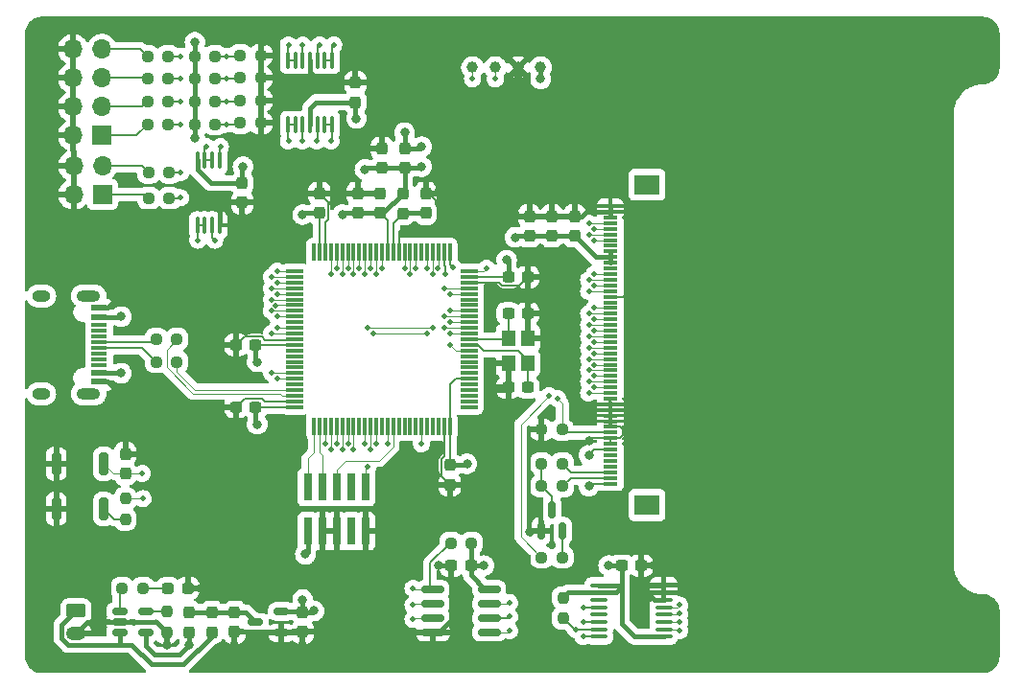
<source format=gbr>
%TF.GenerationSoftware,KiCad,Pcbnew,(6.0.10)*%
%TF.CreationDate,2023-05-27T23:42:58+02:00*%
%TF.ProjectId,black_scope,626c6163-6b5f-4736-936f-70652e6b6963,rev?*%
%TF.SameCoordinates,Original*%
%TF.FileFunction,Copper,L1,Top*%
%TF.FilePolarity,Positive*%
%FSLAX46Y46*%
G04 Gerber Fmt 4.6, Leading zero omitted, Abs format (unit mm)*
G04 Created by KiCad (PCBNEW (6.0.10)) date 2023-05-27 23:42:58*
%MOMM*%
%LPD*%
G01*
G04 APERTURE LIST*
G04 Aperture macros list*
%AMRoundRect*
0 Rectangle with rounded corners*
0 $1 Rounding radius*
0 $2 $3 $4 $5 $6 $7 $8 $9 X,Y pos of 4 corners*
0 Add a 4 corners polygon primitive as box body*
4,1,4,$2,$3,$4,$5,$6,$7,$8,$9,$2,$3,0*
0 Add four circle primitives for the rounded corners*
1,1,$1+$1,$2,$3*
1,1,$1+$1,$4,$5*
1,1,$1+$1,$6,$7*
1,1,$1+$1,$8,$9*
0 Add four rect primitives between the rounded corners*
20,1,$1+$1,$2,$3,$4,$5,0*
20,1,$1+$1,$4,$5,$6,$7,0*
20,1,$1+$1,$6,$7,$8,$9,0*
20,1,$1+$1,$8,$9,$2,$3,0*%
G04 Aperture macros list end*
%TA.AperFunction,SMDPad,CuDef*%
%ADD10C,1.000000*%
%TD*%
%TA.AperFunction,SMDPad,CuDef*%
%ADD11RoundRect,0.200000X-0.200000X-0.800000X0.200000X-0.800000X0.200000X0.800000X-0.200000X0.800000X0*%
%TD*%
%TA.AperFunction,SMDPad,CuDef*%
%ADD12RoundRect,0.237500X0.237500X-0.250000X0.237500X0.250000X-0.237500X0.250000X-0.237500X-0.250000X0*%
%TD*%
%TA.AperFunction,SMDPad,CuDef*%
%ADD13RoundRect,0.237500X0.250000X0.237500X-0.250000X0.237500X-0.250000X-0.237500X0.250000X-0.237500X0*%
%TD*%
%TA.AperFunction,SMDPad,CuDef*%
%ADD14RoundRect,0.150000X0.150000X-0.587500X0.150000X0.587500X-0.150000X0.587500X-0.150000X-0.587500X0*%
%TD*%
%TA.AperFunction,SMDPad,CuDef*%
%ADD15RoundRect,0.237500X0.237500X-0.300000X0.237500X0.300000X-0.237500X0.300000X-0.237500X-0.300000X0*%
%TD*%
%TA.AperFunction,SMDPad,CuDef*%
%ADD16RoundRect,0.237500X-0.300000X-0.237500X0.300000X-0.237500X0.300000X0.237500X-0.300000X0.237500X0*%
%TD*%
%TA.AperFunction,SMDPad,CuDef*%
%ADD17RoundRect,0.237500X-0.237500X0.287500X-0.237500X-0.287500X0.237500X-0.287500X0.237500X0.287500X0*%
%TD*%
%TA.AperFunction,ComponentPad*%
%ADD18RoundRect,0.250000X-0.625000X0.350000X-0.625000X-0.350000X0.625000X-0.350000X0.625000X0.350000X0*%
%TD*%
%TA.AperFunction,ComponentPad*%
%ADD19O,1.750000X1.200000*%
%TD*%
%TA.AperFunction,SMDPad,CuDef*%
%ADD20RoundRect,0.237500X0.300000X0.237500X-0.300000X0.237500X-0.300000X-0.237500X0.300000X-0.237500X0*%
%TD*%
%TA.AperFunction,SMDPad,CuDef*%
%ADD21R,1.300000X0.300000*%
%TD*%
%TA.AperFunction,SMDPad,CuDef*%
%ADD22R,2.200000X1.800000*%
%TD*%
%TA.AperFunction,SMDPad,CuDef*%
%ADD23RoundRect,0.150000X0.512500X0.150000X-0.512500X0.150000X-0.512500X-0.150000X0.512500X-0.150000X0*%
%TD*%
%TA.AperFunction,SMDPad,CuDef*%
%ADD24RoundRect,0.237500X0.287500X0.237500X-0.287500X0.237500X-0.287500X-0.237500X0.287500X-0.237500X0*%
%TD*%
%TA.AperFunction,SMDPad,CuDef*%
%ADD25RoundRect,0.237500X-0.250000X-0.237500X0.250000X-0.237500X0.250000X0.237500X-0.250000X0.237500X0*%
%TD*%
%TA.AperFunction,SMDPad,CuDef*%
%ADD26RoundRect,0.237500X-0.237500X0.300000X-0.237500X-0.300000X0.237500X-0.300000X0.237500X0.300000X0*%
%TD*%
%TA.AperFunction,SMDPad,CuDef*%
%ADD27RoundRect,0.237500X-0.237500X0.250000X-0.237500X-0.250000X0.237500X-0.250000X0.237500X0.250000X0*%
%TD*%
%TA.AperFunction,ComponentPad*%
%ADD28R,1.700000X1.700000*%
%TD*%
%TA.AperFunction,ComponentPad*%
%ADD29O,1.700000X1.700000*%
%TD*%
%TA.AperFunction,SMDPad,CuDef*%
%ADD30RoundRect,0.075000X0.725000X0.075000X-0.725000X0.075000X-0.725000X-0.075000X0.725000X-0.075000X0*%
%TD*%
%TA.AperFunction,SMDPad,CuDef*%
%ADD31RoundRect,0.075000X0.075000X0.725000X-0.075000X0.725000X-0.075000X-0.725000X0.075000X-0.725000X0*%
%TD*%
%TA.AperFunction,SMDPad,CuDef*%
%ADD32RoundRect,0.150000X-0.512500X-0.150000X0.512500X-0.150000X0.512500X0.150000X-0.512500X0.150000X0*%
%TD*%
%TA.AperFunction,SMDPad,CuDef*%
%ADD33R,1.450000X0.600000*%
%TD*%
%TA.AperFunction,SMDPad,CuDef*%
%ADD34R,1.450000X0.300000*%
%TD*%
%TA.AperFunction,ComponentPad*%
%ADD35O,2.100000X1.000000*%
%TD*%
%TA.AperFunction,ComponentPad*%
%ADD36O,1.600000X1.000000*%
%TD*%
%TA.AperFunction,SMDPad,CuDef*%
%ADD37RoundRect,0.100000X0.100000X-0.637500X0.100000X0.637500X-0.100000X0.637500X-0.100000X-0.637500X0*%
%TD*%
%TA.AperFunction,SMDPad,CuDef*%
%ADD38R,0.740000X2.400000*%
%TD*%
%TA.AperFunction,SMDPad,CuDef*%
%ADD39R,1.200000X1.400000*%
%TD*%
%TA.AperFunction,SMDPad,CuDef*%
%ADD40RoundRect,0.100000X0.637500X0.100000X-0.637500X0.100000X-0.637500X-0.100000X0.637500X-0.100000X0*%
%TD*%
%TA.AperFunction,SMDPad,CuDef*%
%ADD41RoundRect,0.150000X-0.825000X-0.150000X0.825000X-0.150000X0.825000X0.150000X-0.825000X0.150000X0*%
%TD*%
%TA.AperFunction,ViaPad*%
%ADD42C,0.800000*%
%TD*%
%TA.AperFunction,ViaPad*%
%ADD43C,0.500000*%
%TD*%
%TA.AperFunction,Conductor*%
%ADD44C,0.100000*%
%TD*%
%TA.AperFunction,Conductor*%
%ADD45C,0.400000*%
%TD*%
%TA.AperFunction,Conductor*%
%ADD46C,0.200000*%
%TD*%
G04 APERTURE END LIST*
D10*
%TO.P,TP4,1,1*%
%TO.N,+3.3V*%
X144000000Y-78000000D03*
%TD*%
D11*
%TO.P,SW2,1,1*%
%TO.N,GND*%
X101260000Y-117000000D03*
%TO.P,SW2,2,2*%
%TO.N,Net-(R2-Pad1)*%
X105460000Y-117000000D03*
%TD*%
D12*
%TO.P,R3,1*%
%TO.N,GND*%
X111000000Y-127912500D03*
%TO.P,R3,2*%
%TO.N,Net-(R3-Pad2)*%
X111000000Y-126087500D03*
%TD*%
D13*
%TO.P,R4,1*%
%TO.N,Net-(D2-Pad2)*%
X108912500Y-124000000D03*
%TO.P,R4,2*%
%TO.N,Net-(R4-Pad2)*%
X107087500Y-124000000D03*
%TD*%
D14*
%TO.P,Q1,1,E*%
%TO.N,GND*%
X144050000Y-118937500D03*
%TO.P,Q1,2,B*%
%TO.N,Net-(Q1-Pad2)*%
X145950000Y-118937500D03*
%TO.P,Q1,3,C*%
%TO.N,Net-(Q1-Pad3)*%
X145000000Y-117062500D03*
%TD*%
D15*
%TO.P,C7,1*%
%TO.N,+3.3VA*%
X130000000Y-86862500D03*
%TO.P,C7,2*%
%TO.N,GND*%
X130000000Y-85137500D03*
%TD*%
D16*
%TO.P,C9,1*%
%TO.N,+3.3V*%
X141137500Y-96510000D03*
%TO.P,C9,2*%
%TO.N,GND*%
X142862500Y-96510000D03*
%TD*%
D12*
%TO.P,R2,1*%
%TO.N,Net-(R2-Pad1)*%
X107360000Y-117912500D03*
%TO.P,R2,2*%
%TO.N,BOOT0*%
X107360000Y-116087500D03*
%TD*%
D13*
%TO.P,R17,1*%
%TO.N,Net-(R17-Pad1)*%
X115277776Y-77000000D03*
%TO.P,R17,2*%
%TO.N,+3.3VA*%
X113452776Y-77000000D03*
%TD*%
%TO.P,R12,1*%
%TO.N,GND*%
X119332500Y-82912500D03*
%TO.P,R12,2*%
%TO.N,Net-(R11-Pad1)*%
X117507500Y-82912500D03*
%TD*%
D17*
%TO.P,L1,1,1*%
%TO.N,+3.3V*%
X132000000Y-85125000D03*
%TO.P,L1,2,2*%
%TO.N,+3.3VA*%
X132000000Y-86875000D03*
%TD*%
%TO.P,D1,1,K*%
%TO.N,Net-(C4-Pad1)*%
X113000000Y-126125000D03*
%TO.P,D1,2,A*%
%TO.N,VBUS*%
X113000000Y-127875000D03*
%TD*%
D15*
%TO.P,C10,1*%
%TO.N,+3.3V*%
X124490000Y-90862500D03*
%TO.P,C10,2*%
%TO.N,GND*%
X124490000Y-89137500D03*
%TD*%
D18*
%TO.P,J3,1,Pin_1*%
%TO.N,+BATT*%
X103000000Y-126000000D03*
D19*
%TO.P,J3,2,Pin_2*%
%TO.N,GND*%
X103000000Y-128000000D03*
%TD*%
D20*
%TO.P,C12,1*%
%TO.N,+3.3V*%
X118862500Y-108000000D03*
%TO.P,C12,2*%
%TO.N,GND*%
X117137500Y-108000000D03*
%TD*%
D16*
%TO.P,C2,1*%
%TO.N,OSC_OUT*%
X141137500Y-99730000D03*
%TO.P,C2,2*%
%TO.N,GND*%
X142862500Y-99730000D03*
%TD*%
D21*
%TO.P,U6,1,LEDA*%
%TO.N,+3.3V*%
X150150000Y-114750000D03*
%TO.P,U6,2,LEDK*%
%TO.N,Net-(R20-Pad1)*%
X150150000Y-114250000D03*
%TO.P,U6,3,LEDK*%
%TO.N,Net-(R21-Pad1)*%
X150150000Y-113750000D03*
%TO.P,U6,4,NC*%
%TO.N,unconnected-(U6-Pad4)*%
X150150000Y-113250000D03*
%TO.P,U6,5,NC*%
%TO.N,unconnected-(U6-Pad5)*%
X150150000Y-112750000D03*
%TO.P,U6,6,NC*%
%TO.N,unconnected-(U6-Pad6)*%
X150150000Y-112250000D03*
%TO.P,U6,7,IM0*%
%TO.N,+3.3V*%
X150150000Y-111750000D03*
%TO.P,U6,8,IM1*%
%TO.N,GND*%
X150150000Y-111250000D03*
%TO.P,U6,9,IM2*%
X150150000Y-110750000D03*
%TO.P,U6,10,RESET*%
%TO.N,LCD_RST*%
X150150000Y-110250000D03*
%TO.P,U6,11,VSYNC*%
%TO.N,GND*%
X150150000Y-109750000D03*
%TO.P,U6,12,HSYNC*%
X150150000Y-109250000D03*
%TO.P,U6,13,DOTCLK*%
X150150000Y-108750000D03*
%TO.P,U6,14,DE*%
X150150000Y-108250000D03*
%TO.P,U6,15,DB17*%
X150150000Y-107750000D03*
%TO.P,U6,16,DB16*%
X150150000Y-107250000D03*
%TO.P,U6,17,DB15*%
%TO.N,FMC_D15*%
X150150000Y-106750000D03*
%TO.P,U6,18,DB14*%
%TO.N,FMC_D14*%
X150150000Y-106250000D03*
%TO.P,U6,19,DB13*%
%TO.N,FMC_D13*%
X150150000Y-105750000D03*
%TO.P,U6,20,DB12*%
%TO.N,FMC_D12*%
X150150000Y-105250000D03*
%TO.P,U6,21,DB11*%
%TO.N,FMC_D11*%
X150150000Y-104750000D03*
%TO.P,U6,22,DB10*%
%TO.N,FMC_D10*%
X150150000Y-104250000D03*
%TO.P,U6,23,DB9*%
%TO.N,FMC_D9*%
X150150000Y-103750000D03*
%TO.P,U6,24,DB8*%
%TO.N,FMC_D8*%
X150150000Y-103250000D03*
%TO.P,U6,25,DB7*%
%TO.N,FMC_D7*%
X150150000Y-102750000D03*
%TO.P,U6,26,DB6*%
%TO.N,FMC_D6*%
X150150000Y-102250000D03*
%TO.P,U6,27,DB5*%
%TO.N,FMC_D5*%
X150150000Y-101750000D03*
%TO.P,U6,28,DB4*%
%TO.N,FMC_D4*%
X150150000Y-101250000D03*
%TO.P,U6,29,DB3*%
%TO.N,FMC_D3*%
X150150000Y-100750000D03*
%TO.P,U6,30,DB2*%
%TO.N,FMC_D2*%
X150150000Y-100250000D03*
%TO.P,U6,31,DB1*%
%TO.N,FMC_D1*%
X150150000Y-99750000D03*
%TO.P,U6,32,DB0*%
%TO.N,FMC_D0*%
X150150000Y-99250000D03*
%TO.P,U6,33,SDO*%
%TO.N,unconnected-(U6-Pad33)*%
X150150000Y-98750000D03*
%TO.P,U6,34,SDA*%
%TO.N,GND*%
X150150000Y-98250000D03*
%TO.P,U6,35,RD*%
%TO.N,FMC_RD*%
X150150000Y-97750000D03*
%TO.P,U6,36,WR*%
%TO.N,FMC_WR*%
X150150000Y-97250000D03*
%TO.P,U6,37,DC*%
%TO.N,FMC_A0*%
X150150000Y-96750000D03*
%TO.P,U6,38,CS*%
%TO.N,FMC_CS*%
X150150000Y-96250000D03*
%TO.P,U6,39,TE*%
%TO.N,unconnected-(U6-Pad39)*%
X150150000Y-95750000D03*
%TO.P,U6,40,VDDI*%
%TO.N,+3.3V*%
X150150000Y-95250000D03*
%TO.P,U6,41,VDDI*%
X150150000Y-94750000D03*
%TO.P,U6,42,VCI*%
X150150000Y-94250000D03*
%TO.P,U6,43*%
%TO.N,N/C*%
X150150000Y-93750000D03*
%TO.P,U6,44,XR*%
%TO.N,XP*%
X150150000Y-93250000D03*
%TO.P,U6,45,YD*%
%TO.N,YN*%
X150150000Y-92750000D03*
%TO.P,U6,46,XL*%
%TO.N,XN*%
X150150000Y-92250000D03*
%TO.P,U6,47,YU*%
%TO.N,YP*%
X150150000Y-91750000D03*
%TO.P,U6,48,GND*%
%TO.N,GND*%
X150150000Y-91250000D03*
%TO.P,U6,49,GND*%
X150150000Y-90750000D03*
%TO.P,U6,50,GND*%
X150150000Y-90250000D03*
D22*
%TO.P,U6,MP*%
%TO.N,N/C*%
X153400000Y-88350000D03*
X153400000Y-116650000D03*
%TD*%
D13*
%TO.P,R18,1*%
%TO.N,GND*%
X119332500Y-76912500D03*
%TO.P,R18,2*%
%TO.N,Net-(R17-Pad1)*%
X117507500Y-76912500D03*
%TD*%
D17*
%TO.P,L2,1,1*%
%TO.N,+3.3VA*%
X131862500Y-89125000D03*
%TO.P,L2,2,2*%
%TO.N,VREF*%
X131862500Y-90875000D03*
%TD*%
D23*
%TO.P,U2,1,GND*%
%TO.N,GND*%
X121137500Y-127950000D03*
%TO.P,U2,2,VO*%
%TO.N,+3.3V*%
X121137500Y-126050000D03*
%TO.P,U2,3,VI*%
%TO.N,Net-(C4-Pad1)*%
X118862500Y-127000000D03*
%TD*%
D15*
%TO.P,C1,1*%
%TO.N,nRESET*%
X107360000Y-113862500D03*
%TO.P,C1,2*%
%TO.N,GND*%
X107360000Y-112137500D03*
%TD*%
D24*
%TO.P,D2,1,K*%
%TO.N,GND*%
X112875000Y-124000000D03*
%TO.P,D2,2,A*%
%TO.N,Net-(D2-Pad2)*%
X111125000Y-124000000D03*
%TD*%
D15*
%TO.P,C18,1*%
%TO.N,+3.3VA*%
X127660000Y-81062500D03*
%TO.P,C18,2*%
%TO.N,GND*%
X127660000Y-79337500D03*
%TD*%
D25*
%TO.P,R6,1*%
%TO.N,Net-(J4-Pad3)*%
X109310000Y-81000000D03*
%TO.P,R6,2*%
%TO.N,Net-(R13-Pad1)*%
X111135000Y-81000000D03*
%TD*%
D26*
%TO.P,C16,1*%
%TO.N,+3.3VA*%
X117682500Y-88212500D03*
%TO.P,C16,2*%
%TO.N,GND*%
X117682500Y-89937500D03*
%TD*%
D13*
%TO.P,R20,1*%
%TO.N,Net-(R20-Pad1)*%
X145912500Y-115000000D03*
%TO.P,R20,2*%
%TO.N,Net-(Q1-Pad3)*%
X144087500Y-115000000D03*
%TD*%
D15*
%TO.P,C20,1*%
%TO.N,+3.3V*%
X147000000Y-92862500D03*
%TO.P,C20,2*%
%TO.N,GND*%
X147000000Y-91137500D03*
%TD*%
D13*
%TO.P,R23,1*%
%TO.N,+3.3V*%
X137912500Y-120000000D03*
%TO.P,R23,2*%
%TO.N,QSPI_NSS*%
X136087500Y-120000000D03*
%TD*%
D27*
%TO.P,R26,1*%
%TO.N,+3.3V*%
X146000000Y-124832776D03*
%TO.P,R26,2*%
%TO.N,SPI3_NSS*%
X146000000Y-126657776D03*
%TD*%
D25*
%TO.P,R8,1*%
%TO.N,Net-(J4-Pad7)*%
X109310000Y-77000000D03*
%TO.P,R8,2*%
%TO.N,Net-(R17-Pad1)*%
X111135000Y-77000000D03*
%TD*%
D15*
%TO.P,C19,1*%
%TO.N,+3.3V*%
X143000000Y-92862500D03*
%TO.P,C19,2*%
%TO.N,GND*%
X143000000Y-91137500D03*
%TD*%
D28*
%TO.P,J5,1,Pin_1*%
%TO.N,Net-(J5-Pad1)*%
X105332500Y-89200000D03*
D29*
%TO.P,J5,2,Pin_2*%
%TO.N,GND*%
X102792500Y-89200000D03*
%TO.P,J5,3,Pin_3*%
%TO.N,Net-(J5-Pad3)*%
X105332500Y-86660000D03*
%TO.P,J5,4,Pin_4*%
%TO.N,GND*%
X102792500Y-86660000D03*
%TD*%
D30*
%TO.P,U3,1,PE2*%
%TO.N,unconnected-(U3-Pad1)*%
X137675000Y-108000000D03*
%TO.P,U3,2,PE3*%
%TO.N,unconnected-(U3-Pad2)*%
X137675000Y-107500000D03*
%TO.P,U3,3,PE4*%
%TO.N,unconnected-(U3-Pad3)*%
X137675000Y-107000000D03*
%TO.P,U3,4,PE5*%
%TO.N,unconnected-(U3-Pad4)*%
X137675000Y-106500000D03*
%TO.P,U3,5,PE6*%
%TO.N,unconnected-(U3-Pad5)*%
X137675000Y-106000000D03*
%TO.P,U3,6,VBAT*%
%TO.N,+3.3V*%
X137675000Y-105500000D03*
%TO.P,U3,7,PC13*%
%TO.N,unconnected-(U3-Pad7)*%
X137675000Y-105000000D03*
%TO.P,U3,8,OSC32_IN*%
%TO.N,unconnected-(U3-Pad8)*%
X137675000Y-104500000D03*
%TO.P,U3,9,OSC32_OUT*%
%TO.N,unconnected-(U3-Pad9)*%
X137675000Y-104000000D03*
%TO.P,U3,10,PF9*%
%TO.N,unconnected-(U3-Pad10)*%
X137675000Y-103500000D03*
%TO.P,U3,11,PF10*%
%TO.N,FMC_A0*%
X137675000Y-103000000D03*
%TO.P,U3,12,OSC_IN*%
%TO.N,OSC_IN*%
X137675000Y-102500000D03*
%TO.P,U3,13,OSC_OUT*%
%TO.N,OSC_OUT*%
X137675000Y-102000000D03*
%TO.P,U3,14,NRST*%
%TO.N,nRESET*%
X137675000Y-101500000D03*
%TO.P,U3,15,PC0*%
%TO.N,UART1_RX*%
X137675000Y-101000000D03*
%TO.P,U3,16,PC1*%
%TO.N,QSPI_IO0*%
X137675000Y-100500000D03*
%TO.P,U3,17,PC2*%
%TO.N,QSPI_IO1*%
X137675000Y-100000000D03*
%TO.P,U3,18,PC3*%
%TO.N,QSPI_IO2*%
X137675000Y-99500000D03*
%TO.P,U3,19,PF2*%
%TO.N,unconnected-(U3-Pad19)*%
X137675000Y-99000000D03*
%TO.P,U3,20,PA0*%
%TO.N,unconnected-(U3-Pad20)*%
X137675000Y-98500000D03*
%TO.P,U3,21,PA1*%
%TO.N,DAC2_OUT1*%
X137675000Y-98000000D03*
%TO.P,U3,22,PA2*%
%TO.N,UART1_TX*%
X137675000Y-97500000D03*
%TO.P,U3,23,VSS*%
%TO.N,GND*%
X137675000Y-97000000D03*
%TO.P,U3,24,VDD*%
%TO.N,+3.3V*%
X137675000Y-96500000D03*
%TO.P,U3,25,PA3*%
%TO.N,DAC2_OUT1*%
X137675000Y-96000000D03*
D31*
%TO.P,U3,26,PA4*%
%TO.N,DAC1_OUT1*%
X136000000Y-94325000D03*
%TO.P,U3,27,PA5*%
%TO.N,DAC1_OUT2*%
X135500000Y-94325000D03*
%TO.P,U3,28,PA6*%
%TO.N,DAC2_OUT1*%
X135000000Y-94325000D03*
%TO.P,U3,29,PA7*%
%TO.N,ADC1_IN11*%
X134500000Y-94325000D03*
%TO.P,U3,30,PC4*%
%TO.N,QSPI_IO3*%
X134000000Y-94325000D03*
%TO.P,U3,31,PC5*%
%TO.N,unconnected-(U3-Pad31)*%
X133500000Y-94325000D03*
%TO.P,U3,32,PB0*%
%TO.N,ADC1_IN12*%
X133000000Y-94325000D03*
%TO.P,U3,33,PB1*%
X132500000Y-94325000D03*
%TO.P,U3,34,PB2*%
%TO.N,DAC2_OUT1*%
X132000000Y-94325000D03*
%TO.P,U3,35,VSSA*%
%TO.N,GND*%
X131500000Y-94325000D03*
%TO.P,U3,36,VREF+*%
%TO.N,VREF*%
X131000000Y-94325000D03*
%TO.P,U3,37,VDDA*%
%TO.N,+3.3VA*%
X130500000Y-94325000D03*
%TO.P,U3,38,PE7*%
%TO.N,FMC_D4*%
X130000000Y-94325000D03*
%TO.P,U3,39,PE8*%
%TO.N,FMC_D5*%
X129500000Y-94325000D03*
%TO.P,U3,40,PE9*%
%TO.N,FMC_D6*%
X129000000Y-94325000D03*
%TO.P,U3,41,PE10*%
%TO.N,FMC_D7*%
X128500000Y-94325000D03*
%TO.P,U3,42,PE11*%
%TO.N,FMC_D8*%
X128000000Y-94325000D03*
%TO.P,U3,43,PE12*%
%TO.N,FMC_D9*%
X127500000Y-94325000D03*
%TO.P,U3,44,PE13*%
%TO.N,FMC_D10*%
X127000000Y-94325000D03*
%TO.P,U3,45,PE14*%
%TO.N,FMC_D11*%
X126500000Y-94325000D03*
%TO.P,U3,46,PE15*%
%TO.N,FMC_D12*%
X126000000Y-94325000D03*
%TO.P,U3,47,PB10*%
%TO.N,QSPI_SCLK*%
X125500000Y-94325000D03*
%TO.P,U3,48,VSS*%
%TO.N,GND*%
X125000000Y-94325000D03*
%TO.P,U3,49,VDD*%
%TO.N,+3.3V*%
X124500000Y-94325000D03*
%TO.P,U3,50,PB11*%
%TO.N,unconnected-(U3-Pad50)*%
X124000000Y-94325000D03*
D30*
%TO.P,U3,51,PB12*%
%TO.N,ADC1_IN11*%
X122325000Y-96000000D03*
%TO.P,U3,52,PB13*%
%TO.N,ADC3_IN9*%
X122325000Y-96500000D03*
%TO.P,U3,53,PB14*%
%TO.N,ADC3_IN8*%
X122325000Y-97000000D03*
%TO.P,U3,54,PB15*%
%TO.N,DAC2_OUT1*%
X122325000Y-97500000D03*
%TO.P,U3,55,PD8*%
%TO.N,FMC_D13*%
X122325000Y-98000000D03*
%TO.P,U3,56,PD9*%
%TO.N,FMC_D14*%
X122325000Y-98500000D03*
%TO.P,U3,57,PD10*%
%TO.N,FMC_D15*%
X122325000Y-99000000D03*
%TO.P,U3,58,PD11*%
%TO.N,ADC3_IN8*%
X122325000Y-99500000D03*
%TO.P,U3,59,PD12*%
%TO.N,ADC3_IN9*%
X122325000Y-100000000D03*
%TO.P,U3,60,PD13*%
%TO.N,unconnected-(U3-Pad60)*%
X122325000Y-100500000D03*
%TO.P,U3,61,PD14*%
%TO.N,FMC_D0*%
X122325000Y-101000000D03*
%TO.P,U3,62,PD15*%
%TO.N,FMC_D1*%
X122325000Y-101500000D03*
%TO.P,U3,63,VSS*%
%TO.N,GND*%
X122325000Y-102000000D03*
%TO.P,U3,64,VDD*%
%TO.N,+3.3V*%
X122325000Y-102500000D03*
%TO.P,U3,65,PC6*%
%TO.N,unconnected-(U3-Pad65)*%
X122325000Y-103000000D03*
%TO.P,U3,66,PC7*%
%TO.N,unconnected-(U3-Pad66)*%
X122325000Y-103500000D03*
%TO.P,U3,67,PC8*%
%TO.N,unconnected-(U3-Pad67)*%
X122325000Y-104000000D03*
%TO.P,U3,68,PC9*%
%TO.N,unconnected-(U3-Pad68)*%
X122325000Y-104500000D03*
%TO.P,U3,69,PA8*%
%TO.N,LCD_BL*%
X122325000Y-105000000D03*
%TO.P,U3,70,PA9*%
%TO.N,LCD_RST*%
X122325000Y-105500000D03*
%TO.P,U3,71,PA10*%
%TO.N,unconnected-(U3-Pad71)*%
X122325000Y-106000000D03*
%TO.P,U3,72,PA11*%
%TO.N,USB_DM*%
X122325000Y-106500000D03*
%TO.P,U3,73,PA12*%
%TO.N,USB_DP*%
X122325000Y-107000000D03*
%TO.P,U3,74,VSS*%
%TO.N,GND*%
X122325000Y-107500000D03*
%TO.P,U3,75,VDD*%
%TO.N,+3.3V*%
X122325000Y-108000000D03*
D31*
%TO.P,U3,76,PA13*%
%TO.N,SWDIO*%
X124000000Y-109675000D03*
%TO.P,U3,77,PA14*%
%TO.N,SWCLK*%
X124500000Y-109675000D03*
%TO.P,U3,78,PA15*%
%TO.N,SPI3_NSS*%
X125000000Y-109675000D03*
%TO.P,U3,79,PC10*%
%TO.N,SPI3_SCLK*%
X125500000Y-109675000D03*
%TO.P,U3,80,PC11*%
%TO.N,SPI3_MISO*%
X126000000Y-109675000D03*
%TO.P,U3,81,PC12*%
%TO.N,SPI3_MOSI*%
X126500000Y-109675000D03*
%TO.P,U3,82,PD0*%
%TO.N,FMC_D2*%
X127000000Y-109675000D03*
%TO.P,U3,83,PD1*%
%TO.N,FMC_D3*%
X127500000Y-109675000D03*
%TO.P,U3,84,PD2*%
%TO.N,unconnected-(U3-Pad84)*%
X128000000Y-109675000D03*
%TO.P,U3,85,PD3*%
%TO.N,QSPI_NSS*%
X128500000Y-109675000D03*
%TO.P,U3,86,PD4*%
%TO.N,FMC_RD*%
X129000000Y-109675000D03*
%TO.P,U3,87,PD5*%
%TO.N,FMC_WR*%
X129500000Y-109675000D03*
%TO.P,U3,88,PD6*%
%TO.N,unconnected-(U3-Pad88)*%
X130000000Y-109675000D03*
%TO.P,U3,89,PD7*%
%TO.N,FMC_CS*%
X130500000Y-109675000D03*
%TO.P,U3,90,PB3*%
%TO.N,SWO*%
X131000000Y-109675000D03*
%TO.P,U3,91,PB4*%
%TO.N,unconnected-(U3-Pad91)*%
X131500000Y-109675000D03*
%TO.P,U3,92,PB5*%
%TO.N,unconnected-(U3-Pad92)*%
X132000000Y-109675000D03*
%TO.P,U3,93,PB6*%
%TO.N,unconnected-(U3-Pad93)*%
X132500000Y-109675000D03*
%TO.P,U3,94,PB7*%
%TO.N,unconnected-(U3-Pad94)*%
X133000000Y-109675000D03*
%TO.P,U3,95,BOOT0*%
%TO.N,BOOT0*%
X133500000Y-109675000D03*
%TO.P,U3,96,PB9*%
%TO.N,unconnected-(U3-Pad96)*%
X134000000Y-109675000D03*
%TO.P,U3,97,PE0*%
%TO.N,unconnected-(U3-Pad97)*%
X134500000Y-109675000D03*
%TO.P,U3,98,PE1*%
%TO.N,unconnected-(U3-Pad98)*%
X135000000Y-109675000D03*
%TO.P,U3,99,VSS*%
%TO.N,GND*%
X135500000Y-109675000D03*
%TO.P,U3,100,VDD*%
%TO.N,+3.3V*%
X136000000Y-109675000D03*
%TD*%
D32*
%TO.P,U1,1,STAT*%
%TO.N,Net-(R4-Pad2)*%
X106862500Y-126050000D03*
%TO.P,U1,2,VSS*%
%TO.N,GND*%
X106862500Y-127000000D03*
%TO.P,U1,3,VBAT*%
%TO.N,+BATT*%
X106862500Y-127950000D03*
%TO.P,U1,4,VDD*%
%TO.N,VBUS*%
X109137500Y-127950000D03*
%TO.P,U1,5,PROG*%
%TO.N,Net-(R3-Pad2)*%
X109137500Y-126050000D03*
%TD*%
D15*
%TO.P,C13,1*%
%TO.N,+3.3VA*%
X127862500Y-90862500D03*
%TO.P,C13,2*%
%TO.N,GND*%
X127862500Y-89137500D03*
%TD*%
D16*
%TO.P,C15,1*%
%TO.N,+3.3V*%
X151137500Y-122000000D03*
%TO.P,C15,2*%
%TO.N,GND*%
X152862500Y-122000000D03*
%TD*%
D20*
%TO.P,C3,1*%
%TO.N,OSC_IN*%
X142862500Y-106270000D03*
%TO.P,C3,2*%
%TO.N,GND*%
X141137500Y-106270000D03*
%TD*%
D26*
%TO.P,C5,1*%
%TO.N,+3.3V*%
X136000000Y-113137500D03*
%TO.P,C5,2*%
%TO.N,GND*%
X136000000Y-114862500D03*
%TD*%
D25*
%TO.P,R1,1*%
%TO.N,Net-(P1-PadA7)*%
X110087500Y-104000000D03*
%TO.P,R1,2*%
%TO.N,USB_DM*%
X111912500Y-104000000D03*
%TD*%
D13*
%TO.P,R22,1*%
%TO.N,Net-(Q1-Pad2)*%
X145912500Y-121270000D03*
%TO.P,R22,2*%
%TO.N,LCD_BL*%
X144087500Y-121270000D03*
%TD*%
D25*
%TO.P,R5,1*%
%TO.N,Net-(J4-Pad1)*%
X109310000Y-83000000D03*
%TO.P,R5,2*%
%TO.N,Net-(R11-Pad1)*%
X111135000Y-83000000D03*
%TD*%
D10*
%TO.P,TP3,1,1*%
%TO.N,GND*%
X142000000Y-78000000D03*
%TD*%
D11*
%TO.P,SW1,1,1*%
%TO.N,GND*%
X101260000Y-113000000D03*
%TO.P,SW1,2,2*%
%TO.N,nRESET*%
X105460000Y-113000000D03*
%TD*%
D10*
%TO.P,TP2,1,1*%
%TO.N,UART1_RX*%
X140000000Y-78000000D03*
%TD*%
D15*
%TO.P,C21,1*%
%TO.N,+3.3V*%
X145000000Y-92862500D03*
%TO.P,C21,2*%
%TO.N,GND*%
X145000000Y-91137500D03*
%TD*%
%TO.P,C14,1*%
%TO.N,+3.3VA*%
X129862500Y-90862500D03*
%TO.P,C14,2*%
%TO.N,GND*%
X129862500Y-89137500D03*
%TD*%
D13*
%TO.P,R13,1*%
%TO.N,Net-(R13-Pad1)*%
X115277776Y-81000000D03*
%TO.P,R13,2*%
%TO.N,+3.3VA*%
X113452776Y-81000000D03*
%TD*%
D25*
%TO.P,R10,1*%
%TO.N,Net-(J5-Pad3)*%
X109420000Y-87270000D03*
%TO.P,R10,2*%
%TO.N,Net-(R10-Pad2)*%
X111245000Y-87270000D03*
%TD*%
D33*
%TO.P,P1,A1,GND*%
%TO.N,GND*%
X105045000Y-99250000D03*
%TO.P,P1,A4,VBUS*%
%TO.N,VBUS*%
X105045000Y-100050000D03*
D34*
%TO.P,P1,A5,CC*%
%TO.N,unconnected-(P1-PadA5)*%
X105045000Y-101250000D03*
%TO.P,P1,A6,D+*%
%TO.N,Net-(P1-PadA6)*%
X105045000Y-102250000D03*
%TO.P,P1,A7,D-*%
%TO.N,Net-(P1-PadA7)*%
X105045000Y-102750000D03*
%TO.P,P1,A8*%
%TO.N,N/C*%
X105045000Y-103750000D03*
D33*
%TO.P,P1,A9,VBUS*%
%TO.N,VBUS*%
X105045000Y-104950000D03*
%TO.P,P1,A12,GND*%
%TO.N,GND*%
X105045000Y-105750000D03*
%TO.P,P1,B1,GND*%
X105045000Y-105750000D03*
%TO.P,P1,B4,VBUS*%
%TO.N,VBUS*%
X105045000Y-104950000D03*
D34*
%TO.P,P1,B5,VCONN*%
%TO.N,unconnected-(P1-PadB5)*%
X105045000Y-104250000D03*
%TO.P,P1,B6*%
%TO.N,N/C*%
X105045000Y-103250000D03*
%TO.P,P1,B7*%
X105045000Y-101750000D03*
%TO.P,P1,B8*%
X105045000Y-100750000D03*
D33*
%TO.P,P1,B9,VBUS*%
%TO.N,VBUS*%
X105045000Y-100050000D03*
%TO.P,P1,B12,GND*%
%TO.N,GND*%
X105045000Y-99250000D03*
D35*
%TO.P,P1,S1,SHIELD*%
%TO.N,unconnected-(P1-PadS1)*%
X104130000Y-98180000D03*
D36*
X99950000Y-98180000D03*
D35*
X104130000Y-106820000D03*
D36*
X99950000Y-106820000D03*
%TD*%
D37*
%TO.P,U4,1*%
%TO.N,Net-(R9-Pad2)*%
X113707500Y-91937500D03*
%TO.P,U4,2,-*%
X114357500Y-91937500D03*
%TO.P,U4,3,+*%
%TO.N,DAC1_OUT1*%
X115007500Y-91937500D03*
%TO.P,U4,4,V-*%
%TO.N,GND*%
X115657500Y-91937500D03*
%TO.P,U4,5,+*%
%TO.N,DAC1_OUT2*%
X115657500Y-86212500D03*
%TO.P,U4,6,-*%
%TO.N,Net-(R10-Pad2)*%
X115007500Y-86212500D03*
%TO.P,U4,7*%
X114357500Y-86212500D03*
%TO.P,U4,8,V+*%
%TO.N,+3.3VA*%
X113707500Y-86212500D03*
%TD*%
D20*
%TO.P,C17,1*%
%TO.N,+3.3V*%
X137862500Y-122000000D03*
%TO.P,C17,2*%
%TO.N,GND*%
X136137500Y-122000000D03*
%TD*%
D13*
%TO.P,R11,1*%
%TO.N,Net-(R11-Pad1)*%
X115277776Y-83000000D03*
%TO.P,R11,2*%
%TO.N,+3.3VA*%
X113452776Y-83000000D03*
%TD*%
D10*
%TO.P,TP1,1,1*%
%TO.N,UART1_TX*%
X138000000Y-78000000D03*
%TD*%
D38*
%TO.P,J1,1,VTref*%
%TO.N,+3.3V*%
X123460000Y-118950000D03*
%TO.P,J1,2,SWDIO/TMS*%
%TO.N,SWDIO*%
X123460000Y-115050000D03*
%TO.P,J1,3,GND*%
%TO.N,GND*%
X124730000Y-118950000D03*
%TO.P,J1,4,SWDCLK/TCK*%
%TO.N,SWCLK*%
X124730000Y-115050000D03*
%TO.P,J1,5,GND*%
%TO.N,GND*%
X126000000Y-118950000D03*
%TO.P,J1,6,SWO/TDO*%
%TO.N,SWO*%
X126000000Y-115050000D03*
%TO.P,J1,7,KEY*%
%TO.N,unconnected-(J1-Pad7)*%
X127270000Y-118950000D03*
%TO.P,J1,8,NC/TDI*%
%TO.N,unconnected-(J1-Pad8)*%
X127270000Y-115050000D03*
%TO.P,J1,9,GNDDetect*%
%TO.N,GND*%
X128540000Y-118950000D03*
%TO.P,J1,10,~{RESET}*%
%TO.N,nRESET*%
X128540000Y-115050000D03*
%TD*%
D25*
%TO.P,R7,1*%
%TO.N,Net-(J4-Pad5)*%
X109310000Y-79000000D03*
%TO.P,R7,2*%
%TO.N,Net-(R15-Pad1)*%
X111135000Y-79000000D03*
%TD*%
D13*
%TO.P,R16,1*%
%TO.N,GND*%
X119332500Y-78912500D03*
%TO.P,R16,2*%
%TO.N,Net-(R15-Pad1)*%
X117507500Y-78912500D03*
%TD*%
D39*
%TO.P,Y1,1,1*%
%TO.N,OSC_OUT*%
X141150000Y-101900000D03*
%TO.P,Y1,2,2*%
%TO.N,GND*%
X141150000Y-104100000D03*
%TO.P,Y1,3,3*%
%TO.N,OSC_IN*%
X142850000Y-104100000D03*
%TO.P,Y1,4,4*%
%TO.N,GND*%
X142850000Y-101900000D03*
%TD*%
D20*
%TO.P,C11,1*%
%TO.N,+3.3V*%
X118862500Y-102510000D03*
%TO.P,C11,2*%
%TO.N,GND*%
X117137500Y-102510000D03*
%TD*%
D26*
%TO.P,C4,1*%
%TO.N,Net-(C4-Pad1)*%
X117000000Y-126137500D03*
%TO.P,C4,2*%
%TO.N,GND*%
X117000000Y-127862500D03*
%TD*%
D37*
%TO.P,U8,1*%
%TO.N,ADC1_IN11*%
X121710000Y-83062500D03*
%TO.P,U8,2,-*%
X122360000Y-83062500D03*
%TO.P,U8,3,+*%
%TO.N,Net-(R11-Pad1)*%
X123010000Y-83062500D03*
%TO.P,U8,4,V+*%
%TO.N,+3.3VA*%
X123660000Y-83062500D03*
%TO.P,U8,5,+*%
%TO.N,Net-(R13-Pad1)*%
X124310000Y-83062500D03*
%TO.P,U8,6,-*%
%TO.N,ADC1_IN12*%
X124960000Y-83062500D03*
%TO.P,U8,7*%
X125610000Y-83062500D03*
%TO.P,U8,8*%
%TO.N,ADC3_IN8*%
X125610000Y-77337500D03*
%TO.P,U8,9,-*%
X124960000Y-77337500D03*
%TO.P,U8,10,+*%
%TO.N,Net-(R15-Pad1)*%
X124310000Y-77337500D03*
%TO.P,U8,11,V-*%
%TO.N,GND*%
X123660000Y-77337500D03*
%TO.P,U8,12,+*%
%TO.N,Net-(R17-Pad1)*%
X123010000Y-77337500D03*
%TO.P,U8,13,-*%
%TO.N,ADC3_IN9*%
X122360000Y-77337500D03*
%TO.P,U8,14*%
X121710000Y-77337500D03*
%TD*%
D17*
%TO.P,D3,1,K*%
%TO.N,Net-(C4-Pad1)*%
X115000000Y-126125000D03*
%TO.P,D3,2,A*%
%TO.N,+BATT*%
X115000000Y-127875000D03*
%TD*%
D40*
%TO.P,U5,1,VCC*%
%TO.N,+3.3V*%
X154862500Y-128275000D03*
%TO.P,U5,2,XP*%
%TO.N,XP*%
X154862500Y-127625000D03*
%TO.P,U5,3,YP*%
%TO.N,YP*%
X154862500Y-126975000D03*
%TO.P,U5,4,XN*%
%TO.N,XN*%
X154862500Y-126325000D03*
%TO.P,U5,5,YN*%
%TO.N,YN*%
X154862500Y-125675000D03*
%TO.P,U5,6,GND*%
%TO.N,GND*%
X154862500Y-125025000D03*
%TO.P,U5,7,VBAT*%
X154862500Y-124375000D03*
%TO.P,U5,8,IN*%
X154862500Y-123725000D03*
%TO.P,U5,9,VREF*%
%TO.N,+3.3V*%
X149137500Y-123725000D03*
%TO.P,U5,10,IOVDD*%
X149137500Y-124375000D03*
%TO.P,U5,11,~{PENIRQ}*%
%TO.N,unconnected-(U5-Pad11)*%
X149137500Y-125025000D03*
%TO.P,U5,12,DOUT*%
%TO.N,SPI3_MISO*%
X149137500Y-125675000D03*
%TO.P,U5,13,BUSY*%
%TO.N,unconnected-(U5-Pad13)*%
X149137500Y-126325000D03*
%TO.P,U5,14,DIN*%
%TO.N,SPI3_MOSI*%
X149137500Y-126975000D03*
%TO.P,U5,15,~{CS}*%
%TO.N,SPI3_NSS*%
X149137500Y-127625000D03*
%TO.P,U5,16,DCLK*%
%TO.N,SPI3_SCLK*%
X149137500Y-128275000D03*
%TD*%
D13*
%TO.P,R15,1*%
%TO.N,Net-(R15-Pad1)*%
X115277776Y-79000000D03*
%TO.P,R15,2*%
%TO.N,+3.3VA*%
X113452776Y-79000000D03*
%TD*%
D25*
%TO.P,R19,1*%
%TO.N,Net-(P1-PadA6)*%
X110087500Y-102000000D03*
%TO.P,R19,2*%
%TO.N,USB_DP*%
X111912500Y-102000000D03*
%TD*%
D13*
%TO.P,R14,1*%
%TO.N,GND*%
X119332500Y-80912500D03*
%TO.P,R14,2*%
%TO.N,Net-(R13-Pad1)*%
X117507500Y-80912500D03*
%TD*%
D41*
%TO.P,U7,1,~{CE}*%
%TO.N,QSPI_NSS*%
X134525000Y-124095000D03*
%TO.P,U7,2,SIO1*%
%TO.N,QSPI_IO1*%
X134525000Y-125365000D03*
%TO.P,U7,3,SIO2*%
%TO.N,QSPI_IO2*%
X134525000Y-126635000D03*
%TO.P,U7,4,VSS*%
%TO.N,GND*%
X134525000Y-127905000D03*
%TO.P,U7,5,SIO0*%
%TO.N,QSPI_IO0*%
X139475000Y-127905000D03*
%TO.P,U7,6,SCLK*%
%TO.N,QSPI_SCLK*%
X139475000Y-126635000D03*
%TO.P,U7,7,SIO3*%
%TO.N,QSPI_IO3*%
X139475000Y-125365000D03*
%TO.P,U7,8,VCC*%
%TO.N,+3.3V*%
X139475000Y-124095000D03*
%TD*%
D13*
%TO.P,R24,1*%
%TO.N,LCD_RST*%
X145912500Y-110000000D03*
%TO.P,R24,2*%
%TO.N,GND*%
X144087500Y-110000000D03*
%TD*%
D25*
%TO.P,R9,1*%
%TO.N,Net-(J5-Pad1)*%
X109420000Y-89540000D03*
%TO.P,R9,2*%
%TO.N,Net-(R9-Pad2)*%
X111245000Y-89540000D03*
%TD*%
D26*
%TO.P,C6,1*%
%TO.N,+3.3V*%
X123000000Y-126137500D03*
%TO.P,C6,2*%
%TO.N,GND*%
X123000000Y-127862500D03*
%TD*%
D13*
%TO.P,R21,1*%
%TO.N,Net-(R21-Pad1)*%
X145912500Y-113000000D03*
%TO.P,R21,2*%
%TO.N,Net-(Q1-Pad3)*%
X144087500Y-113000000D03*
%TD*%
D15*
%TO.P,C8,1*%
%TO.N,VREF*%
X133862500Y-90862500D03*
%TO.P,C8,2*%
%TO.N,GND*%
X133862500Y-89137500D03*
%TD*%
D28*
%TO.P,J4,1,Pin_1*%
%TO.N,Net-(J4-Pad1)*%
X105310000Y-84000000D03*
D29*
%TO.P,J4,2,Pin_2*%
%TO.N,GND*%
X102770000Y-84000000D03*
%TO.P,J4,3,Pin_3*%
%TO.N,Net-(J4-Pad3)*%
X105310000Y-81460000D03*
%TO.P,J4,4,Pin_4*%
%TO.N,GND*%
X102770000Y-81460000D03*
%TO.P,J4,5,Pin_5*%
%TO.N,Net-(J4-Pad5)*%
X105310000Y-78920000D03*
%TO.P,J4,6,Pin_6*%
%TO.N,GND*%
X102770000Y-78920000D03*
%TO.P,J4,7,Pin_7*%
%TO.N,Net-(J4-Pad7)*%
X105310000Y-76380000D03*
%TO.P,J4,8,Pin_8*%
%TO.N,GND*%
X102770000Y-76380000D03*
%TD*%
D42*
%TO.N,+3.3V*%
X144000000Y-79000000D03*
D43*
%TO.N,nRESET*%
X108862500Y-113862500D03*
X128750000Y-113250000D03*
X136000000Y-101500000D03*
D42*
%TO.N,GND*%
X117750000Y-91250000D03*
X135000000Y-122000000D03*
X144000000Y-111250000D03*
X128500000Y-85000000D03*
X143000000Y-119000000D03*
X114000000Y-124000000D03*
X142000000Y-79000000D03*
X154000000Y-122000000D03*
X137500000Y-115000000D03*
X130000000Y-83750000D03*
X143000000Y-95000000D03*
X107000000Y-107000000D03*
X111000000Y-129000000D03*
X127750000Y-78000000D03*
X139750000Y-106500000D03*
X117000000Y-104000000D03*
X117000000Y-109500000D03*
X143000000Y-98500000D03*
X117000000Y-129000000D03*
X107000000Y-98000000D03*
X135000000Y-89000000D03*
X124750000Y-121000000D03*
X126500000Y-89000000D03*
X148250000Y-111000000D03*
X119250000Y-84250000D03*
X123000000Y-129000000D03*
X141750000Y-91000000D03*
X152000000Y-98250000D03*
X123000000Y-89000000D03*
X119500000Y-75750000D03*
%TO.N,+3.3V*%
X119000000Y-104000000D03*
X124000000Y-126000000D03*
X148250000Y-115000000D03*
X139000000Y-122000000D03*
X133500000Y-85000000D03*
X148250000Y-112250000D03*
X123000000Y-125000000D03*
X141000000Y-95000000D03*
X137500000Y-113000000D03*
X132000000Y-83750000D03*
X123000000Y-91000000D03*
X123250000Y-121000000D03*
X141750000Y-93000000D03*
X119000000Y-109500000D03*
X150000000Y-122000000D03*
%TO.N,+3.3VA*%
X113500000Y-84250000D03*
X133500000Y-86750000D03*
X128500000Y-87000000D03*
X126500000Y-91000000D03*
X127750000Y-82500000D03*
X113500000Y-75750000D03*
X117750000Y-86750000D03*
%TO.N,VBUS*%
X107000000Y-100000000D03*
X107000000Y-105000000D03*
X113000000Y-129000000D03*
D43*
%TO.N,XP*%
X148750000Y-93250000D03*
X156250000Y-127750000D03*
%TO.N,XN*%
X148750000Y-92250000D03*
X156250000Y-126250000D03*
%TO.N,YP*%
X148250000Y-91750000D03*
X156250000Y-127000000D03*
%TO.N,YN*%
X156250000Y-125500000D03*
X148250000Y-92750000D03*
%TO.N,BOOT0*%
X108912499Y-116087501D03*
X133500000Y-111250000D03*
%TO.N,Net-(R11-Pad1)*%
X116250000Y-83000000D03*
X123000000Y-84500000D03*
X112250000Y-83000000D03*
%TO.N,Net-(R13-Pad1)*%
X124250000Y-84500000D03*
X116250000Y-81000000D03*
X112250000Y-81000000D03*
%TO.N,Net-(R15-Pad1)*%
X116250000Y-79000000D03*
X112250000Y-79000000D03*
X124500000Y-76000000D03*
%TO.N,Net-(R17-Pad1)*%
X123000000Y-76000000D03*
X116250000Y-77000000D03*
X112250000Y-77000000D03*
%TO.N,Net-(R9-Pad2)*%
X113750000Y-93250000D03*
X112250000Y-89500000D03*
%TO.N,Net-(R10-Pad2)*%
X112250000Y-87250000D03*
X114500000Y-85000000D03*
%TO.N,QSPI_NSS*%
X132750000Y-124000000D03*
X128500000Y-111250000D03*
%TO.N,DAC2_OUT1*%
X132000000Y-95750000D03*
X120250000Y-97500000D03*
X139250000Y-95750000D03*
X134950500Y-95750000D03*
X136000000Y-98000000D03*
%TO.N,LCD_RST*%
X145500000Y-107250000D03*
X120750000Y-105500000D03*
%TO.N,SPI3_NSS*%
X125000000Y-111250000D03*
X147093844Y-127658823D03*
%TO.N,LCD_BL*%
X120250000Y-105000000D03*
X144750000Y-107000000D03*
%TO.N,UART1_RX*%
X135500000Y-101000000D03*
X140000000Y-79000000D03*
%TO.N,UART1_TX*%
X138000000Y-79000000D03*
X135505345Y-97494655D03*
%TO.N,FMC_D0*%
X134500000Y-101000000D03*
X120750000Y-101000000D03*
X148750000Y-99250000D03*
X128750000Y-101000000D03*
%TO.N,FMC_D1*%
X129250000Y-101500000D03*
X148250000Y-99750000D03*
X134000000Y-101500000D03*
X120250000Y-101500000D03*
%TO.N,FMC_D2*%
X127000000Y-111250000D03*
X148750000Y-100250000D03*
%TO.N,ADC1_IN11*%
X134500000Y-96250000D03*
X120750000Y-96000000D03*
X121750000Y-84500000D03*
%TO.N,ADC1_IN12*%
X132500000Y-96250000D03*
X125500000Y-84500000D03*
X133000000Y-95750000D03*
%TO.N,FMC_D3*%
X127500000Y-111750000D03*
X148250000Y-100750000D03*
%TO.N,FMC_D4*%
X130000000Y-95750000D03*
X148750000Y-101250000D03*
%TO.N,QSPI_SCLK*%
X141250000Y-126500000D03*
X125500000Y-96250000D03*
%TO.N,FMC_D5*%
X148250000Y-101750000D03*
X129500000Y-96250000D03*
%TO.N,FMC_D6*%
X129000000Y-95750000D03*
X148750000Y-102250000D03*
%TO.N,FMC_D7*%
X128500000Y-96250000D03*
X148250000Y-102750000D03*
%TO.N,FMC_D8*%
X148750000Y-103250000D03*
X128000000Y-95750000D03*
%TO.N,FMC_D9*%
X148250000Y-103750000D03*
X127500000Y-96250000D03*
%TO.N,ADC3_IN9*%
X120750000Y-100000000D03*
X120250000Y-96500000D03*
X121750000Y-76000000D03*
%TO.N,ADC3_IN8*%
X125750000Y-76000000D03*
X120750000Y-97000000D03*
X120247165Y-99503729D03*
%TO.N,FMC_D10*%
X127000000Y-95750000D03*
X148750000Y-104250000D03*
%TO.N,FMC_D11*%
X126500000Y-96250000D03*
X148250000Y-104750000D03*
%TO.N,FMC_D12*%
X148750000Y-105250000D03*
X126000000Y-95750000D03*
%TO.N,FMC_D13*%
X120750000Y-98000000D03*
X148250000Y-105750000D03*
%TO.N,FMC_D14*%
X120250000Y-98500000D03*
X148707957Y-106211777D03*
%TO.N,FMC_D15*%
X120610004Y-99026496D03*
X148250000Y-106750000D03*
%TO.N,FMC_CS*%
X130500000Y-111250000D03*
X148750000Y-96250000D03*
%TO.N,FMC_A0*%
X148250000Y-96750000D03*
X136000000Y-102500000D03*
%TO.N,FMC_RD*%
X129000000Y-111750000D03*
X148250000Y-97750000D03*
%TO.N,FMC_WR*%
X129500000Y-111250000D03*
X148750000Y-97250000D03*
%TO.N,SPI3_SCLK*%
X125500000Y-111750000D03*
X147750000Y-128250000D03*
%TO.N,SPI3_MISO*%
X126000000Y-111250000D03*
X147750000Y-125750000D03*
%TO.N,SPI3_MOSI*%
X126500000Y-111750000D03*
X147782490Y-126967510D03*
%TO.N,DAC1_OUT1*%
X115250000Y-93250000D03*
X136299500Y-95664997D03*
%TO.N,DAC1_OUT2*%
X115750000Y-85000000D03*
X135549500Y-96250000D03*
%TO.N,QSPI_IO0*%
X141250000Y-127750000D03*
X136000000Y-100500000D03*
%TO.N,QSPI_IO2*%
X132750000Y-126750000D03*
X136000000Y-99500000D03*
%TO.N,QSPI_IO1*%
X135500000Y-100000000D03*
X132750000Y-125500000D03*
%TO.N,QSPI_IO3*%
X141250000Y-125250000D03*
X134000000Y-95750000D03*
%TD*%
D44*
%TO.N,YN*%
X156075000Y-125675000D02*
X156250000Y-125500000D01*
X154862500Y-125675000D02*
X156075000Y-125675000D01*
D45*
%TO.N,+BATT*%
X112500000Y-130750000D02*
X115000000Y-128250000D01*
X109662500Y-130750000D02*
X112500000Y-130750000D01*
X107912500Y-129000000D02*
X109662500Y-130750000D01*
X115000000Y-128250000D02*
X115000000Y-127875000D01*
X107000000Y-129000000D02*
X107912500Y-129000000D01*
%TO.N,VBUS*%
X109900499Y-129900499D02*
X112099501Y-129900499D01*
X109137500Y-129137500D02*
X109900499Y-129900499D01*
X109137500Y-127950000D02*
X109137500Y-129137500D01*
X112099501Y-129900499D02*
X113000000Y-129000000D01*
D44*
%TO.N,UART1_TX*%
X135510690Y-97500000D02*
X135505345Y-97494655D01*
X137675000Y-97500000D02*
X135510690Y-97500000D01*
%TO.N,FMC_D15*%
X120723504Y-99026496D02*
X120610004Y-99026496D01*
X120750000Y-99000000D02*
X120723504Y-99026496D01*
%TO.N,ADC3_IN8*%
X122325000Y-99500000D02*
X120250894Y-99500000D01*
%TO.N,FMC_D15*%
X122325000Y-99000000D02*
X120750000Y-99000000D01*
%TO.N,ADC3_IN8*%
X120250894Y-99500000D02*
X120247165Y-99503729D01*
D45*
%TO.N,+3.3V*%
X144000000Y-78000000D02*
X144000000Y-79000000D01*
D44*
%TO.N,nRESET*%
X128540000Y-113460000D02*
X128750000Y-113250000D01*
X106322500Y-113862500D02*
X105460000Y-113000000D01*
X128540000Y-115050000D02*
X128540000Y-113460000D01*
X137675000Y-101500000D02*
X136000000Y-101500000D01*
X107360000Y-113862500D02*
X108862500Y-113862500D01*
X107360000Y-113862500D02*
X106322500Y-113862500D01*
D46*
%TO.N,GND*%
X126000000Y-118950000D02*
X126000000Y-121000000D01*
D45*
X115657500Y-91937500D02*
X115657500Y-90592500D01*
X117682500Y-91182500D02*
X117750000Y-91250000D01*
X105750000Y-105750000D02*
X107000000Y-107000000D01*
X105045000Y-99250000D02*
X105750000Y-99250000D01*
D46*
X137675000Y-97000000D02*
X140329860Y-97000000D01*
X119385140Y-107225000D02*
X117912500Y-107225000D01*
X126000000Y-121000000D02*
X124750000Y-121000000D01*
X135000000Y-91500000D02*
X135000000Y-90000000D01*
D45*
X141150000Y-104100000D02*
X141150000Y-106257500D01*
X134525000Y-127905000D02*
X135007817Y-127905000D01*
D46*
X134137500Y-89137500D02*
X133862500Y-89137500D01*
D45*
X144087500Y-111162500D02*
X144000000Y-111250000D01*
X136000000Y-114862500D02*
X137362500Y-114862500D01*
X148000000Y-90750000D02*
X150150000Y-90750000D01*
D46*
X122325000Y-107500000D02*
X119660140Y-107500000D01*
X135500000Y-109675000D02*
X135500000Y-112339860D01*
D45*
X128637500Y-85137500D02*
X128500000Y-85000000D01*
X154862500Y-124375000D02*
X153375000Y-124375000D01*
D46*
X151000000Y-109750000D02*
X151250000Y-110000000D01*
D45*
X121050000Y-127862500D02*
X121137500Y-127950000D01*
X130000000Y-85137500D02*
X130000000Y-83750000D01*
D46*
X140614860Y-97285000D02*
X142087500Y-97285000D01*
X119699640Y-102049500D02*
X119385140Y-101735000D01*
X119660140Y-107500000D02*
X119385140Y-107225000D01*
D45*
X119332500Y-76912500D02*
X119332500Y-75917500D01*
X142000000Y-78000000D02*
X142000000Y-79000000D01*
D46*
X150150000Y-111250000D02*
X150150000Y-110750000D01*
D45*
X106862500Y-127000000D02*
X110087500Y-127000000D01*
X112875000Y-124000000D02*
X114000000Y-124000000D01*
X142862500Y-99730000D02*
X142862500Y-98637500D01*
X130000000Y-85137500D02*
X128637500Y-85137500D01*
X124730000Y-118950000D02*
X124730000Y-120980000D01*
D46*
X142087500Y-97285000D02*
X142862500Y-96510000D01*
D45*
X122912500Y-127950000D02*
X123000000Y-127862500D01*
X154025000Y-125025000D02*
X153000000Y-124000000D01*
D46*
X117912500Y-101735000D02*
X117137500Y-102510000D01*
D45*
X143000000Y-91137500D02*
X147000000Y-91137500D01*
X141887500Y-91137500D02*
X141750000Y-91000000D01*
X111000000Y-127912500D02*
X111000000Y-129000000D01*
X136137500Y-122000000D02*
X135000000Y-122000000D01*
X137362500Y-114862500D02*
X137500000Y-115000000D01*
X142862500Y-96510000D02*
X142862500Y-95137500D01*
D46*
X150150000Y-109750000D02*
X150150000Y-108750000D01*
D45*
X117137500Y-102510000D02*
X117137500Y-103862500D01*
X147612500Y-91137500D02*
X148000000Y-90750000D01*
D46*
X150150000Y-98250000D02*
X152000000Y-98250000D01*
X125265000Y-91385140D02*
X125265000Y-89912500D01*
D45*
X127862500Y-89137500D02*
X126637500Y-89137500D01*
X117682500Y-89937500D02*
X117682500Y-91182500D01*
D46*
X128540000Y-120460000D02*
X128000000Y-121000000D01*
D45*
X105750000Y-99250000D02*
X107000000Y-98000000D01*
D46*
X150150000Y-109750000D02*
X150150000Y-109250000D01*
D45*
X115657500Y-90592500D02*
X116312500Y-89937500D01*
X124490000Y-89137500D02*
X123137500Y-89137500D01*
X104000000Y-127000000D02*
X103000000Y-128000000D01*
X119332500Y-75917500D02*
X119500000Y-75750000D01*
X127660000Y-78090000D02*
X127750000Y-78000000D01*
D46*
X125265000Y-89912500D02*
X124490000Y-89137500D01*
D45*
X121137500Y-127950000D02*
X122912500Y-127950000D01*
X117137500Y-103862500D02*
X117000000Y-104000000D01*
X153375000Y-124375000D02*
X153000000Y-124000000D01*
D46*
X135500000Y-112339860D02*
X135225000Y-112614860D01*
D45*
X123000000Y-127862500D02*
X123000000Y-129000000D01*
D46*
X151000000Y-110750000D02*
X150150000Y-110750000D01*
D45*
X129862500Y-89137500D02*
X127862500Y-89137500D01*
X136137500Y-126775317D02*
X136137500Y-122000000D01*
D46*
X151250000Y-110000000D02*
X151250000Y-110500000D01*
X150150000Y-108750000D02*
X150150000Y-107250000D01*
D45*
X135007817Y-127905000D02*
X136137500Y-126775317D01*
X124587500Y-79337500D02*
X127660000Y-79337500D01*
D46*
X134500000Y-92000000D02*
X135000000Y-91500000D01*
D45*
X141150000Y-106257500D02*
X141137500Y-106270000D01*
D46*
X132000000Y-92000000D02*
X134500000Y-92000000D01*
D45*
X127660000Y-79337500D02*
X127660000Y-78090000D01*
X153000000Y-123725000D02*
X152862500Y-123862500D01*
X119332500Y-82912500D02*
X119332500Y-84167500D01*
X154862500Y-125025000D02*
X154025000Y-125025000D01*
X105045000Y-105750000D02*
X105750000Y-105750000D01*
D46*
X150150000Y-109750000D02*
X151000000Y-109750000D01*
D45*
X102770000Y-84000000D02*
X102770000Y-89177500D01*
X119332500Y-76912500D02*
X119332500Y-82912500D01*
D46*
X122325000Y-102000000D02*
X122275500Y-102049500D01*
D45*
X143062500Y-118937500D02*
X143000000Y-119000000D01*
X140907500Y-106500000D02*
X139750000Y-106500000D01*
X126637500Y-89137500D02*
X126500000Y-89000000D01*
D46*
X140329860Y-97000000D02*
X140614860Y-97285000D01*
D45*
X124730000Y-120980000D02*
X124750000Y-121000000D01*
D46*
X128000000Y-121000000D02*
X126000000Y-121000000D01*
D45*
X152862500Y-122000000D02*
X154000000Y-122000000D01*
X123660000Y-77337500D02*
X123660000Y-78410000D01*
D46*
X125000000Y-91650140D02*
X125265000Y-91385140D01*
D45*
X102770000Y-89177500D02*
X102792500Y-89200000D01*
D46*
X135225000Y-114087500D02*
X136000000Y-114862500D01*
D45*
X143000000Y-91137500D02*
X141887500Y-91137500D01*
D46*
X135000000Y-90000000D02*
X134137500Y-89137500D01*
D45*
X134862500Y-89137500D02*
X135000000Y-89000000D01*
X147000000Y-91137500D02*
X147612500Y-91137500D01*
X119332500Y-84167500D02*
X119250000Y-84250000D01*
D46*
X131500000Y-92500000D02*
X132000000Y-92000000D01*
D45*
X150150000Y-90750000D02*
X150150000Y-90250000D01*
D46*
X148500000Y-110750000D02*
X148250000Y-111000000D01*
D45*
X154862500Y-123725000D02*
X153000000Y-123725000D01*
D46*
X135225000Y-112614860D02*
X135225000Y-114087500D01*
X125000000Y-94325000D02*
X125000000Y-91650140D01*
X128540000Y-118950000D02*
X128540000Y-120460000D01*
X150150000Y-110750000D02*
X148500000Y-110750000D01*
X119385140Y-101735000D02*
X117912500Y-101735000D01*
D45*
X117000000Y-127862500D02*
X121050000Y-127862500D01*
X117000000Y-127862500D02*
X117000000Y-129000000D01*
X116312500Y-89937500D02*
X117682500Y-89937500D01*
X152862500Y-123862500D02*
X152862500Y-122000000D01*
X110087500Y-127000000D02*
X111000000Y-127912500D01*
X123137500Y-89137500D02*
X123000000Y-89000000D01*
X142862500Y-99730000D02*
X142862500Y-101887500D01*
X123660000Y-78410000D02*
X124587500Y-79337500D01*
X117137500Y-108000000D02*
X117137500Y-109362500D01*
X150150000Y-90750000D02*
X150150000Y-91200500D01*
X133862500Y-89137500D02*
X134862500Y-89137500D01*
X102770000Y-76380000D02*
X102770000Y-84000000D01*
X153000000Y-124000000D02*
X152862500Y-123862500D01*
D46*
X117912500Y-107225000D02*
X117137500Y-108000000D01*
D45*
X106862500Y-127000000D02*
X104000000Y-127000000D01*
D46*
X122275500Y-102049500D02*
X119699640Y-102049500D01*
D45*
X142862500Y-95137500D02*
X143000000Y-95000000D01*
X141137500Y-106270000D02*
X140907500Y-106500000D01*
D46*
X131500000Y-94325000D02*
X131500000Y-92500000D01*
D45*
X142862500Y-98637500D02*
X143000000Y-98500000D01*
X142862500Y-101887500D02*
X142850000Y-101900000D01*
X117137500Y-109362500D02*
X117000000Y-109500000D01*
D46*
X151250000Y-110500000D02*
X151000000Y-110750000D01*
D45*
X144087500Y-110000000D02*
X144087500Y-111162500D01*
X144050000Y-118937500D02*
X143062500Y-118937500D01*
D46*
%TO.N,OSC_OUT*%
X141137500Y-99730000D02*
X141150000Y-99742500D01*
X137675000Y-102000000D02*
X141050000Y-102000000D01*
X141050000Y-102000000D02*
X141150000Y-101900000D01*
X141150000Y-99742500D02*
X141150000Y-101900000D01*
%TO.N,OSC_IN*%
X139005330Y-103000000D02*
X142000000Y-103000000D01*
X137675000Y-102500000D02*
X138505330Y-102500000D01*
X142850000Y-103850000D02*
X142850000Y-104100000D01*
X142850000Y-104100000D02*
X142850000Y-106257500D01*
X142850000Y-106257500D02*
X142862500Y-106270000D01*
X142000000Y-103000000D02*
X142850000Y-103850000D01*
X138505330Y-102500000D02*
X139005330Y-103000000D01*
D45*
%TO.N,Net-(C4-Pad1)*%
X117000000Y-126137500D02*
X118000000Y-126137500D01*
X118000000Y-126137500D02*
X118862500Y-127000000D01*
X113000000Y-126125000D02*
X116987500Y-126125000D01*
D46*
X116987500Y-126125000D02*
X117000000Y-126137500D01*
%TO.N,Net-(J4-Pad1)*%
X108310000Y-84000000D02*
X109310000Y-83000000D01*
X105310000Y-84000000D02*
X108310000Y-84000000D01*
D45*
%TO.N,+3.3V*%
X137862500Y-122862500D02*
X137862500Y-122000000D01*
X151137500Y-123862500D02*
X151137500Y-127137500D01*
D46*
X136000000Y-106000000D02*
X136500000Y-105500000D01*
D45*
X118862500Y-102510000D02*
X118862500Y-103862500D01*
D46*
X122325000Y-108000000D02*
X118862500Y-108000000D01*
X150150000Y-114750000D02*
X148500000Y-114750000D01*
D45*
X137912500Y-121950000D02*
X137862500Y-122000000D01*
X150150000Y-94750000D02*
X148887500Y-94750000D01*
X150150000Y-94750000D02*
X150150000Y-94299500D01*
X139475000Y-124095000D02*
X139095000Y-124095000D01*
X118862500Y-109362500D02*
X119000000Y-109500000D01*
X118862500Y-103862500D02*
X119000000Y-104000000D01*
X123862500Y-126137500D02*
X124000000Y-126000000D01*
D46*
X148500000Y-114750000D02*
X148250000Y-115000000D01*
X136000000Y-109675000D02*
X136000000Y-106000000D01*
X118872500Y-102500000D02*
X118862500Y-102510000D01*
X137675000Y-96500000D02*
X141127500Y-96500000D01*
D45*
X151137500Y-122862500D02*
X151137500Y-122000000D01*
D46*
X150150000Y-111750000D02*
X148750000Y-111750000D01*
D45*
X141137500Y-96510000D02*
X141137500Y-95137500D01*
X150625000Y-124375000D02*
X151137500Y-123862500D01*
X149137500Y-123725000D02*
X150550000Y-123725000D01*
X123000000Y-126137500D02*
X123862500Y-126137500D01*
X133375000Y-85125000D02*
X133500000Y-85000000D01*
X143000000Y-92862500D02*
X147000000Y-92862500D01*
X123460000Y-120790000D02*
X123250000Y-121000000D01*
D46*
X124500000Y-94325000D02*
X124500000Y-90872500D01*
D45*
X151137500Y-127137500D02*
X152275000Y-128275000D01*
X149137500Y-123725000D02*
X151000000Y-123725000D01*
X146457776Y-124375000D02*
X146000000Y-124832776D01*
X123137500Y-90862500D02*
X123000000Y-91000000D01*
D46*
X141127500Y-96500000D02*
X141137500Y-96510000D01*
D45*
X150150000Y-94750000D02*
X150150000Y-95200500D01*
X151137500Y-123862500D02*
X151137500Y-123137500D01*
X152275000Y-128275000D02*
X154862500Y-128275000D01*
X149137500Y-124375000D02*
X150625000Y-124375000D01*
D46*
X124500000Y-90872500D02*
X124490000Y-90862500D01*
D45*
X151137500Y-123137500D02*
X151137500Y-122000000D01*
X141887500Y-92862500D02*
X141750000Y-93000000D01*
X141137500Y-95137500D02*
X141000000Y-95000000D01*
X137362500Y-113137500D02*
X137500000Y-113000000D01*
X149137500Y-124375000D02*
X146457776Y-124375000D01*
X122912500Y-126050000D02*
X123000000Y-126137500D01*
X143000000Y-92862500D02*
X141887500Y-92862500D01*
X151137500Y-122000000D02*
X150000000Y-122000000D01*
X132000000Y-85125000D02*
X132000000Y-83750000D01*
X148887500Y-94750000D02*
X147000000Y-92862500D01*
X132000000Y-85125000D02*
X133375000Y-85125000D01*
X118862500Y-108000000D02*
X118862500Y-109362500D01*
D46*
X122325000Y-102500000D02*
X118872500Y-102500000D01*
X136000000Y-109675000D02*
X136000000Y-113137500D01*
D45*
X151000000Y-123725000D02*
X151137500Y-123862500D01*
X123000000Y-126137500D02*
X123000000Y-125000000D01*
X137862500Y-122000000D02*
X139000000Y-122000000D01*
D46*
X148750000Y-111750000D02*
X148250000Y-112250000D01*
X136500000Y-105500000D02*
X137675000Y-105500000D01*
D45*
X139095000Y-124095000D02*
X137862500Y-122862500D01*
X137912500Y-120000000D02*
X137912500Y-121950000D01*
X123460000Y-118950000D02*
X123460000Y-120790000D01*
X136000000Y-113137500D02*
X137362500Y-113137500D01*
X121137500Y-126050000D02*
X122912500Y-126050000D01*
X124490000Y-90862500D02*
X123137500Y-90862500D01*
%TO.N,+3.3VA*%
X130125000Y-90862500D02*
X131862500Y-89125000D01*
X127660000Y-82410000D02*
X127750000Y-82500000D01*
X133375000Y-86875000D02*
X133500000Y-86750000D01*
X130000000Y-86862500D02*
X131987500Y-86862500D01*
X127862500Y-90862500D02*
X126637500Y-90862500D01*
X127660000Y-81062500D02*
X127660000Y-82410000D01*
X113707500Y-86212500D02*
X113707500Y-87007107D01*
X123660000Y-81590000D02*
X124187500Y-81062500D01*
X113707500Y-87007107D02*
X114912893Y-88212500D01*
X132000000Y-86875000D02*
X133375000Y-86875000D01*
X130000000Y-86862500D02*
X128637500Y-86862500D01*
X113452776Y-84202776D02*
X113500000Y-84250000D01*
X113452776Y-83000000D02*
X113452776Y-84202776D01*
X117682500Y-86817500D02*
X117750000Y-86750000D01*
X113452776Y-75797224D02*
X113500000Y-75750000D01*
X114912893Y-88212500D02*
X117682500Y-88212500D01*
X128637500Y-86862500D02*
X128500000Y-87000000D01*
D46*
X130500000Y-94325000D02*
X130500000Y-91500000D01*
D45*
X131987500Y-86862500D02*
X132000000Y-86875000D01*
D46*
X130500000Y-91500000D02*
X129862500Y-90862500D01*
D45*
X127862500Y-90862500D02*
X129862500Y-90862500D01*
X132000000Y-86875000D02*
X132000000Y-88987500D01*
X117682500Y-88212500D02*
X117682500Y-86817500D01*
X129862500Y-90862500D02*
X130125000Y-90862500D01*
X124187500Y-81062500D02*
X127660000Y-81062500D01*
X113452776Y-77000000D02*
X113452776Y-75797224D01*
X113452776Y-77000000D02*
X113452776Y-83000000D01*
X126637500Y-90862500D02*
X126500000Y-91000000D01*
X132000000Y-88987500D02*
X131862500Y-89125000D01*
X123660000Y-83062500D02*
X123660000Y-81590000D01*
%TO.N,VREF*%
X131875000Y-90862500D02*
X131862500Y-90875000D01*
D46*
X131000000Y-94325000D02*
X131000000Y-91737500D01*
D45*
X133862500Y-90862500D02*
X131875000Y-90862500D01*
D46*
X131000000Y-91737500D02*
X131862500Y-90875000D01*
D45*
%TO.N,VBUS*%
X105045000Y-100050000D02*
X106950000Y-100050000D01*
X106950000Y-104950000D02*
X107000000Y-105000000D01*
X105045000Y-104950000D02*
X106950000Y-104950000D01*
X113000000Y-129000000D02*
X113000000Y-127875000D01*
X106950000Y-100050000D02*
X107000000Y-100000000D01*
D46*
%TO.N,Net-(D2-Pad2)*%
X108912500Y-124000000D02*
X111125000Y-124000000D01*
D44*
%TO.N,SWDIO*%
X123460000Y-112540000D02*
X123460000Y-115050000D01*
X124000000Y-112000000D02*
X123460000Y-112540000D01*
X124000000Y-109675000D02*
X124000000Y-112000000D01*
%TO.N,SWCLK*%
X124730000Y-112230000D02*
X124730000Y-115050000D01*
X124500000Y-109675000D02*
X124500000Y-112000000D01*
X124500000Y-112000000D02*
X124730000Y-112230000D01*
%TO.N,SWO*%
X126750000Y-112750000D02*
X126000000Y-113500000D01*
X131000000Y-111500000D02*
X129750000Y-112750000D01*
X131000000Y-109675000D02*
X131000000Y-111500000D01*
X129750000Y-112750000D02*
X126750000Y-112750000D01*
X126000000Y-113500000D02*
X126000000Y-115050000D01*
D46*
%TO.N,Net-(J4-Pad3)*%
X109310000Y-81000000D02*
X108850000Y-81460000D01*
X108850000Y-81460000D02*
X105310000Y-81460000D01*
D44*
%TO.N,USB_DP*%
X121000000Y-106799501D02*
X113299501Y-106799501D01*
X121200499Y-107000000D02*
X121000000Y-106799501D01*
X111000000Y-102912500D02*
X111912500Y-102000000D01*
X113299501Y-106799501D02*
X111000000Y-104500000D01*
X111000000Y-104500000D02*
X111000000Y-102912500D01*
X122325000Y-107000000D02*
X121200499Y-107000000D01*
%TO.N,USB_DM*%
X111912500Y-104912500D02*
X113500000Y-106500000D01*
X111912500Y-104000000D02*
X111912500Y-104912500D01*
X113500000Y-106500000D02*
X122325000Y-106500000D01*
D46*
%TO.N,Net-(J4-Pad5)*%
X109310000Y-79000000D02*
X109230000Y-78920000D01*
X109230000Y-78920000D02*
X105310000Y-78920000D01*
%TO.N,Net-(J4-Pad7)*%
X108690000Y-76380000D02*
X105310000Y-76380000D01*
X109310000Y-77000000D02*
X108690000Y-76380000D01*
%TO.N,Net-(J5-Pad1)*%
X105332500Y-89200000D02*
X109080000Y-89200000D01*
X109080000Y-89200000D02*
X109420000Y-89540000D01*
%TO.N,Net-(J5-Pad3)*%
X108810000Y-86660000D02*
X109420000Y-87270000D01*
X105332500Y-86660000D02*
X108810000Y-86660000D01*
D44*
%TO.N,XP*%
X154862500Y-127625000D02*
X156125000Y-127625000D01*
X156125000Y-127625000D02*
X156250000Y-127750000D01*
X150150000Y-93250000D02*
X148750000Y-93250000D01*
%TO.N,XN*%
X154862500Y-126325000D02*
X156175000Y-126325000D01*
X150150000Y-92250000D02*
X148750000Y-92250000D01*
X156175000Y-126325000D02*
X156250000Y-126250000D01*
%TO.N,YP*%
X154862500Y-126975000D02*
X156225000Y-126975000D01*
X150150000Y-91750000D02*
X148250000Y-91750000D01*
X156225000Y-126975000D02*
X156250000Y-127000000D01*
%TO.N,YN*%
X150150000Y-92750000D02*
X148250000Y-92750000D01*
D46*
%TO.N,Net-(R2-Pad1)*%
X107360000Y-117912500D02*
X106372500Y-117912500D01*
X106372500Y-117912500D02*
X105460000Y-117000000D01*
D44*
%TO.N,BOOT0*%
X107360000Y-116087500D02*
X108912499Y-116087501D01*
X133500000Y-109675000D02*
X133500000Y-111250000D01*
D46*
%TO.N,Net-(R3-Pad2)*%
X110962500Y-126050000D02*
X111000000Y-126087500D01*
X109137500Y-126050000D02*
X110962500Y-126050000D01*
%TO.N,Net-(R4-Pad2)*%
X106862500Y-126050000D02*
X106862500Y-124225000D01*
X106862500Y-124225000D02*
X107087500Y-124000000D01*
%TO.N,Net-(R11-Pad1)*%
X117420000Y-83000000D02*
X117507500Y-82912500D01*
X123010000Y-84490000D02*
X123000000Y-84500000D01*
X116250000Y-83000000D02*
X117420000Y-83000000D01*
X115277776Y-83000000D02*
X116250000Y-83000000D01*
X123010000Y-83062500D02*
X123010000Y-84490000D01*
X111135000Y-83000000D02*
X112250000Y-83000000D01*
%TO.N,Net-(R13-Pad1)*%
X115277776Y-81000000D02*
X116250000Y-81000000D01*
X124310000Y-83062500D02*
X124310000Y-84440000D01*
X116250000Y-81000000D02*
X117420000Y-81000000D01*
X111135000Y-81000000D02*
X112250000Y-81000000D01*
X117420000Y-81000000D02*
X117507500Y-80912500D01*
X124310000Y-84440000D02*
X124250000Y-84500000D01*
%TO.N,Net-(R15-Pad1)*%
X117420000Y-79000000D02*
X117507500Y-78912500D01*
X111135000Y-79000000D02*
X112250000Y-79000000D01*
X115277776Y-79000000D02*
X116250000Y-79000000D01*
X124310000Y-77337500D02*
X124310000Y-76190000D01*
X124310000Y-76190000D02*
X124500000Y-76000000D01*
X116250000Y-79000000D02*
X117420000Y-79000000D01*
%TO.N,Net-(R17-Pad1)*%
X111135000Y-77000000D02*
X112250000Y-77000000D01*
X117420000Y-77000000D02*
X117507500Y-76912500D01*
X123010000Y-77337500D02*
X123010000Y-76010000D01*
X115277776Y-77000000D02*
X116250000Y-77000000D01*
X123010000Y-76010000D02*
X123000000Y-76000000D01*
X116250000Y-77000000D02*
X117420000Y-77000000D01*
%TO.N,Net-(R9-Pad2)*%
X112210000Y-89540000D02*
X112250000Y-89500000D01*
X111245000Y-89540000D02*
X112210000Y-89540000D01*
X113707500Y-91937500D02*
X114357500Y-91937500D01*
X113707500Y-91937500D02*
X113707500Y-93207500D01*
X113707500Y-93207500D02*
X113750000Y-93250000D01*
%TO.N,Net-(R10-Pad2)*%
X112230000Y-87270000D02*
X112250000Y-87250000D01*
X114357500Y-85142500D02*
X114500000Y-85000000D01*
X111245000Y-87270000D02*
X112230000Y-87270000D01*
X114357500Y-86212500D02*
X114357500Y-85142500D01*
X114357500Y-86212500D02*
X115007500Y-86212500D01*
%TO.N,QSPI_NSS*%
X136087500Y-120000000D02*
X136000000Y-120000000D01*
X134250000Y-123820000D02*
X134525000Y-124095000D01*
X134525000Y-124095000D02*
X133675140Y-124095000D01*
X136000000Y-120000000D02*
X134250000Y-121750000D01*
X134250000Y-121750000D02*
X134250000Y-123820000D01*
D44*
X134525000Y-124095000D02*
X132845000Y-124095000D01*
X128500000Y-109675000D02*
X128500000Y-111250000D01*
X132845000Y-124095000D02*
X132750000Y-124000000D01*
D46*
%TO.N,Net-(P1-PadA6)*%
X109837500Y-102250000D02*
X110087500Y-102000000D01*
X105045000Y-102250000D02*
X109837500Y-102250000D01*
%TO.N,Net-(P1-PadA7)*%
X108837500Y-102750000D02*
X110087500Y-104000000D01*
X105045000Y-102750000D02*
X108837500Y-102750000D01*
D44*
%TO.N,DAC2_OUT1*%
X135000000Y-94325000D02*
X135000000Y-95700500D01*
X137675000Y-96000000D02*
X139000000Y-96000000D01*
X135000000Y-95700500D02*
X134950500Y-95750000D01*
X137675000Y-98000000D02*
X136000000Y-98000000D01*
X122325000Y-97500000D02*
X120250000Y-97500000D01*
X132000000Y-94325000D02*
X132000000Y-95750000D01*
X139000000Y-96000000D02*
X139250000Y-95750000D01*
%TO.N,LCD_RST*%
X122325000Y-105500000D02*
X120750000Y-105500000D01*
D46*
X146162500Y-110250000D02*
X145912500Y-110000000D01*
D44*
X145912500Y-110000000D02*
X145912500Y-107662500D01*
D46*
X150150000Y-110250000D02*
X146162500Y-110250000D01*
D44*
X145912500Y-107662500D02*
X145500000Y-107250000D01*
D46*
%TO.N,SPI3_NSS*%
X147001047Y-127658823D02*
X147093844Y-127658823D01*
D44*
X125000000Y-109675000D02*
X125000000Y-111250000D01*
D46*
X149137500Y-127625000D02*
X147127667Y-127625000D01*
X146000000Y-126657776D02*
X147001047Y-127658823D01*
X147127667Y-127625000D02*
X147093844Y-127658823D01*
D44*
%TO.N,LCD_BL*%
X142250000Y-109500000D02*
X142250000Y-119432500D01*
X142250000Y-119432500D02*
X144087500Y-121270000D01*
X144750000Y-107000000D02*
X142250000Y-109500000D01*
X122325000Y-105000000D02*
X120250000Y-105000000D01*
%TO.N,UART1_RX*%
X140000000Y-79000000D02*
X140000000Y-78000000D01*
X137675000Y-101000000D02*
X135500000Y-101000000D01*
%TO.N,UART1_TX*%
X138000000Y-78000000D02*
X138000000Y-79000000D01*
%TO.N,FMC_D0*%
X122325000Y-101000000D02*
X120750000Y-101000000D01*
X150150000Y-99250000D02*
X148750000Y-99250000D01*
X128750000Y-101000000D02*
X134500000Y-101000000D01*
%TO.N,FMC_D1*%
X122325000Y-101500000D02*
X120250000Y-101500000D01*
X150150000Y-99750000D02*
X148250000Y-99750000D01*
X129250000Y-101500000D02*
X134000000Y-101500000D01*
%TO.N,FMC_D2*%
X150150000Y-100250000D02*
X148750000Y-100250000D01*
X127000000Y-109675000D02*
X127000000Y-111250000D01*
D46*
%TO.N,ADC1_IN11*%
X121710000Y-83062500D02*
X121710000Y-84460000D01*
D44*
X134500000Y-94325000D02*
X134500000Y-96250000D01*
X122325000Y-96000000D02*
X120750000Y-96000000D01*
D46*
X121710000Y-83062500D02*
X122360000Y-83062500D01*
X121710000Y-84460000D02*
X121750000Y-84500000D01*
%TO.N,ADC1_IN12*%
X124960000Y-83062500D02*
X125610000Y-83062500D01*
X125610000Y-84390000D02*
X125500000Y-84500000D01*
D44*
X133000000Y-94325000D02*
X133000000Y-95750000D01*
D46*
X125610000Y-83062500D02*
X125610000Y-84390000D01*
D44*
X132500000Y-94325000D02*
X132500000Y-96250000D01*
%TO.N,FMC_D3*%
X150150000Y-100750000D02*
X148250000Y-100750000D01*
X127500000Y-109675000D02*
X127500000Y-111750000D01*
%TO.N,FMC_D4*%
X150150000Y-101250000D02*
X148750000Y-101250000D01*
X130000000Y-94325000D02*
X130000000Y-95750000D01*
D46*
%TO.N,QSPI_SCLK*%
X139475000Y-126635000D02*
X141115000Y-126635000D01*
D44*
X125500000Y-94325000D02*
X125500000Y-96250000D01*
D46*
X141115000Y-126635000D02*
X141250000Y-126500000D01*
D44*
%TO.N,FMC_D5*%
X150150000Y-101750000D02*
X148250000Y-101750000D01*
X129500000Y-94325000D02*
X129500000Y-96250000D01*
D45*
%TO.N,+BATT*%
X102310786Y-129000000D02*
X105000000Y-129000000D01*
X105000000Y-129000000D02*
X107000000Y-129000000D01*
X106862500Y-127950000D02*
X106862500Y-128862500D01*
X101725000Y-127275000D02*
X101725000Y-128414214D01*
X101725000Y-128414214D02*
X102310786Y-129000000D01*
X103000000Y-126000000D02*
X101725000Y-127275000D01*
X106862500Y-128862500D02*
X107000000Y-129000000D01*
X105000000Y-129000000D02*
X105812500Y-129000000D01*
D44*
%TO.N,FMC_D6*%
X129000000Y-94325000D02*
X129000000Y-95750000D01*
X150150000Y-102250000D02*
X148750000Y-102250000D01*
%TO.N,FMC_D7*%
X128500000Y-94325000D02*
X128500000Y-96250000D01*
X150150000Y-102750000D02*
X148250000Y-102750000D01*
%TO.N,FMC_D8*%
X128000000Y-94325000D02*
X128000000Y-95750000D01*
X150150000Y-103250000D02*
X148750000Y-103250000D01*
%TO.N,FMC_D9*%
X127500000Y-94325000D02*
X127500000Y-96250000D01*
X150150000Y-103750000D02*
X148250000Y-103750000D01*
%TO.N,ADC3_IN9*%
X122325000Y-100000000D02*
X120750000Y-100000000D01*
X122325000Y-96500000D02*
X120250000Y-96500000D01*
D46*
X121710000Y-77337500D02*
X122360000Y-77337500D01*
X121710000Y-76040000D02*
X121750000Y-76000000D01*
X121710000Y-77337500D02*
X121710000Y-76040000D01*
%TO.N,ADC3_IN8*%
X124960000Y-77337500D02*
X125610000Y-77337500D01*
D44*
X122325000Y-97000000D02*
X120750000Y-97000000D01*
D46*
X125610000Y-76140000D02*
X125750000Y-76000000D01*
X125610000Y-77337500D02*
X125610000Y-76140000D01*
D44*
%TO.N,FMC_D10*%
X127000000Y-94325000D02*
X127000000Y-95750000D01*
X150150000Y-104250000D02*
X148750000Y-104250000D01*
%TO.N,FMC_D11*%
X126500000Y-94325000D02*
X126500000Y-96250000D01*
X150150000Y-104750000D02*
X148250000Y-104750000D01*
%TO.N,FMC_D12*%
X126000000Y-94325000D02*
X126000000Y-95750000D01*
X150150000Y-105250000D02*
X148750000Y-105250000D01*
%TO.N,FMC_D13*%
X122325000Y-98000000D02*
X120750000Y-98000000D01*
X150150000Y-105750000D02*
X148250000Y-105750000D01*
%TO.N,FMC_D14*%
X122325000Y-98500000D02*
X120250000Y-98500000D01*
X150150000Y-106250000D02*
X148746180Y-106250000D01*
X148746180Y-106250000D02*
X148707957Y-106211777D01*
%TO.N,FMC_D15*%
X150150000Y-106750000D02*
X148250000Y-106750000D01*
%TO.N,FMC_CS*%
X130500000Y-109675000D02*
X130500000Y-111250000D01*
X150150000Y-96250000D02*
X148750000Y-96250000D01*
%TO.N,FMC_A0*%
X150150000Y-96750000D02*
X148250000Y-96750000D01*
X137675000Y-103000000D02*
X136500000Y-103000000D01*
X136500000Y-103000000D02*
X136000000Y-102500000D01*
%TO.N,FMC_RD*%
X129000000Y-109675000D02*
X129000000Y-111750000D01*
X150150000Y-97750000D02*
X148250000Y-97750000D01*
%TO.N,FMC_WR*%
X150150000Y-97250000D02*
X148750000Y-97250000D01*
X129500000Y-109675000D02*
X129500000Y-111250000D01*
D46*
%TO.N,Net-(R20-Pad1)*%
X146662500Y-114250000D02*
X145912500Y-115000000D01*
X150150000Y-114250000D02*
X146662500Y-114250000D01*
%TO.N,Net-(R21-Pad1)*%
X146662500Y-113750000D02*
X145912500Y-113000000D01*
X150150000Y-113750000D02*
X146662500Y-113750000D01*
%TO.N,SPI3_SCLK*%
X147775000Y-128275000D02*
X147750000Y-128250000D01*
X149137500Y-128275000D02*
X147775000Y-128275000D01*
D44*
X125500000Y-109675000D02*
X125500000Y-111750000D01*
D46*
%TO.N,SPI3_MISO*%
X147825000Y-125675000D02*
X147750000Y-125750000D01*
D44*
X126000000Y-109675000D02*
X126000000Y-111250000D01*
D46*
X149137500Y-125675000D02*
X147825000Y-125675000D01*
%TO.N,SPI3_MOSI*%
X147789980Y-126975000D02*
X147782490Y-126967510D01*
X149137500Y-126975000D02*
X147789980Y-126975000D01*
D44*
X126500000Y-109675000D02*
X126500000Y-111750000D01*
D46*
%TO.N,Net-(Q1-Pad3)*%
X145000000Y-115912500D02*
X145000000Y-117062500D01*
X144087500Y-115000000D02*
X145000000Y-115912500D01*
X144087500Y-113000000D02*
X144087500Y-115000000D01*
%TO.N,DAC1_OUT1*%
X115007500Y-93007500D02*
X115250000Y-93250000D01*
X115007500Y-91937500D02*
X115007500Y-93007500D01*
X136000000Y-95365497D02*
X136299500Y-95664997D01*
X136000000Y-94325000D02*
X136000000Y-95365497D01*
%TO.N,DAC1_OUT2*%
X135500000Y-95472889D02*
X135549500Y-95522389D01*
X135500000Y-94325000D02*
X135500000Y-95472889D01*
X115657500Y-85092500D02*
X115750000Y-85000000D01*
X115657500Y-86212500D02*
X115657500Y-85092500D01*
X135549500Y-95522389D02*
X135549500Y-96250000D01*
%TO.N,Net-(Q1-Pad2)*%
X145912500Y-118975000D02*
X145950000Y-118937500D01*
X145912500Y-121270000D02*
X145912500Y-118975000D01*
D44*
%TO.N,QSPI_IO0*%
X141095000Y-127905000D02*
X141250000Y-127750000D01*
X137675000Y-100500000D02*
X136000000Y-100500000D01*
X139475000Y-127905000D02*
X141095000Y-127905000D01*
%TO.N,QSPI_IO2*%
X137675000Y-99500000D02*
X136000000Y-99500000D01*
X132865000Y-126635000D02*
X132750000Y-126750000D01*
X134525000Y-126635000D02*
X132865000Y-126635000D01*
%TO.N,QSPI_IO1*%
X137675000Y-100000000D02*
X135500000Y-100000000D01*
X132885000Y-125365000D02*
X132750000Y-125500000D01*
X134525000Y-125365000D02*
X132885000Y-125365000D01*
%TO.N,QSPI_IO3*%
X139475000Y-125365000D02*
X141135000Y-125365000D01*
X134000000Y-94325000D02*
X134000000Y-95750000D01*
X141135000Y-125365000D02*
X141250000Y-125250000D01*
%TD*%
%TA.AperFunction,Conductor*%
%TO.N,GND*%
G36*
X182970018Y-73510000D02*
G01*
X182984851Y-73512310D01*
X182984855Y-73512310D01*
X182993724Y-73513691D01*
X183008981Y-73511696D01*
X183034302Y-73510953D01*
X183203285Y-73523039D01*
X183221064Y-73525596D01*
X183411392Y-73566999D01*
X183428641Y-73572063D01*
X183611150Y-73640136D01*
X183627502Y-73647604D01*
X183798458Y-73740952D01*
X183813582Y-73750672D01*
X183969514Y-73867402D01*
X183983100Y-73879175D01*
X184120825Y-74016900D01*
X184132598Y-74030486D01*
X184249328Y-74186418D01*
X184259048Y-74201542D01*
X184352396Y-74372498D01*
X184359864Y-74388850D01*
X184427937Y-74571359D01*
X184433001Y-74588607D01*
X184474404Y-74778936D01*
X184476961Y-74796715D01*
X184488368Y-74956197D01*
X184488540Y-74958601D01*
X184487793Y-74976565D01*
X184487692Y-74984845D01*
X184486309Y-74993724D01*
X184490242Y-75023800D01*
X184490436Y-75025283D01*
X184491500Y-75041621D01*
X184491500Y-77950633D01*
X184490000Y-77970018D01*
X184487690Y-77984851D01*
X184487690Y-77984855D01*
X184486309Y-77993724D01*
X184488304Y-78008976D01*
X184489047Y-78034302D01*
X184478496Y-78181833D01*
X184476962Y-78203279D01*
X184474404Y-78221064D01*
X184441342Y-78373050D01*
X184433001Y-78411392D01*
X184427937Y-78428641D01*
X184359864Y-78611150D01*
X184352396Y-78627502D01*
X184259048Y-78798458D01*
X184249328Y-78813582D01*
X184132598Y-78969514D01*
X184120825Y-78983100D01*
X183983100Y-79120825D01*
X183969514Y-79132598D01*
X183813582Y-79249328D01*
X183798458Y-79259048D01*
X183627502Y-79352396D01*
X183611150Y-79359864D01*
X183428641Y-79427937D01*
X183411393Y-79433001D01*
X183221066Y-79474404D01*
X183203282Y-79476961D01*
X183094127Y-79484768D01*
X183045006Y-79488281D01*
X183022243Y-79487196D01*
X183022201Y-79487667D01*
X183017354Y-79487233D01*
X183012553Y-79486425D01*
X183006551Y-79486352D01*
X183006276Y-79486309D01*
X183006000Y-79486345D01*
X183000001Y-79486272D01*
X182995191Y-79486961D01*
X182992762Y-79487119D01*
X182987068Y-79487698D01*
X182700879Y-79505009D01*
X182700874Y-79505010D01*
X182697082Y-79505239D01*
X182398580Y-79559941D01*
X182394948Y-79561073D01*
X182394947Y-79561073D01*
X182308112Y-79588132D01*
X182108849Y-79650225D01*
X182105379Y-79651787D01*
X182105373Y-79651789D01*
X182004250Y-79697301D01*
X181832112Y-79774774D01*
X181828855Y-79776743D01*
X181828851Y-79776745D01*
X181681026Y-79866109D01*
X181572406Y-79931772D01*
X181569418Y-79934113D01*
X181569415Y-79934115D01*
X181337804Y-80115571D01*
X181333517Y-80118930D01*
X181118930Y-80333517D01*
X181116580Y-80336517D01*
X181116577Y-80336520D01*
X180966274Y-80528368D01*
X180931772Y-80572406D01*
X180895373Y-80632617D01*
X180784611Y-80815840D01*
X180774774Y-80832112D01*
X180756462Y-80872800D01*
X180665721Y-81074419D01*
X180650225Y-81108849D01*
X180559941Y-81398580D01*
X180505239Y-81697082D01*
X180505010Y-81700876D01*
X180505009Y-81700880D01*
X180497258Y-81829031D01*
X180488805Y-81968779D01*
X180488782Y-81969155D01*
X180487266Y-81982447D01*
X180486425Y-81987449D01*
X180486272Y-82000001D01*
X180486962Y-82004818D01*
X180490228Y-82027625D01*
X180491501Y-82045487D01*
X180491500Y-121950633D01*
X180490000Y-121970018D01*
X180487690Y-121984851D01*
X180487690Y-121984855D01*
X180486309Y-121993724D01*
X180487130Y-122000000D01*
X180486915Y-122000000D01*
X180487391Y-122007872D01*
X180487391Y-122007873D01*
X180503375Y-122272115D01*
X180505238Y-122302919D01*
X180559941Y-122601421D01*
X180561073Y-122605053D01*
X180561073Y-122605054D01*
X180584074Y-122678866D01*
X180650225Y-122891152D01*
X180651787Y-122894622D01*
X180651789Y-122894628D01*
X180709504Y-123022865D01*
X180774774Y-123167889D01*
X180776743Y-123171146D01*
X180776745Y-123171150D01*
X180815475Y-123235216D01*
X180931772Y-123427595D01*
X180934124Y-123430597D01*
X180934126Y-123430600D01*
X180977771Y-123486309D01*
X181118929Y-123666484D01*
X181333516Y-123881071D01*
X181407926Y-123939367D01*
X181543602Y-124045662D01*
X181572405Y-124068228D01*
X181722062Y-124158699D01*
X181828850Y-124223255D01*
X181828854Y-124223257D01*
X181832111Y-124225226D01*
X181936294Y-124272115D01*
X182105372Y-124348211D01*
X182105378Y-124348213D01*
X182108848Y-124349775D01*
X182112484Y-124350908D01*
X182346855Y-124423941D01*
X182398579Y-124440059D01*
X182697081Y-124494762D01*
X182700875Y-124494991D01*
X182700879Y-124494992D01*
X182833283Y-124503001D01*
X182969159Y-124511220D01*
X182982446Y-124512735D01*
X182987448Y-124513576D01*
X182993456Y-124513649D01*
X182993724Y-124513691D01*
X182993993Y-124513656D01*
X183000000Y-124513729D01*
X183004808Y-124513040D01*
X183004813Y-124513040D01*
X183010975Y-124512157D01*
X183037829Y-124511205D01*
X183059236Y-124512736D01*
X183203285Y-124523039D01*
X183221064Y-124525596D01*
X183411392Y-124566999D01*
X183428641Y-124572063D01*
X183611150Y-124640136D01*
X183627502Y-124647604D01*
X183798458Y-124740952D01*
X183813582Y-124750672D01*
X183969514Y-124867402D01*
X183983100Y-124879175D01*
X184120825Y-125016900D01*
X184132598Y-125030486D01*
X184249328Y-125186418D01*
X184259048Y-125201542D01*
X184352396Y-125372498D01*
X184359864Y-125388850D01*
X184427937Y-125571359D01*
X184433001Y-125588607D01*
X184474404Y-125778936D01*
X184476961Y-125796715D01*
X184488052Y-125951780D01*
X184488540Y-125958601D01*
X184487793Y-125976565D01*
X184487692Y-125984845D01*
X184486309Y-125993724D01*
X184488771Y-126012552D01*
X184490436Y-126025283D01*
X184491500Y-126041621D01*
X184491500Y-129950633D01*
X184490000Y-129970018D01*
X184487690Y-129984851D01*
X184487690Y-129984855D01*
X184486309Y-129993724D01*
X184488136Y-130007693D01*
X184488304Y-130008976D01*
X184489047Y-130034305D01*
X184476962Y-130203279D01*
X184474404Y-130221064D01*
X184456598Y-130302919D01*
X184433001Y-130411392D01*
X184427937Y-130428641D01*
X184359864Y-130611150D01*
X184352396Y-130627502D01*
X184259048Y-130798458D01*
X184249328Y-130813582D01*
X184132598Y-130969514D01*
X184120825Y-130983100D01*
X183983100Y-131120825D01*
X183969514Y-131132598D01*
X183813582Y-131249328D01*
X183798458Y-131259048D01*
X183627502Y-131352396D01*
X183611150Y-131359864D01*
X183428641Y-131427937D01*
X183411393Y-131433001D01*
X183221064Y-131474404D01*
X183203285Y-131476961D01*
X183041395Y-131488540D01*
X183023435Y-131487793D01*
X183015155Y-131487692D01*
X183006276Y-131486309D01*
X182974714Y-131490436D01*
X182958379Y-131491500D01*
X113069332Y-131491500D01*
X113001211Y-131471498D01*
X112954718Y-131417842D01*
X112944614Y-131347568D01*
X112975256Y-131281681D01*
X113013435Y-131238830D01*
X113018416Y-131233554D01*
X115318865Y-128933105D01*
X115381362Y-128899039D01*
X115384234Y-128898419D01*
X115391093Y-128897707D01*
X115556107Y-128842654D01*
X115704031Y-128751116D01*
X115739362Y-128715723D01*
X115821758Y-128633184D01*
X115821762Y-128633179D01*
X115826929Y-128628003D01*
X115830805Y-128621716D01*
X115892994Y-128520826D01*
X115945766Y-128473333D01*
X116015838Y-128461909D01*
X116080962Y-128490183D01*
X116107399Y-128520640D01*
X116170426Y-128622492D01*
X116179460Y-128633890D01*
X116292129Y-128746363D01*
X116303540Y-128755375D01*
X116439063Y-128838912D01*
X116452241Y-128845056D01*
X116603766Y-128895315D01*
X116617132Y-128898181D01*
X116709770Y-128907672D01*
X116716185Y-128908000D01*
X116727885Y-128908000D01*
X116743124Y-128903525D01*
X116744329Y-128902135D01*
X116746000Y-128894452D01*
X116746000Y-128889885D01*
X117254000Y-128889885D01*
X117258475Y-128905124D01*
X117259865Y-128906329D01*
X117267548Y-128908000D01*
X117283766Y-128908000D01*
X117290282Y-128907663D01*
X117384132Y-128897925D01*
X117397528Y-128895032D01*
X117548953Y-128844512D01*
X117562115Y-128838347D01*
X117697492Y-128754574D01*
X117708890Y-128745540D01*
X117821363Y-128632871D01*
X117830375Y-128621460D01*
X117913912Y-128485937D01*
X117920056Y-128472759D01*
X117970315Y-128321234D01*
X117973181Y-128307868D01*
X117982606Y-128215871D01*
X119973456Y-128215871D01*
X120014107Y-128355790D01*
X120020352Y-128370221D01*
X120096911Y-128499678D01*
X120106551Y-128512104D01*
X120212896Y-128618449D01*
X120225322Y-128628089D01*
X120354779Y-128704648D01*
X120369210Y-128710893D01*
X120515065Y-128753269D01*
X120527667Y-128755570D01*
X120556084Y-128757807D01*
X120561014Y-128758000D01*
X120865385Y-128758000D01*
X120880624Y-128753525D01*
X120881829Y-128752135D01*
X120883500Y-128744452D01*
X120883500Y-128739884D01*
X121391500Y-128739884D01*
X121395975Y-128755123D01*
X121397365Y-128756328D01*
X121405048Y-128757999D01*
X121713984Y-128757999D01*
X121718920Y-128757805D01*
X121747336Y-128755570D01*
X121759931Y-128753270D01*
X121905790Y-128710893D01*
X121920225Y-128704646D01*
X122043480Y-128631755D01*
X122112296Y-128614296D01*
X122179627Y-128636813D01*
X122196636Y-128651036D01*
X122292129Y-128746363D01*
X122303540Y-128755375D01*
X122439063Y-128838912D01*
X122452241Y-128845056D01*
X122603766Y-128895315D01*
X122617132Y-128898181D01*
X122709770Y-128907672D01*
X122716185Y-128908000D01*
X122727885Y-128908000D01*
X122743124Y-128903525D01*
X122744329Y-128902135D01*
X122746000Y-128894452D01*
X122746000Y-128889885D01*
X123254000Y-128889885D01*
X123258475Y-128905124D01*
X123259865Y-128906329D01*
X123267548Y-128908000D01*
X123283766Y-128908000D01*
X123290282Y-128907663D01*
X123384132Y-128897925D01*
X123397528Y-128895032D01*
X123548953Y-128844512D01*
X123562115Y-128838347D01*
X123697492Y-128754574D01*
X123708890Y-128745540D01*
X123821363Y-128632871D01*
X123830375Y-128621460D01*
X123913912Y-128485937D01*
X123920056Y-128472759D01*
X123970315Y-128321234D01*
X123973181Y-128307868D01*
X123982672Y-128215230D01*
X123983000Y-128208815D01*
X123983000Y-128170871D01*
X133048456Y-128170871D01*
X133089107Y-128310790D01*
X133095352Y-128325221D01*
X133171911Y-128454678D01*
X133181551Y-128467104D01*
X133287896Y-128573449D01*
X133300322Y-128583089D01*
X133429779Y-128659648D01*
X133444210Y-128665893D01*
X133590065Y-128708269D01*
X133602667Y-128710570D01*
X133631084Y-128712807D01*
X133636014Y-128713000D01*
X134252885Y-128713000D01*
X134268124Y-128708525D01*
X134269329Y-128707135D01*
X134271000Y-128699452D01*
X134271000Y-128694884D01*
X134779000Y-128694884D01*
X134783475Y-128710123D01*
X134784865Y-128711328D01*
X134792548Y-128712999D01*
X135413984Y-128712999D01*
X135418920Y-128712805D01*
X135447336Y-128710570D01*
X135459931Y-128708270D01*
X135605790Y-128665893D01*
X135620221Y-128659648D01*
X135749678Y-128583089D01*
X135762104Y-128573449D01*
X135868449Y-128467104D01*
X135878089Y-128454678D01*
X135954648Y-128325221D01*
X135960893Y-128310790D01*
X135999939Y-128176395D01*
X135999899Y-128162294D01*
X135992630Y-128159000D01*
X134797115Y-128159000D01*
X134781876Y-128163475D01*
X134780671Y-128164865D01*
X134779000Y-128172548D01*
X134779000Y-128694884D01*
X134271000Y-128694884D01*
X134271000Y-128177115D01*
X134266525Y-128161876D01*
X134265135Y-128160671D01*
X134257452Y-128159000D01*
X133063122Y-128159000D01*
X133049591Y-128162973D01*
X133048456Y-128170871D01*
X123983000Y-128170871D01*
X123983000Y-128134615D01*
X123978525Y-128119376D01*
X123977135Y-128118171D01*
X123969452Y-128116500D01*
X123272115Y-128116500D01*
X123256876Y-128120975D01*
X123255671Y-128122365D01*
X123254000Y-128130048D01*
X123254000Y-128889885D01*
X122746000Y-128889885D01*
X122746000Y-128134615D01*
X122741525Y-128119376D01*
X122740135Y-128118171D01*
X122732452Y-128116500D01*
X122366115Y-128116500D01*
X122350876Y-128120975D01*
X122334053Y-128140389D01*
X122319471Y-128167095D01*
X122257159Y-128201120D01*
X122230375Y-128204000D01*
X121409615Y-128204000D01*
X121394376Y-128208475D01*
X121393171Y-128209865D01*
X121391500Y-128217548D01*
X121391500Y-128739884D01*
X120883500Y-128739884D01*
X120883500Y-128222115D01*
X120879025Y-128206876D01*
X120877635Y-128205671D01*
X120869952Y-128204000D01*
X119988122Y-128204000D01*
X119974591Y-128207973D01*
X119973456Y-128215871D01*
X117982606Y-128215871D01*
X117982672Y-128215230D01*
X117983000Y-128208815D01*
X117983000Y-128134615D01*
X117978525Y-128119376D01*
X117977135Y-128118171D01*
X117969452Y-128116500D01*
X117272115Y-128116500D01*
X117256876Y-128120975D01*
X117255671Y-128122365D01*
X117254000Y-128130048D01*
X117254000Y-128889885D01*
X116746000Y-128889885D01*
X116746000Y-127734500D01*
X116766002Y-127666379D01*
X116819658Y-127619886D01*
X116872000Y-127608500D01*
X117825050Y-127608500D01*
X117893171Y-127628502D01*
X117914145Y-127645405D01*
X117943193Y-127674453D01*
X117950017Y-127678489D01*
X117950020Y-127678491D01*
X118041516Y-127732601D01*
X118086399Y-127759145D01*
X118094010Y-127761356D01*
X118094012Y-127761357D01*
X118106156Y-127764885D01*
X118246169Y-127805562D01*
X118252574Y-127806066D01*
X118252579Y-127806067D01*
X118281042Y-127808307D01*
X118281050Y-127808307D01*
X118283498Y-127808500D01*
X119441502Y-127808500D01*
X119443950Y-127808307D01*
X119443958Y-127808307D01*
X119472421Y-127806067D01*
X119472426Y-127806066D01*
X119478831Y-127805562D01*
X119618844Y-127764885D01*
X119630988Y-127761357D01*
X119630990Y-127761356D01*
X119638601Y-127759145D01*
X119781807Y-127674453D01*
X119787416Y-127668844D01*
X119792886Y-127664601D01*
X119858971Y-127638654D01*
X119928594Y-127652555D01*
X119970116Y-127690446D01*
X119982370Y-127696000D01*
X120865385Y-127696000D01*
X120880624Y-127691525D01*
X120881829Y-127690135D01*
X120883500Y-127682452D01*
X120883500Y-127160116D01*
X120879025Y-127144877D01*
X120877635Y-127143672D01*
X120869952Y-127142001D01*
X120561017Y-127142001D01*
X120556080Y-127142195D01*
X120527664Y-127144430D01*
X120515069Y-127146730D01*
X120369210Y-127189107D01*
X120354779Y-127195352D01*
X120223639Y-127272907D01*
X120154822Y-127290366D01*
X120087491Y-127267849D01*
X120043022Y-127212504D01*
X120033500Y-127164453D01*
X120033500Y-126836127D01*
X120053502Y-126768006D01*
X120107158Y-126721513D01*
X120177432Y-126711409D01*
X120223636Y-126727672D01*
X120361399Y-126809145D01*
X120369010Y-126811356D01*
X120369012Y-126811357D01*
X120413350Y-126824238D01*
X120521169Y-126855562D01*
X120527574Y-126856066D01*
X120527579Y-126856067D01*
X120556042Y-126858307D01*
X120556050Y-126858307D01*
X120558498Y-126858500D01*
X121716502Y-126858500D01*
X121718950Y-126858307D01*
X121718958Y-126858307D01*
X121747421Y-126856067D01*
X121747426Y-126856066D01*
X121753831Y-126855562D01*
X121861650Y-126824238D01*
X121905988Y-126811357D01*
X121905990Y-126811356D01*
X121913601Y-126809145D01*
X121954869Y-126784739D01*
X122023682Y-126767281D01*
X122091013Y-126789798D01*
X122126147Y-126826889D01*
X122173884Y-126904031D01*
X122180965Y-126911099D01*
X122181139Y-126911273D01*
X122182105Y-126913038D01*
X122183613Y-126914941D01*
X122183287Y-126915199D01*
X122215219Y-126973554D01*
X122210218Y-127044375D01*
X122181292Y-127089470D01*
X122178636Y-127092131D01*
X122169625Y-127103540D01*
X122126437Y-127173604D01*
X122073665Y-127221097D01*
X122003593Y-127232521D01*
X121955039Y-127215942D01*
X121920225Y-127195354D01*
X121905790Y-127189107D01*
X121759935Y-127146731D01*
X121747333Y-127144430D01*
X121718916Y-127142193D01*
X121713986Y-127142000D01*
X121409615Y-127142000D01*
X121394376Y-127146475D01*
X121393171Y-127147865D01*
X121391500Y-127155548D01*
X121391500Y-127677885D01*
X121395975Y-127693124D01*
X121397365Y-127694329D01*
X121405048Y-127696000D01*
X121958885Y-127696000D01*
X121974124Y-127691525D01*
X121990947Y-127672111D01*
X122005529Y-127645405D01*
X122067841Y-127611380D01*
X122094625Y-127608500D01*
X123964885Y-127608500D01*
X123980124Y-127604025D01*
X123981329Y-127602635D01*
X123983000Y-127594952D01*
X123983000Y-127516234D01*
X123982663Y-127509718D01*
X123972925Y-127415868D01*
X123970032Y-127402472D01*
X123919512Y-127251047D01*
X123913349Y-127237889D01*
X123828518Y-127100803D01*
X123809681Y-127032350D01*
X123830843Y-126964581D01*
X123885284Y-126919010D01*
X123935663Y-126908500D01*
X124095487Y-126908500D01*
X124101939Y-126907128D01*
X124101944Y-126907128D01*
X124188888Y-126888647D01*
X124282288Y-126868794D01*
X124305409Y-126858500D01*
X124450722Y-126793803D01*
X124450724Y-126793802D01*
X124456752Y-126791118D01*
X124528014Y-126739343D01*
X131986775Y-126739343D01*
X132003381Y-126908699D01*
X132005605Y-126915384D01*
X132005605Y-126915385D01*
X132019564Y-126957348D01*
X132057094Y-127070167D01*
X132060741Y-127076189D01*
X132060742Y-127076191D01*
X132130340Y-127191110D01*
X132145246Y-127215723D01*
X132263455Y-127338132D01*
X132405846Y-127431310D01*
X132412450Y-127433766D01*
X132412452Y-127433767D01*
X132457763Y-127450618D01*
X132565341Y-127490626D01*
X132734015Y-127513132D01*
X132741026Y-127512494D01*
X132741030Y-127512494D01*
X132839857Y-127503499D01*
X132900144Y-127498013D01*
X132900146Y-127498013D01*
X132903483Y-127497709D01*
X132903536Y-127498295D01*
X132969438Y-127503785D01*
X133025771Y-127546994D01*
X133050025Y-127620957D01*
X133050101Y-127647706D01*
X133057370Y-127651000D01*
X135986878Y-127651000D01*
X136000409Y-127647027D01*
X136001544Y-127639129D01*
X135960893Y-127499210D01*
X135954648Y-127484779D01*
X135878089Y-127355323D01*
X135872129Y-127347640D01*
X135846180Y-127281556D01*
X135860078Y-127211933D01*
X135870421Y-127195839D01*
X135874453Y-127191807D01*
X135959145Y-127048601D01*
X135963867Y-127032350D01*
X135989296Y-126944820D01*
X136005562Y-126888831D01*
X136006147Y-126881406D01*
X136008307Y-126853958D01*
X136008307Y-126853950D01*
X136008500Y-126851502D01*
X136008500Y-126418498D01*
X136008307Y-126416042D01*
X136006067Y-126387579D01*
X136006066Y-126387574D01*
X136005562Y-126381169D01*
X135972500Y-126267366D01*
X135961357Y-126229012D01*
X135961356Y-126229010D01*
X135959145Y-126221399D01*
X135874453Y-126078193D01*
X135871771Y-126075511D01*
X135846498Y-126011139D01*
X135860400Y-125941516D01*
X135870572Y-125925688D01*
X135874453Y-125921807D01*
X135959145Y-125778601D01*
X135968843Y-125745222D01*
X135976662Y-125718306D01*
X136005562Y-125618831D01*
X136006485Y-125607115D01*
X136008307Y-125583958D01*
X136008307Y-125583950D01*
X136008500Y-125581502D01*
X136008500Y-125148498D01*
X136007911Y-125141013D01*
X136006067Y-125117579D01*
X136006066Y-125117574D01*
X136005562Y-125111169D01*
X135971639Y-124994405D01*
X135961357Y-124959012D01*
X135961356Y-124959010D01*
X135959145Y-124951399D01*
X135874453Y-124808193D01*
X135871771Y-124805511D01*
X135846498Y-124741139D01*
X135860400Y-124671516D01*
X135870572Y-124655688D01*
X135874453Y-124651807D01*
X135959145Y-124508601D01*
X136005562Y-124348831D01*
X136006768Y-124333516D01*
X136008307Y-124313958D01*
X136008307Y-124313950D01*
X136008500Y-124311502D01*
X136008500Y-123878498D01*
X136008307Y-123876042D01*
X136006067Y-123847579D01*
X136006066Y-123847574D01*
X136005562Y-123841169D01*
X135969616Y-123717442D01*
X135961357Y-123689012D01*
X135961356Y-123689010D01*
X135959145Y-123681399D01*
X135885544Y-123556946D01*
X135878491Y-123545020D01*
X135878489Y-123545017D01*
X135874453Y-123538193D01*
X135756807Y-123420547D01*
X135749983Y-123416511D01*
X135749980Y-123416509D01*
X135620427Y-123339892D01*
X135620428Y-123339892D01*
X135613601Y-123335855D01*
X135605990Y-123333644D01*
X135605988Y-123333643D01*
X135530885Y-123311824D01*
X135453831Y-123289438D01*
X135447426Y-123288934D01*
X135447421Y-123288933D01*
X135418958Y-123286693D01*
X135418950Y-123286693D01*
X135416502Y-123286500D01*
X134984500Y-123286500D01*
X134916379Y-123266498D01*
X134869886Y-123212842D01*
X134858500Y-123160500D01*
X134858500Y-122434574D01*
X134878502Y-122366453D01*
X134932158Y-122319960D01*
X135002432Y-122309856D01*
X135067012Y-122339350D01*
X135104024Y-122394698D01*
X135155488Y-122548953D01*
X135161653Y-122562115D01*
X135245426Y-122697492D01*
X135254460Y-122708890D01*
X135367129Y-122821363D01*
X135378540Y-122830375D01*
X135514063Y-122913912D01*
X135527241Y-122920056D01*
X135678766Y-122970315D01*
X135692132Y-122973181D01*
X135784770Y-122982672D01*
X135791185Y-122983000D01*
X135865385Y-122983000D01*
X135880624Y-122978525D01*
X135881829Y-122977135D01*
X135883500Y-122969452D01*
X135883500Y-121872000D01*
X135903502Y-121803879D01*
X135957158Y-121757386D01*
X136009500Y-121746000D01*
X136265500Y-121746000D01*
X136333621Y-121766002D01*
X136380114Y-121819658D01*
X136391500Y-121872000D01*
X136391500Y-122964885D01*
X136395975Y-122980124D01*
X136397365Y-122981329D01*
X136405048Y-122983000D01*
X136483766Y-122983000D01*
X136490282Y-122982663D01*
X136584132Y-122972925D01*
X136597528Y-122970032D01*
X136748953Y-122919512D01*
X136762115Y-122913347D01*
X136897492Y-122829574D01*
X136908894Y-122820536D01*
X136910567Y-122818861D01*
X136911993Y-122818081D01*
X136914627Y-122815993D01*
X136914984Y-122816444D01*
X136972849Y-122784781D01*
X137043669Y-122789784D01*
X137088754Y-122818701D01*
X137091421Y-122821363D01*
X137096997Y-122826929D01*
X137103229Y-122830771D01*
X137105472Y-122832542D01*
X137146535Y-122890459D01*
X137151504Y-122909760D01*
X137160761Y-122962798D01*
X137161723Y-122969321D01*
X137169398Y-123032742D01*
X137172081Y-123039843D01*
X137172722Y-123042452D01*
X137177185Y-123058762D01*
X137177950Y-123061298D01*
X137179257Y-123068784D01*
X137192303Y-123098502D01*
X137204942Y-123127295D01*
X137207435Y-123133404D01*
X137225671Y-123181664D01*
X137230013Y-123193156D01*
X137234317Y-123199419D01*
X137235554Y-123201785D01*
X137243799Y-123216597D01*
X137245132Y-123218851D01*
X137248185Y-123225805D01*
X137279411Y-123266498D01*
X137287079Y-123276491D01*
X137290959Y-123281832D01*
X137322839Y-123328220D01*
X137322844Y-123328225D01*
X137327143Y-123334481D01*
X137332813Y-123339532D01*
X137332814Y-123339534D01*
X137373661Y-123375927D01*
X137378938Y-123380908D01*
X137954596Y-123956567D01*
X137988621Y-124018879D01*
X137991500Y-124045662D01*
X137991500Y-124311502D01*
X137991693Y-124313950D01*
X137991693Y-124313958D01*
X137993233Y-124333516D01*
X137994438Y-124348831D01*
X138040855Y-124508601D01*
X138125547Y-124651807D01*
X138128229Y-124654489D01*
X138153502Y-124718861D01*
X138139600Y-124788484D01*
X138129428Y-124804312D01*
X138125547Y-124808193D01*
X138040855Y-124951399D01*
X138038644Y-124959010D01*
X138038643Y-124959012D01*
X138028361Y-124994405D01*
X137994438Y-125111169D01*
X137993934Y-125117574D01*
X137993933Y-125117579D01*
X137992089Y-125141013D01*
X137991500Y-125148498D01*
X137991500Y-125581502D01*
X137991693Y-125583950D01*
X137991693Y-125583958D01*
X137993516Y-125607115D01*
X137994438Y-125618831D01*
X138023338Y-125718306D01*
X138031158Y-125745222D01*
X138040855Y-125778601D01*
X138125547Y-125921807D01*
X138128229Y-125924489D01*
X138153502Y-125988861D01*
X138139600Y-126058484D01*
X138129428Y-126074312D01*
X138125547Y-126078193D01*
X138040855Y-126221399D01*
X138038644Y-126229010D01*
X138038643Y-126229012D01*
X138027500Y-126267366D01*
X137994438Y-126381169D01*
X137993934Y-126387574D01*
X137993933Y-126387579D01*
X137991693Y-126416042D01*
X137991500Y-126418498D01*
X137991500Y-126851502D01*
X137991693Y-126853950D01*
X137991693Y-126853958D01*
X137993854Y-126881406D01*
X137994438Y-126888831D01*
X138010704Y-126944820D01*
X138036134Y-127032350D01*
X138040855Y-127048601D01*
X138125547Y-127191807D01*
X138128229Y-127194489D01*
X138153502Y-127258861D01*
X138139600Y-127328484D01*
X138129428Y-127344312D01*
X138125547Y-127348193D01*
X138040855Y-127491399D01*
X138038644Y-127499010D01*
X138038643Y-127499012D01*
X138031266Y-127524404D01*
X137994438Y-127651169D01*
X137993934Y-127657574D01*
X137993933Y-127657579D01*
X137991976Y-127682452D01*
X137991500Y-127688498D01*
X137991500Y-128121502D01*
X137991693Y-128123950D01*
X137991693Y-128123958D01*
X137992987Y-128140389D01*
X137994438Y-128158831D01*
X138016166Y-128233621D01*
X138038586Y-128310790D01*
X138040855Y-128318601D01*
X138044892Y-128325427D01*
X138121509Y-128454980D01*
X138121511Y-128454983D01*
X138125547Y-128461807D01*
X138243193Y-128579453D01*
X138250017Y-128583489D01*
X138250020Y-128583491D01*
X138334047Y-128633184D01*
X138386399Y-128664145D01*
X138394010Y-128666356D01*
X138394012Y-128666357D01*
X138425408Y-128675478D01*
X138546169Y-128710562D01*
X138552574Y-128711066D01*
X138552579Y-128711067D01*
X138581042Y-128713307D01*
X138581050Y-128713307D01*
X138583498Y-128713500D01*
X140366502Y-128713500D01*
X140368950Y-128713307D01*
X140368958Y-128713307D01*
X140397421Y-128711067D01*
X140397426Y-128711066D01*
X140403831Y-128710562D01*
X140524592Y-128675478D01*
X140555988Y-128666357D01*
X140555990Y-128666356D01*
X140563601Y-128664145D01*
X140615953Y-128633184D01*
X140699980Y-128583491D01*
X140699983Y-128583489D01*
X140706807Y-128579453D01*
X140785855Y-128500405D01*
X140848167Y-128466379D01*
X140874950Y-128463500D01*
X140969732Y-128463500D01*
X141013647Y-128471401D01*
X141065341Y-128490626D01*
X141234015Y-128513132D01*
X141241026Y-128512494D01*
X141241030Y-128512494D01*
X141396462Y-128498348D01*
X141403483Y-128497709D01*
X141410185Y-128495531D01*
X141410187Y-128495531D01*
X141558623Y-128447301D01*
X141558626Y-128447300D01*
X141565322Y-128445124D01*
X141711490Y-128357990D01*
X141716584Y-128353139D01*
X141716588Y-128353136D01*
X141814536Y-128259861D01*
X141834721Y-128240639D01*
X141839134Y-128233998D01*
X141907547Y-128131027D01*
X141928891Y-128098902D01*
X141989319Y-127939825D01*
X142013001Y-127771313D01*
X142013299Y-127750000D01*
X141994331Y-127580892D01*
X141982527Y-127546994D01*
X141951168Y-127456946D01*
X141938368Y-127420189D01*
X141934252Y-127413601D01*
X141887092Y-127338132D01*
X141848192Y-127275879D01*
X141842434Y-127270080D01*
X141795403Y-127222720D01*
X141786725Y-127213981D01*
X141752918Y-127151550D01*
X141758230Y-127080752D01*
X141789239Y-127033951D01*
X141802510Y-127021313D01*
X141834721Y-126990639D01*
X141846073Y-126973554D01*
X141856840Y-126957348D01*
X145016500Y-126957348D01*
X145016837Y-126960594D01*
X145016837Y-126960598D01*
X145026010Y-127049000D01*
X145027293Y-127061369D01*
X145029474Y-127067905D01*
X145029474Y-127067907D01*
X145065154Y-127174852D01*
X145082346Y-127226383D01*
X145173884Y-127374307D01*
X145179066Y-127379480D01*
X145291816Y-127492034D01*
X145291821Y-127492038D01*
X145296997Y-127497205D01*
X145303227Y-127501045D01*
X145303228Y-127501046D01*
X145413194Y-127568830D01*
X145445080Y-127588485D01*
X145610191Y-127643250D01*
X145617027Y-127643950D01*
X145617030Y-127643951D01*
X145668526Y-127649227D01*
X145712928Y-127653776D01*
X146083261Y-127653776D01*
X146151382Y-127673778D01*
X146172356Y-127690681D01*
X146350103Y-127868428D01*
X146380566Y-127917752D01*
X146398713Y-127972303D01*
X146398715Y-127972307D01*
X146400938Y-127978990D01*
X146404585Y-127985012D01*
X146469570Y-128092314D01*
X146489090Y-128124546D01*
X146607299Y-128246955D01*
X146643307Y-128270518D01*
X146716786Y-128318601D01*
X146749690Y-128340133D01*
X146756294Y-128342589D01*
X146756296Y-128342590D01*
X146902575Y-128396991D01*
X146902577Y-128396992D01*
X146909185Y-128399449D01*
X146926346Y-128401739D01*
X146926497Y-128401759D01*
X146991373Y-128430596D01*
X147029388Y-128486880D01*
X147030634Y-128490626D01*
X147057094Y-128570167D01*
X147060741Y-128576189D01*
X147060742Y-128576191D01*
X147140887Y-128708525D01*
X147145246Y-128715723D01*
X147263455Y-128838132D01*
X147272453Y-128844020D01*
X147370225Y-128908000D01*
X147405846Y-128931310D01*
X147412450Y-128933766D01*
X147412452Y-128933767D01*
X147448844Y-128947301D01*
X147565341Y-128990626D01*
X147734015Y-129013132D01*
X147741026Y-129012494D01*
X147741030Y-129012494D01*
X147896462Y-128998348D01*
X147903483Y-128997709D01*
X147910185Y-128995531D01*
X147910187Y-128995531D01*
X148058623Y-128947301D01*
X148058626Y-128947300D01*
X148065322Y-128945124D01*
X148101608Y-128923493D01*
X148170363Y-128905793D01*
X148214343Y-128915313D01*
X148341150Y-128967838D01*
X148349338Y-128968916D01*
X148456021Y-128982961D01*
X148460115Y-128983500D01*
X149137417Y-128983500D01*
X149814884Y-128983499D01*
X149818969Y-128982961D01*
X149818973Y-128982961D01*
X149925663Y-128968916D01*
X149925665Y-128968916D01*
X149933850Y-128967838D01*
X150016105Y-128933767D01*
X150074248Y-128909684D01*
X150074250Y-128909683D01*
X150081876Y-128906524D01*
X150096484Y-128895315D01*
X150202436Y-128814014D01*
X150202437Y-128814013D01*
X150208987Y-128808987D01*
X150214013Y-128802437D01*
X150214016Y-128802434D01*
X150270528Y-128728785D01*
X150306524Y-128681875D01*
X150367838Y-128533850D01*
X150369577Y-128520640D01*
X150382962Y-128418972D01*
X150382962Y-128418971D01*
X150383500Y-128414885D01*
X150383499Y-128135116D01*
X150382563Y-128128000D01*
X150368916Y-128024337D01*
X150368916Y-128024335D01*
X150367838Y-128016150D01*
X150360411Y-127998219D01*
X150352821Y-127927630D01*
X150360411Y-127901780D01*
X150364678Y-127891480D01*
X150364679Y-127891477D01*
X150367838Y-127883850D01*
X150383500Y-127764885D01*
X150383500Y-127693548D01*
X150403502Y-127625427D01*
X150457158Y-127578934D01*
X150527432Y-127568830D01*
X150592012Y-127598324D01*
X150599741Y-127605986D01*
X150602143Y-127609481D01*
X150640045Y-127643250D01*
X150648670Y-127650935D01*
X150653946Y-127655916D01*
X151753550Y-128755520D01*
X151759404Y-128761785D01*
X151797439Y-128805385D01*
X151836822Y-128833064D01*
X151849719Y-128842128D01*
X151855014Y-128846061D01*
X151905282Y-128885476D01*
X151912198Y-128888599D01*
X151914484Y-128889983D01*
X151929165Y-128898357D01*
X151931525Y-128899622D01*
X151937739Y-128903990D01*
X151944818Y-128906750D01*
X151944820Y-128906751D01*
X151997275Y-128927202D01*
X152003344Y-128929753D01*
X152061573Y-128956045D01*
X152069040Y-128957429D01*
X152071595Y-128958230D01*
X152087848Y-128962859D01*
X152090428Y-128963522D01*
X152097509Y-128966282D01*
X152105040Y-128967273D01*
X152105042Y-128967274D01*
X152134661Y-128971173D01*
X152160861Y-128974622D01*
X152167359Y-128975652D01*
X152230186Y-128987296D01*
X152237766Y-128986859D01*
X152237767Y-128986859D01*
X152292392Y-128983709D01*
X152299646Y-128983500D01*
X154905503Y-128983500D01*
X154905506Y-128983499D01*
X155539884Y-128983499D01*
X155543969Y-128982961D01*
X155543973Y-128982961D01*
X155650663Y-128968916D01*
X155650665Y-128968916D01*
X155658850Y-128967838D01*
X155741105Y-128933767D01*
X155799248Y-128909684D01*
X155799250Y-128909683D01*
X155806876Y-128906524D01*
X155821484Y-128895315D01*
X155927436Y-128814014D01*
X155927437Y-128814013D01*
X155933987Y-128808987D01*
X155939013Y-128802437D01*
X155939016Y-128802434D01*
X155995528Y-128728785D01*
X156031524Y-128681875D01*
X156071298Y-128585852D01*
X156115846Y-128530571D01*
X156183210Y-128508150D01*
X156204370Y-128509177D01*
X156218475Y-128511059D01*
X156234015Y-128513132D01*
X156241026Y-128512494D01*
X156241030Y-128512494D01*
X156396462Y-128498348D01*
X156403483Y-128497709D01*
X156410185Y-128495531D01*
X156410187Y-128495531D01*
X156558623Y-128447301D01*
X156558626Y-128447300D01*
X156565322Y-128445124D01*
X156711490Y-128357990D01*
X156716584Y-128353139D01*
X156716588Y-128353136D01*
X156814536Y-128259861D01*
X156834721Y-128240639D01*
X156839134Y-128233998D01*
X156907547Y-128131027D01*
X156928891Y-128098902D01*
X156989319Y-127939825D01*
X157013001Y-127771313D01*
X157013299Y-127750000D01*
X156994331Y-127580892D01*
X156982527Y-127546994D01*
X156938368Y-127420189D01*
X156939687Y-127419730D01*
X156929533Y-127357265D01*
X156936770Y-127328161D01*
X156981927Y-127209285D01*
X156989319Y-127189825D01*
X157013001Y-127021313D01*
X157013299Y-127000000D01*
X156994331Y-126830892D01*
X156990059Y-126818623D01*
X156938368Y-126670189D01*
X156939687Y-126669730D01*
X156929533Y-126607265D01*
X156936770Y-126578161D01*
X156986816Y-126446414D01*
X156989319Y-126439825D01*
X157013001Y-126271313D01*
X157013299Y-126250000D01*
X156994331Y-126080892D01*
X156968448Y-126006565D01*
X156938368Y-125920189D01*
X156939687Y-125919730D01*
X156929533Y-125857265D01*
X156936770Y-125828161D01*
X156986816Y-125696414D01*
X156989319Y-125689825D01*
X156991910Y-125671392D01*
X156997062Y-125634729D01*
X157013001Y-125521313D01*
X157013118Y-125512964D01*
X157013244Y-125503961D01*
X157013244Y-125503955D01*
X157013299Y-125500000D01*
X156994331Y-125330892D01*
X156990898Y-125321032D01*
X156965773Y-125248884D01*
X156938368Y-125170189D01*
X156932396Y-125160631D01*
X156897127Y-125104191D01*
X156848192Y-125025879D01*
X156805783Y-124983172D01*
X156777920Y-124955114D01*
X156728286Y-124905132D01*
X156707337Y-124891837D01*
X156615240Y-124833391D01*
X156584608Y-124813951D01*
X156424300Y-124756868D01*
X156255329Y-124736720D01*
X156248326Y-124737456D01*
X156248320Y-124737456D01*
X156235270Y-124738828D01*
X156165431Y-124726058D01*
X156113584Y-124677557D01*
X156096188Y-124608725D01*
X156097175Y-124597072D01*
X156097716Y-124592960D01*
X156095505Y-124578778D01*
X156082348Y-124575000D01*
X155080615Y-124575000D01*
X155065376Y-124579475D01*
X155064171Y-124580865D01*
X155062500Y-124588548D01*
X155062500Y-124840500D01*
X155042498Y-124908621D01*
X154988842Y-124955114D01*
X154936500Y-124966500D01*
X154785128Y-124966500D01*
X154717007Y-124946498D01*
X154670514Y-124892842D01*
X154660410Y-124822568D01*
X154662008Y-124813715D01*
X154662500Y-124811453D01*
X154662500Y-124593115D01*
X154658025Y-124577876D01*
X154656635Y-124576671D01*
X154648952Y-124575000D01*
X153643035Y-124575000D01*
X153629264Y-124579044D01*
X153627235Y-124592583D01*
X153631572Y-124625533D01*
X153635809Y-124641345D01*
X153640131Y-124651779D01*
X153647722Y-124722369D01*
X153640131Y-124748221D01*
X153635810Y-124758652D01*
X153631572Y-124774469D01*
X153627284Y-124807040D01*
X153629495Y-124821222D01*
X153642652Y-124825000D01*
X153831663Y-124825000D01*
X153899784Y-124845002D01*
X153946277Y-124898658D01*
X153956381Y-124968932D01*
X153926887Y-125033512D01*
X153908368Y-125050962D01*
X153803794Y-125131206D01*
X153791013Y-125141013D01*
X153764434Y-125175652D01*
X153764393Y-125175705D01*
X153707054Y-125217572D01*
X153664431Y-125225000D01*
X153643035Y-125225000D01*
X153629264Y-125229044D01*
X153627235Y-125242583D01*
X153631572Y-125275533D01*
X153635810Y-125291348D01*
X153639860Y-125301126D01*
X153647450Y-125371715D01*
X153639861Y-125397564D01*
X153632162Y-125416150D01*
X153631084Y-125424338D01*
X153618159Y-125522517D01*
X153616500Y-125535115D01*
X153616501Y-125814884D01*
X153617039Y-125818969D01*
X153617039Y-125818973D01*
X153630704Y-125922775D01*
X153632162Y-125933850D01*
X153635651Y-125942273D01*
X153639589Y-125951780D01*
X153647179Y-126022370D01*
X153639590Y-126048218D01*
X153632162Y-126066150D01*
X153631084Y-126074338D01*
X153628061Y-126097304D01*
X153616500Y-126185115D01*
X153616501Y-126464884D01*
X153617039Y-126468969D01*
X153617039Y-126468973D01*
X153631084Y-126575663D01*
X153632162Y-126583850D01*
X153638397Y-126598902D01*
X153639589Y-126601780D01*
X153647179Y-126672370D01*
X153639590Y-126698218D01*
X153632162Y-126716150D01*
X153631084Y-126724338D01*
X153621548Y-126796775D01*
X153616500Y-126835115D01*
X153616501Y-127114884D01*
X153617039Y-127118969D01*
X153617039Y-127118973D01*
X153630264Y-127219435D01*
X153632162Y-127233850D01*
X153637750Y-127247341D01*
X153639589Y-127251780D01*
X153647179Y-127322370D01*
X153639589Y-127348220D01*
X153636647Y-127355323D01*
X153632162Y-127366150D01*
X153622366Y-127440562D01*
X153620209Y-127456946D01*
X153591487Y-127521873D01*
X153532222Y-127560965D01*
X153495287Y-127566500D01*
X152620660Y-127566500D01*
X152552539Y-127546498D01*
X152531565Y-127529595D01*
X151882905Y-126880935D01*
X151848879Y-126818623D01*
X151846000Y-126791840D01*
X151846000Y-123942583D01*
X153627235Y-123942583D01*
X153631572Y-123975533D01*
X153635809Y-123991345D01*
X153640131Y-124001779D01*
X153647722Y-124072369D01*
X153640131Y-124098221D01*
X153635810Y-124108652D01*
X153631572Y-124124469D01*
X153627284Y-124157040D01*
X153629495Y-124171222D01*
X153642652Y-124175000D01*
X154644385Y-124175000D01*
X154659624Y-124170525D01*
X154660829Y-124169135D01*
X154662500Y-124161452D01*
X154662500Y-124156885D01*
X155062500Y-124156885D01*
X155066975Y-124172124D01*
X155068365Y-124173329D01*
X155076048Y-124175000D01*
X156081965Y-124175000D01*
X156095736Y-124170956D01*
X156097765Y-124157417D01*
X156093428Y-124124467D01*
X156089191Y-124108655D01*
X156084869Y-124098221D01*
X156077278Y-124027631D01*
X156084869Y-124001779D01*
X156089190Y-123991348D01*
X156093428Y-123975531D01*
X156097716Y-123942960D01*
X156095505Y-123928778D01*
X156082348Y-123925000D01*
X155080615Y-123925000D01*
X155065376Y-123929475D01*
X155064171Y-123930865D01*
X155062500Y-123938548D01*
X155062500Y-124156885D01*
X154662500Y-124156885D01*
X154662500Y-123943115D01*
X154658025Y-123927876D01*
X154656635Y-123926671D01*
X154648952Y-123925000D01*
X153643035Y-123925000D01*
X153629264Y-123929044D01*
X153627235Y-123942583D01*
X151846000Y-123942583D01*
X151846000Y-123939367D01*
X151848110Y-123916404D01*
X151849795Y-123907314D01*
X151847881Y-123874124D01*
X151847964Y-123858304D01*
X151850225Y-123825148D01*
X151847876Y-123811689D01*
X151846000Y-123790026D01*
X151846000Y-123507040D01*
X153627284Y-123507040D01*
X153629495Y-123521222D01*
X153642652Y-123525000D01*
X154644385Y-123525000D01*
X154659624Y-123520525D01*
X154660829Y-123519135D01*
X154662500Y-123511452D01*
X154662500Y-123506885D01*
X155062500Y-123506885D01*
X155066975Y-123522124D01*
X155068365Y-123523329D01*
X155076048Y-123525000D01*
X156081965Y-123525000D01*
X156095736Y-123520956D01*
X156097765Y-123507417D01*
X156093428Y-123474467D01*
X156089190Y-123458652D01*
X156034247Y-123326007D01*
X156026059Y-123311824D01*
X155938656Y-123197920D01*
X155927080Y-123186344D01*
X155813176Y-123098941D01*
X155798993Y-123090753D01*
X155666350Y-123035810D01*
X155650532Y-123031572D01*
X155543934Y-123017538D01*
X155535725Y-123017000D01*
X155080615Y-123017000D01*
X155065376Y-123021475D01*
X155064171Y-123022865D01*
X155062500Y-123030548D01*
X155062500Y-123506885D01*
X154662500Y-123506885D01*
X154662500Y-123035116D01*
X154658025Y-123019877D01*
X154656635Y-123018672D01*
X154648952Y-123017001D01*
X154189277Y-123017001D01*
X154181065Y-123017539D01*
X154074467Y-123031572D01*
X154058652Y-123035810D01*
X153926007Y-123090753D01*
X153911824Y-123098941D01*
X153797920Y-123186344D01*
X153786344Y-123197920D01*
X153698941Y-123311824D01*
X153690753Y-123326007D01*
X153635811Y-123458649D01*
X153631572Y-123474469D01*
X153627284Y-123507040D01*
X151846000Y-123507040D01*
X151846000Y-122931940D01*
X151866002Y-122863819D01*
X151893735Y-122833195D01*
X151897807Y-122829967D01*
X151904031Y-122826116D01*
X151911274Y-122818861D01*
X151913039Y-122817894D01*
X151914940Y-122816388D01*
X151915198Y-122816713D01*
X151973554Y-122784781D01*
X152044375Y-122789782D01*
X152089470Y-122818708D01*
X152092131Y-122821364D01*
X152103540Y-122830375D01*
X152239063Y-122913912D01*
X152252241Y-122920056D01*
X152403766Y-122970315D01*
X152417132Y-122973181D01*
X152509770Y-122982672D01*
X152516185Y-122983000D01*
X152590385Y-122983000D01*
X152605624Y-122978525D01*
X152606829Y-122977135D01*
X152608500Y-122969452D01*
X152608500Y-122964885D01*
X153116500Y-122964885D01*
X153120975Y-122980124D01*
X153122365Y-122981329D01*
X153130048Y-122983000D01*
X153208766Y-122983000D01*
X153215282Y-122982663D01*
X153309132Y-122972925D01*
X153322528Y-122970032D01*
X153473953Y-122919512D01*
X153487115Y-122913347D01*
X153622492Y-122829574D01*
X153633890Y-122820540D01*
X153746363Y-122707871D01*
X153755375Y-122696460D01*
X153838912Y-122560937D01*
X153845056Y-122547759D01*
X153895315Y-122396234D01*
X153898181Y-122382868D01*
X153907672Y-122290230D01*
X153908000Y-122283815D01*
X153908000Y-122272115D01*
X153903525Y-122256876D01*
X153902135Y-122255671D01*
X153894452Y-122254000D01*
X153134615Y-122254000D01*
X153119376Y-122258475D01*
X153118171Y-122259865D01*
X153116500Y-122267548D01*
X153116500Y-122964885D01*
X152608500Y-122964885D01*
X152608500Y-121727885D01*
X153116500Y-121727885D01*
X153120975Y-121743124D01*
X153122365Y-121744329D01*
X153130048Y-121746000D01*
X153889885Y-121746000D01*
X153905124Y-121741525D01*
X153906329Y-121740135D01*
X153908000Y-121732452D01*
X153908000Y-121716234D01*
X153907663Y-121709718D01*
X153897925Y-121615868D01*
X153895032Y-121602472D01*
X153844512Y-121451047D01*
X153838347Y-121437885D01*
X153754574Y-121302508D01*
X153745540Y-121291110D01*
X153632871Y-121178637D01*
X153621460Y-121169625D01*
X153485937Y-121086088D01*
X153472759Y-121079944D01*
X153321234Y-121029685D01*
X153307868Y-121026819D01*
X153215230Y-121017328D01*
X153208815Y-121017000D01*
X153134615Y-121017000D01*
X153119376Y-121021475D01*
X153118171Y-121022865D01*
X153116500Y-121030548D01*
X153116500Y-121727885D01*
X152608500Y-121727885D01*
X152608500Y-121035115D01*
X152604025Y-121019876D01*
X152602635Y-121018671D01*
X152594952Y-121017000D01*
X152516234Y-121017000D01*
X152509718Y-121017337D01*
X152415868Y-121027075D01*
X152402472Y-121029968D01*
X152251047Y-121080488D01*
X152237885Y-121086653D01*
X152102508Y-121170426D01*
X152091106Y-121179464D01*
X152089433Y-121181139D01*
X152088007Y-121181919D01*
X152085373Y-121184007D01*
X152085016Y-121183556D01*
X152027151Y-121215219D01*
X151956331Y-121210216D01*
X151911246Y-121181299D01*
X151908185Y-121178244D01*
X151903003Y-121173071D01*
X151896000Y-121168754D01*
X151761150Y-121085631D01*
X151761148Y-121085630D01*
X151754920Y-121081791D01*
X151589809Y-121027026D01*
X151582973Y-121026326D01*
X151582970Y-121026325D01*
X151531474Y-121021049D01*
X151487072Y-121016500D01*
X150787928Y-121016500D01*
X150784682Y-121016837D01*
X150784678Y-121016837D01*
X150690765Y-121026581D01*
X150690761Y-121026582D01*
X150683907Y-121027293D01*
X150677371Y-121029474D01*
X150677369Y-121029474D01*
X150574368Y-121063838D01*
X150518893Y-121082346D01*
X150430640Y-121136958D01*
X150362190Y-121155795D01*
X150313091Y-121144920D01*
X150288324Y-121133893D01*
X150288321Y-121133892D01*
X150282288Y-121131206D01*
X150201388Y-121114010D01*
X150101944Y-121092872D01*
X150101939Y-121092872D01*
X150095487Y-121091500D01*
X149904513Y-121091500D01*
X149898061Y-121092872D01*
X149898056Y-121092872D01*
X149841231Y-121104951D01*
X149717712Y-121131206D01*
X149711682Y-121133891D01*
X149711681Y-121133891D01*
X149549278Y-121206197D01*
X149549276Y-121206198D01*
X149543248Y-121208882D01*
X149388747Y-121321134D01*
X149384326Y-121326044D01*
X149384325Y-121326045D01*
X149277146Y-121445080D01*
X149260960Y-121463056D01*
X149165473Y-121628444D01*
X149106458Y-121810072D01*
X149105768Y-121816633D01*
X149105768Y-121816635D01*
X149104118Y-121832338D01*
X149086496Y-122000000D01*
X149087186Y-122006565D01*
X149096684Y-122096929D01*
X149106458Y-122189928D01*
X149165473Y-122371556D01*
X149260960Y-122536944D01*
X149265378Y-122541851D01*
X149265379Y-122541852D01*
X149384325Y-122673955D01*
X149388747Y-122678866D01*
X149394089Y-122682747D01*
X149394091Y-122682749D01*
X149428669Y-122707871D01*
X149537907Y-122787237D01*
X149539733Y-122788564D01*
X149583087Y-122844786D01*
X149589162Y-122915523D01*
X149556031Y-122978314D01*
X149494210Y-123013226D01*
X149465672Y-123016500D01*
X149094497Y-123016500D01*
X149094494Y-123016501D01*
X148460116Y-123016501D01*
X148456031Y-123017039D01*
X148456027Y-123017039D01*
X148349337Y-123031084D01*
X148349335Y-123031084D01*
X148341150Y-123032162D01*
X148297378Y-123050293D01*
X148200752Y-123090316D01*
X148200750Y-123090317D01*
X148193124Y-123093476D01*
X148186574Y-123098502D01*
X148078197Y-123181664D01*
X148066013Y-123191013D01*
X148060987Y-123197563D01*
X148060984Y-123197566D01*
X148028256Y-123240219D01*
X147968476Y-123318125D01*
X147907162Y-123466150D01*
X147897678Y-123538193D01*
X147895209Y-123556946D01*
X147866487Y-123621873D01*
X147807222Y-123660965D01*
X147770287Y-123666500D01*
X146486688Y-123666500D01*
X146478118Y-123666208D01*
X146428000Y-123662791D01*
X146427996Y-123662791D01*
X146420424Y-123662275D01*
X146412947Y-123663580D01*
X146412946Y-123663580D01*
X146392021Y-123667232D01*
X146357473Y-123673262D01*
X146350955Y-123674223D01*
X146287534Y-123681898D01*
X146280433Y-123684581D01*
X146277824Y-123685222D01*
X146261514Y-123689685D01*
X146258978Y-123690450D01*
X146251492Y-123691757D01*
X146244535Y-123694811D01*
X146192981Y-123717442D01*
X146186877Y-123719933D01*
X146127120Y-123742513D01*
X146120857Y-123746817D01*
X146118491Y-123748054D01*
X146103679Y-123756299D01*
X146101424Y-123757632D01*
X146094471Y-123760685D01*
X146088449Y-123765306D01*
X146043779Y-123799583D01*
X146038440Y-123803462D01*
X146022209Y-123814617D01*
X145950843Y-123836776D01*
X145712928Y-123836776D01*
X145709682Y-123837113D01*
X145709678Y-123837113D01*
X145615765Y-123846857D01*
X145615761Y-123846858D01*
X145608907Y-123847569D01*
X145602371Y-123849750D01*
X145602369Y-123849750D01*
X145576730Y-123858304D01*
X145443893Y-123902622D01*
X145295969Y-123994160D01*
X145290796Y-123999342D01*
X145178242Y-124112092D01*
X145178238Y-124112097D01*
X145173071Y-124117273D01*
X145169231Y-124123503D01*
X145169230Y-124123504D01*
X145105564Y-124226790D01*
X145081791Y-124265356D01*
X145027026Y-124430467D01*
X145026326Y-124437303D01*
X145026325Y-124437306D01*
X145024190Y-124458148D01*
X145016500Y-124533204D01*
X145016500Y-125132348D01*
X145016837Y-125135594D01*
X145016837Y-125135598D01*
X145025343Y-125217572D01*
X145027293Y-125236369D01*
X145029474Y-125242905D01*
X145029474Y-125242907D01*
X145051554Y-125309088D01*
X145082346Y-125401383D01*
X145173884Y-125549307D01*
X145179066Y-125554480D01*
X145280786Y-125656023D01*
X145314865Y-125718306D01*
X145309862Y-125789126D01*
X145280941Y-125834213D01*
X145178246Y-125937088D01*
X145178242Y-125937093D01*
X145173071Y-125942273D01*
X145169231Y-125948503D01*
X145169230Y-125948504D01*
X145087625Y-126080892D01*
X145081791Y-126090356D01*
X145027026Y-126255467D01*
X145026326Y-126262303D01*
X145026325Y-126262306D01*
X145022071Y-126303831D01*
X145016500Y-126358204D01*
X145016500Y-126957348D01*
X141856840Y-126957348D01*
X141887678Y-126910933D01*
X141928891Y-126848902D01*
X141989319Y-126689825D01*
X142013001Y-126521313D01*
X142013299Y-126500000D01*
X141994331Y-126330892D01*
X141991349Y-126322327D01*
X141953580Y-126213873D01*
X141938368Y-126170189D01*
X141848192Y-126025879D01*
X141786725Y-125963981D01*
X141752918Y-125901550D01*
X141758230Y-125830752D01*
X141789239Y-125783951D01*
X141802851Y-125770988D01*
X141834721Y-125740639D01*
X141928891Y-125598902D01*
X141989319Y-125439825D01*
X141991496Y-125424338D01*
X141994888Y-125400196D01*
X142013001Y-125271313D01*
X142013129Y-125262173D01*
X142013244Y-125253961D01*
X142013244Y-125253955D01*
X142013299Y-125250000D01*
X141994331Y-125080892D01*
X141979484Y-125038256D01*
X141950133Y-124953974D01*
X141938368Y-124920189D01*
X141934375Y-124913798D01*
X141879584Y-124826116D01*
X141848192Y-124775879D01*
X141829314Y-124756868D01*
X141775824Y-124703003D01*
X141728286Y-124655132D01*
X141706562Y-124641345D01*
X141630563Y-124593115D01*
X141584608Y-124563951D01*
X141424300Y-124506868D01*
X141255329Y-124486720D01*
X141090691Y-124504024D01*
X141020854Y-124491252D01*
X140969007Y-124442750D01*
X140951613Y-124373917D01*
X140953572Y-124356077D01*
X140953767Y-124355008D01*
X140955562Y-124348831D01*
X140956067Y-124342416D01*
X140958307Y-124313958D01*
X140958307Y-124313950D01*
X140958500Y-124311502D01*
X140958500Y-123878498D01*
X140958307Y-123876042D01*
X140956067Y-123847579D01*
X140956066Y-123847574D01*
X140955562Y-123841169D01*
X140919616Y-123717442D01*
X140911357Y-123689012D01*
X140911356Y-123689010D01*
X140909145Y-123681399D01*
X140835544Y-123556946D01*
X140828491Y-123545020D01*
X140828489Y-123545017D01*
X140824453Y-123538193D01*
X140706807Y-123420547D01*
X140699983Y-123416511D01*
X140699980Y-123416509D01*
X140570427Y-123339892D01*
X140570428Y-123339892D01*
X140563601Y-123335855D01*
X140555990Y-123333644D01*
X140555988Y-123333643D01*
X140480885Y-123311824D01*
X140403831Y-123289438D01*
X140397426Y-123288934D01*
X140397421Y-123288933D01*
X140368958Y-123286693D01*
X140368950Y-123286693D01*
X140366502Y-123286500D01*
X139340660Y-123286500D01*
X139272539Y-123266498D01*
X139251565Y-123249595D01*
X139106996Y-123105026D01*
X139072970Y-123042714D01*
X139078035Y-122971899D01*
X139120582Y-122915063D01*
X139169893Y-122892684D01*
X139282288Y-122868794D01*
X139293462Y-122863819D01*
X139450722Y-122793803D01*
X139450724Y-122793802D01*
X139456752Y-122791118D01*
X139611253Y-122678866D01*
X139615675Y-122673955D01*
X139734621Y-122541852D01*
X139734622Y-122541851D01*
X139739040Y-122536944D01*
X139834527Y-122371556D01*
X139893542Y-122189928D01*
X139903317Y-122096929D01*
X139912814Y-122006565D01*
X139913504Y-122000000D01*
X139895882Y-121832338D01*
X139894232Y-121816635D01*
X139894232Y-121816633D01*
X139893542Y-121810072D01*
X139834527Y-121628444D01*
X139739040Y-121463056D01*
X139722855Y-121445080D01*
X139615675Y-121326045D01*
X139615674Y-121326044D01*
X139611253Y-121321134D01*
X139456752Y-121208882D01*
X139450724Y-121206198D01*
X139450722Y-121206197D01*
X139288319Y-121133891D01*
X139288318Y-121133891D01*
X139282288Y-121131206D01*
X139158769Y-121104951D01*
X139101944Y-121092872D01*
X139101939Y-121092872D01*
X139095487Y-121091500D01*
X138904513Y-121091500D01*
X138898061Y-121092872D01*
X138898056Y-121092872D01*
X138773197Y-121119412D01*
X138702406Y-121114010D01*
X138645773Y-121071193D01*
X138621280Y-121004555D01*
X138621000Y-120996165D01*
X138621000Y-120886288D01*
X138641002Y-120818167D01*
X138657827Y-120797271D01*
X138746754Y-120708188D01*
X138746758Y-120708183D01*
X138751929Y-120703003D01*
X138779589Y-120658131D01*
X138839369Y-120561150D01*
X138839370Y-120561148D01*
X138843209Y-120554920D01*
X138897974Y-120389809D01*
X138899497Y-120374951D01*
X138908172Y-120290271D01*
X138908500Y-120287072D01*
X138908500Y-119712928D01*
X138904388Y-119673293D01*
X138898419Y-119615765D01*
X138898418Y-119615761D01*
X138897707Y-119608907D01*
X138842654Y-119443893D01*
X138751116Y-119295969D01*
X138736062Y-119280941D01*
X138633184Y-119178242D01*
X138633179Y-119178238D01*
X138628003Y-119173071D01*
X138621772Y-119169230D01*
X138486150Y-119085631D01*
X138486148Y-119085630D01*
X138479920Y-119081791D01*
X138314809Y-119027026D01*
X138307973Y-119026326D01*
X138307970Y-119026325D01*
X138256474Y-119021049D01*
X138212072Y-119016500D01*
X137612928Y-119016500D01*
X137609682Y-119016837D01*
X137609678Y-119016837D01*
X137515765Y-119026581D01*
X137515761Y-119026582D01*
X137508907Y-119027293D01*
X137502371Y-119029474D01*
X137502369Y-119029474D01*
X137369605Y-119073768D01*
X137343893Y-119082346D01*
X137195969Y-119173884D01*
X137190796Y-119179066D01*
X137089253Y-119280786D01*
X137026970Y-119314865D01*
X136956150Y-119309862D01*
X136911063Y-119280941D01*
X136808188Y-119178246D01*
X136808183Y-119178242D01*
X136803003Y-119173071D01*
X136796772Y-119169230D01*
X136661150Y-119085631D01*
X136661148Y-119085630D01*
X136654920Y-119081791D01*
X136489809Y-119027026D01*
X136482973Y-119026326D01*
X136482970Y-119026325D01*
X136431474Y-119021049D01*
X136387072Y-119016500D01*
X135787928Y-119016500D01*
X135784682Y-119016837D01*
X135784678Y-119016837D01*
X135690765Y-119026581D01*
X135690761Y-119026582D01*
X135683907Y-119027293D01*
X135677371Y-119029474D01*
X135677369Y-119029474D01*
X135544605Y-119073768D01*
X135518893Y-119082346D01*
X135370969Y-119173884D01*
X135365796Y-119179066D01*
X135253242Y-119291816D01*
X135253238Y-119291821D01*
X135248071Y-119296997D01*
X135244231Y-119303227D01*
X135244230Y-119303228D01*
X135161364Y-119437662D01*
X135156791Y-119445080D01*
X135102026Y-119610191D01*
X135101326Y-119617027D01*
X135101325Y-119617030D01*
X135100782Y-119622333D01*
X135091500Y-119712928D01*
X135091500Y-119995761D01*
X135071498Y-120063882D01*
X135054595Y-120084856D01*
X133853766Y-121285685D01*
X133841375Y-121296552D01*
X133816013Y-121316013D01*
X133791526Y-121347925D01*
X133791523Y-121347928D01*
X133718476Y-121443124D01*
X133661051Y-121581760D01*
X133657162Y-121591150D01*
X133641500Y-121710115D01*
X133641500Y-121710120D01*
X133636250Y-121750000D01*
X133637328Y-121758188D01*
X133640422Y-121781690D01*
X133641500Y-121798136D01*
X133641500Y-123181664D01*
X133621498Y-123249785D01*
X133567842Y-123296278D01*
X133550653Y-123302661D01*
X133444012Y-123333643D01*
X133444010Y-123333644D01*
X133436399Y-123335855D01*
X133338627Y-123393678D01*
X133269813Y-123411136D01*
X133206976Y-123391608D01*
X133125484Y-123339892D01*
X133084608Y-123313951D01*
X132924300Y-123256868D01*
X132755329Y-123236720D01*
X132748326Y-123237456D01*
X132748325Y-123237456D01*
X132593101Y-123253770D01*
X132593097Y-123253771D01*
X132586093Y-123254507D01*
X132579422Y-123256778D01*
X132431673Y-123307075D01*
X132431670Y-123307076D01*
X132425003Y-123309346D01*
X132419005Y-123313036D01*
X132419003Y-123313037D01*
X132286065Y-123394821D01*
X132286063Y-123394823D01*
X132280066Y-123398512D01*
X132275033Y-123403441D01*
X132164737Y-123511452D01*
X132158486Y-123517573D01*
X132154675Y-123523487D01*
X132154673Y-123523489D01*
X132072997Y-123650225D01*
X132066304Y-123660610D01*
X132008103Y-123820516D01*
X131986775Y-123989343D01*
X132003381Y-124158699D01*
X132005605Y-124165384D01*
X132005605Y-124165385D01*
X132010581Y-124180342D01*
X132057094Y-124320167D01*
X132060741Y-124326189D01*
X132060742Y-124326191D01*
X132130119Y-124440745D01*
X132145246Y-124465723D01*
X132263455Y-124588132D01*
X132269347Y-124591987D01*
X132269351Y-124591991D01*
X132349843Y-124644663D01*
X132395892Y-124698700D01*
X132405415Y-124769055D01*
X132375390Y-124833391D01*
X132346874Y-124857412D01*
X132280066Y-124898512D01*
X132158486Y-125017573D01*
X132154675Y-125023487D01*
X132154673Y-125023489D01*
X132074715Y-125147559D01*
X132066304Y-125160610D01*
X132008103Y-125320516D01*
X131986775Y-125489343D01*
X132003381Y-125658699D01*
X132005605Y-125665384D01*
X132005605Y-125665385D01*
X132028686Y-125734768D01*
X132057094Y-125820167D01*
X132060741Y-125826189D01*
X132060742Y-125826191D01*
X132140933Y-125958601D01*
X132145246Y-125965723D01*
X132150136Y-125970787D01*
X132150137Y-125970788D01*
X132214579Y-126037520D01*
X132247511Y-126100417D01*
X132241211Y-126171134D01*
X132212100Y-126215069D01*
X132158486Y-126267573D01*
X132154675Y-126273487D01*
X132154673Y-126273489D01*
X132074957Y-126397183D01*
X132066304Y-126410610D01*
X132008103Y-126570516D01*
X131986775Y-126739343D01*
X124528014Y-126739343D01*
X124611253Y-126678866D01*
X124676135Y-126606807D01*
X124734621Y-126541852D01*
X124734622Y-126541851D01*
X124739040Y-126536944D01*
X124825569Y-126387072D01*
X124831223Y-126377279D01*
X124831224Y-126377278D01*
X124834527Y-126371556D01*
X124893542Y-126189928D01*
X124894478Y-126181028D01*
X124912814Y-126006565D01*
X124913504Y-126000000D01*
X124906892Y-125937088D01*
X124894232Y-125816635D01*
X124894232Y-125816633D01*
X124893542Y-125810072D01*
X124834527Y-125628444D01*
X124815998Y-125596350D01*
X124775972Y-125527024D01*
X124739040Y-125463056D01*
X124733097Y-125456455D01*
X124615675Y-125326045D01*
X124615674Y-125326044D01*
X124611253Y-125321134D01*
X124501647Y-125241500D01*
X124462094Y-125212763D01*
X124462093Y-125212762D01*
X124456752Y-125208882D01*
X124450724Y-125206198D01*
X124450722Y-125206197D01*
X124288319Y-125133891D01*
X124288318Y-125133891D01*
X124282288Y-125131206D01*
X124188022Y-125111169D01*
X124101944Y-125092872D01*
X124101939Y-125092872D01*
X124095487Y-125091500D01*
X124036572Y-125091500D01*
X123968451Y-125071498D01*
X123921958Y-125017842D01*
X123911262Y-124978670D01*
X123910855Y-124974792D01*
X123902837Y-124898512D01*
X123894232Y-124816635D01*
X123894232Y-124816633D01*
X123893542Y-124810072D01*
X123834527Y-124628444D01*
X123805332Y-124577876D01*
X123767537Y-124512414D01*
X123739040Y-124463056D01*
X123720757Y-124442750D01*
X123615675Y-124326045D01*
X123615674Y-124326044D01*
X123611253Y-124321134D01*
X123481400Y-124226790D01*
X123462094Y-124212763D01*
X123462093Y-124212762D01*
X123456752Y-124208882D01*
X123450724Y-124206198D01*
X123450722Y-124206197D01*
X123288319Y-124133891D01*
X123288318Y-124133891D01*
X123282288Y-124131206D01*
X123188887Y-124111353D01*
X123101944Y-124092872D01*
X123101939Y-124092872D01*
X123095487Y-124091500D01*
X122904513Y-124091500D01*
X122898061Y-124092872D01*
X122898056Y-124092872D01*
X122811113Y-124111353D01*
X122717712Y-124131206D01*
X122711682Y-124133891D01*
X122711681Y-124133891D01*
X122549278Y-124206197D01*
X122549276Y-124206198D01*
X122543248Y-124208882D01*
X122537907Y-124212762D01*
X122537906Y-124212763D01*
X122518600Y-124226790D01*
X122388747Y-124321134D01*
X122384326Y-124326044D01*
X122384325Y-124326045D01*
X122279244Y-124442750D01*
X122260960Y-124463056D01*
X122232463Y-124512414D01*
X122194669Y-124577876D01*
X122165473Y-124628444D01*
X122106458Y-124810072D01*
X122105768Y-124816633D01*
X122105768Y-124816635D01*
X122089290Y-124973419D01*
X122086496Y-125000000D01*
X122087186Y-125006565D01*
X122104364Y-125170009D01*
X122091592Y-125239847D01*
X122043090Y-125291694D01*
X121974257Y-125309088D01*
X121928712Y-125295692D01*
X121927697Y-125298038D01*
X121920426Y-125294891D01*
X121913601Y-125290855D01*
X121905990Y-125288644D01*
X121905988Y-125288643D01*
X121846336Y-125271313D01*
X121753831Y-125244438D01*
X121747426Y-125243934D01*
X121747421Y-125243933D01*
X121718958Y-125241693D01*
X121718950Y-125241693D01*
X121716502Y-125241500D01*
X120558498Y-125241500D01*
X120556050Y-125241693D01*
X120556042Y-125241693D01*
X120527579Y-125243933D01*
X120527574Y-125243934D01*
X120521169Y-125244438D01*
X120428664Y-125271313D01*
X120369012Y-125288643D01*
X120369010Y-125288644D01*
X120361399Y-125290855D01*
X120354572Y-125294892D01*
X120354573Y-125294892D01*
X120225020Y-125371509D01*
X120225017Y-125371511D01*
X120218193Y-125375547D01*
X120100547Y-125493193D01*
X120096511Y-125500017D01*
X120096509Y-125500020D01*
X120041927Y-125592314D01*
X120015855Y-125636399D01*
X120013644Y-125644010D01*
X120013643Y-125644012D01*
X120002361Y-125682845D01*
X119969438Y-125796169D01*
X119968934Y-125802574D01*
X119968933Y-125802579D01*
X119968075Y-125813484D01*
X119966500Y-125833498D01*
X119966500Y-126213873D01*
X119946498Y-126281994D01*
X119892842Y-126328487D01*
X119822568Y-126338591D01*
X119776364Y-126322328D01*
X119638601Y-126240855D01*
X119630990Y-126238644D01*
X119630988Y-126238643D01*
X119552095Y-126215723D01*
X119478831Y-126194438D01*
X119472426Y-126193934D01*
X119472421Y-126193933D01*
X119443958Y-126191693D01*
X119443950Y-126191693D01*
X119441502Y-126191500D01*
X119108160Y-126191500D01*
X119040039Y-126171498D01*
X119019065Y-126154595D01*
X118521450Y-125656980D01*
X118515596Y-125650715D01*
X118515201Y-125650262D01*
X118477561Y-125607115D01*
X118425280Y-125570371D01*
X118419986Y-125566439D01*
X118375693Y-125531709D01*
X118369718Y-125527024D01*
X118362802Y-125523901D01*
X118360516Y-125522517D01*
X118345835Y-125514143D01*
X118343475Y-125512878D01*
X118337261Y-125508510D01*
X118330182Y-125505750D01*
X118330180Y-125505749D01*
X118277725Y-125485298D01*
X118271656Y-125482747D01*
X118213427Y-125456455D01*
X118205960Y-125455071D01*
X118203405Y-125454270D01*
X118187152Y-125449641D01*
X118184572Y-125448978D01*
X118177491Y-125446218D01*
X118169960Y-125445227D01*
X118169958Y-125445226D01*
X118140339Y-125441327D01*
X118114139Y-125437878D01*
X118107641Y-125436848D01*
X118044814Y-125425204D01*
X118037234Y-125425641D01*
X118037233Y-125425641D01*
X117982608Y-125428791D01*
X117975354Y-125429000D01*
X117931940Y-125429000D01*
X117863819Y-125408998D01*
X117833194Y-125381264D01*
X117829968Y-125377194D01*
X117826116Y-125370969D01*
X117803338Y-125348231D01*
X117708184Y-125253242D01*
X117708179Y-125253238D01*
X117703003Y-125248071D01*
X117696110Y-125243822D01*
X117561150Y-125160631D01*
X117561148Y-125160630D01*
X117554920Y-125156791D01*
X117389809Y-125102026D01*
X117382973Y-125101326D01*
X117382970Y-125101325D01*
X117331474Y-125096049D01*
X117287072Y-125091500D01*
X116712928Y-125091500D01*
X116709682Y-125091837D01*
X116709678Y-125091837D01*
X116615765Y-125101581D01*
X116615761Y-125101582D01*
X116608907Y-125102293D01*
X116602371Y-125104474D01*
X116602369Y-125104474D01*
X116507917Y-125135986D01*
X116443893Y-125157346D01*
X116295969Y-125248884D01*
X116175574Y-125369489D01*
X116175572Y-125369491D01*
X116173071Y-125371997D01*
X116172642Y-125371569D01*
X116118920Y-125409656D01*
X116077958Y-125416500D01*
X115922033Y-125416500D01*
X115853912Y-125396498D01*
X115826620Y-125371783D01*
X115826116Y-125370969D01*
X115803338Y-125348231D01*
X115708184Y-125253242D01*
X115708179Y-125253238D01*
X115703003Y-125248071D01*
X115696110Y-125243822D01*
X115561150Y-125160631D01*
X115561148Y-125160630D01*
X115554920Y-125156791D01*
X115389809Y-125102026D01*
X115382973Y-125101326D01*
X115382970Y-125101325D01*
X115331474Y-125096049D01*
X115287072Y-125091500D01*
X114712928Y-125091500D01*
X114709682Y-125091837D01*
X114709678Y-125091837D01*
X114615765Y-125101581D01*
X114615761Y-125101582D01*
X114608907Y-125102293D01*
X114602371Y-125104474D01*
X114602369Y-125104474D01*
X114507917Y-125135986D01*
X114443893Y-125157346D01*
X114295969Y-125248884D01*
X114175574Y-125369489D01*
X114175572Y-125369491D01*
X114173071Y-125371997D01*
X114172642Y-125371569D01*
X114118920Y-125409656D01*
X114077958Y-125416500D01*
X113922033Y-125416500D01*
X113853912Y-125396498D01*
X113826620Y-125371783D01*
X113826116Y-125370969D01*
X113803338Y-125348231D01*
X113708184Y-125253242D01*
X113708179Y-125253238D01*
X113703003Y-125248071D01*
X113696110Y-125243822D01*
X113561150Y-125160631D01*
X113561148Y-125160630D01*
X113554920Y-125156791D01*
X113510539Y-125142071D01*
X113452180Y-125101641D01*
X113424943Y-125036077D01*
X113437476Y-124966195D01*
X113483905Y-124915333D01*
X113622492Y-124829573D01*
X113633890Y-124820540D01*
X113746363Y-124707871D01*
X113755375Y-124696460D01*
X113838912Y-124560937D01*
X113845056Y-124547759D01*
X113895315Y-124396234D01*
X113898181Y-124382868D01*
X113907672Y-124290230D01*
X113908000Y-124283815D01*
X113908000Y-124272115D01*
X113903525Y-124256876D01*
X113902135Y-124255671D01*
X113894452Y-124254000D01*
X112747000Y-124254000D01*
X112678879Y-124233998D01*
X112632386Y-124180342D01*
X112621000Y-124128000D01*
X112621000Y-123727885D01*
X113129000Y-123727885D01*
X113133475Y-123743124D01*
X113134865Y-123744329D01*
X113142548Y-123746000D01*
X113889885Y-123746000D01*
X113905124Y-123741525D01*
X113906329Y-123740135D01*
X113908000Y-123732452D01*
X113908000Y-123716234D01*
X113907663Y-123709718D01*
X113897925Y-123615868D01*
X113895032Y-123602472D01*
X113844512Y-123451047D01*
X113838347Y-123437885D01*
X113754574Y-123302508D01*
X113745540Y-123291110D01*
X113632871Y-123178637D01*
X113621460Y-123169625D01*
X113485937Y-123086088D01*
X113472759Y-123079944D01*
X113321234Y-123029685D01*
X113307868Y-123026819D01*
X113215230Y-123017328D01*
X113208815Y-123017000D01*
X113147115Y-123017000D01*
X113131876Y-123021475D01*
X113130671Y-123022865D01*
X113129000Y-123030548D01*
X113129000Y-123727885D01*
X112621000Y-123727885D01*
X112621000Y-123035115D01*
X112616525Y-123019876D01*
X112615135Y-123018671D01*
X112607452Y-123017000D01*
X112541234Y-123017000D01*
X112534718Y-123017337D01*
X112440868Y-123027075D01*
X112427472Y-123029968D01*
X112276047Y-123080488D01*
X112262885Y-123086653D01*
X112127508Y-123170426D01*
X112116105Y-123179464D01*
X112089475Y-123206140D01*
X112027193Y-123240219D01*
X111956373Y-123235216D01*
X111911285Y-123206295D01*
X111883183Y-123178242D01*
X111878003Y-123173071D01*
X111871772Y-123169230D01*
X111736150Y-123085631D01*
X111736148Y-123085630D01*
X111729920Y-123081791D01*
X111564809Y-123027026D01*
X111557973Y-123026326D01*
X111557970Y-123026325D01*
X111506474Y-123021049D01*
X111462072Y-123016500D01*
X110787928Y-123016500D01*
X110784682Y-123016837D01*
X110784678Y-123016837D01*
X110690765Y-123026581D01*
X110690761Y-123026582D01*
X110683907Y-123027293D01*
X110677371Y-123029474D01*
X110677369Y-123029474D01*
X110589583Y-123058762D01*
X110518893Y-123082346D01*
X110370969Y-123173884D01*
X110365796Y-123179066D01*
X110253242Y-123291816D01*
X110253238Y-123291821D01*
X110248071Y-123296997D01*
X110244230Y-123303228D01*
X110244228Y-123303231D01*
X110226730Y-123331617D01*
X110173957Y-123379110D01*
X110119471Y-123391500D01*
X109880436Y-123391500D01*
X109812315Y-123371498D01*
X109773292Y-123331803D01*
X109754970Y-123302195D01*
X109754964Y-123302188D01*
X109751116Y-123295969D01*
X109741824Y-123286693D01*
X109633184Y-123178242D01*
X109633179Y-123178238D01*
X109628003Y-123173071D01*
X109621772Y-123169230D01*
X109486150Y-123085631D01*
X109486148Y-123085630D01*
X109479920Y-123081791D01*
X109314809Y-123027026D01*
X109307973Y-123026326D01*
X109307970Y-123026325D01*
X109256474Y-123021049D01*
X109212072Y-123016500D01*
X108612928Y-123016500D01*
X108609682Y-123016837D01*
X108609678Y-123016837D01*
X108515765Y-123026581D01*
X108515761Y-123026582D01*
X108508907Y-123027293D01*
X108502371Y-123029474D01*
X108502369Y-123029474D01*
X108414583Y-123058762D01*
X108343893Y-123082346D01*
X108195969Y-123173884D01*
X108190796Y-123179066D01*
X108089253Y-123280786D01*
X108026970Y-123314865D01*
X107956150Y-123309862D01*
X107911063Y-123280941D01*
X107808188Y-123178246D01*
X107808183Y-123178242D01*
X107803003Y-123173071D01*
X107796772Y-123169230D01*
X107661150Y-123085631D01*
X107661148Y-123085630D01*
X107654920Y-123081791D01*
X107489809Y-123027026D01*
X107482973Y-123026326D01*
X107482970Y-123026325D01*
X107431474Y-123021049D01*
X107387072Y-123016500D01*
X106787928Y-123016500D01*
X106784682Y-123016837D01*
X106784678Y-123016837D01*
X106690765Y-123026581D01*
X106690761Y-123026582D01*
X106683907Y-123027293D01*
X106677371Y-123029474D01*
X106677369Y-123029474D01*
X106589583Y-123058762D01*
X106518893Y-123082346D01*
X106370969Y-123173884D01*
X106365796Y-123179066D01*
X106253242Y-123291816D01*
X106253238Y-123291821D01*
X106248071Y-123296997D01*
X106244231Y-123303227D01*
X106244230Y-123303228D01*
X106165717Y-123430600D01*
X106156791Y-123445080D01*
X106102026Y-123610191D01*
X106091500Y-123712928D01*
X106091500Y-124287072D01*
X106091837Y-124290318D01*
X106091837Y-124290322D01*
X106101440Y-124382868D01*
X106102293Y-124391093D01*
X106104474Y-124397629D01*
X106104474Y-124397631D01*
X106143157Y-124513576D01*
X106157346Y-124556107D01*
X106232502Y-124677557D01*
X106235144Y-124681827D01*
X106254000Y-124748130D01*
X106254000Y-125147559D01*
X106233998Y-125215680D01*
X106180342Y-125262173D01*
X106163153Y-125268556D01*
X106094012Y-125288643D01*
X106094010Y-125288644D01*
X106086399Y-125290855D01*
X106079572Y-125294892D01*
X106079573Y-125294892D01*
X105950020Y-125371509D01*
X105950017Y-125371511D01*
X105943193Y-125375547D01*
X105825547Y-125493193D01*
X105821511Y-125500017D01*
X105821509Y-125500020D01*
X105766927Y-125592314D01*
X105740855Y-125636399D01*
X105738644Y-125644010D01*
X105738643Y-125644012D01*
X105727361Y-125682845D01*
X105694438Y-125796169D01*
X105693934Y-125802574D01*
X105693933Y-125802579D01*
X105693075Y-125813484D01*
X105691500Y-125833498D01*
X105691500Y-126266502D01*
X105691693Y-126268950D01*
X105691693Y-126268958D01*
X105691879Y-126271313D01*
X105694438Y-126303831D01*
X105718769Y-126387579D01*
X105733948Y-126439825D01*
X105740855Y-126463601D01*
X105744889Y-126470423D01*
X105747128Y-126475596D01*
X105755824Y-126546058D01*
X105747128Y-126575674D01*
X105739107Y-126594210D01*
X105700061Y-126728605D01*
X105700101Y-126742706D01*
X105707370Y-126746000D01*
X105945158Y-126746000D01*
X106009297Y-126763547D01*
X106086399Y-126809145D01*
X106094010Y-126811356D01*
X106094012Y-126811357D01*
X106138350Y-126824238D01*
X106246169Y-126855562D01*
X106252574Y-126856066D01*
X106252579Y-126856067D01*
X106281042Y-126858307D01*
X106281050Y-126858307D01*
X106283498Y-126858500D01*
X107441502Y-126858500D01*
X107443950Y-126858307D01*
X107443958Y-126858307D01*
X107472421Y-126856067D01*
X107472426Y-126856066D01*
X107478831Y-126855562D01*
X107586650Y-126824238D01*
X107630988Y-126811357D01*
X107630990Y-126811356D01*
X107638601Y-126809145D01*
X107715703Y-126763547D01*
X107779842Y-126746000D01*
X108011878Y-126746000D01*
X108027116Y-126741526D01*
X108035268Y-126732118D01*
X108094994Y-126693734D01*
X108165990Y-126693734D01*
X108207720Y-126715071D01*
X108212585Y-126718845D01*
X108218193Y-126724453D01*
X108225017Y-126728489D01*
X108225020Y-126728491D01*
X108284297Y-126763547D01*
X108361399Y-126809145D01*
X108369010Y-126811356D01*
X108369012Y-126811357D01*
X108413350Y-126824238D01*
X108521169Y-126855562D01*
X108527574Y-126856066D01*
X108527579Y-126856067D01*
X108556042Y-126858307D01*
X108556050Y-126858307D01*
X108558498Y-126858500D01*
X109716502Y-126858500D01*
X109718950Y-126858307D01*
X109718958Y-126858307D01*
X109747421Y-126856067D01*
X109747426Y-126856066D01*
X109753831Y-126855562D01*
X109861650Y-126824238D01*
X109905988Y-126811357D01*
X109905990Y-126811356D01*
X109913601Y-126809145D01*
X110000170Y-126757948D01*
X110068984Y-126740489D01*
X110136315Y-126763005D01*
X110164547Y-126792813D01*
X110165485Y-126792069D01*
X110170031Y-126797805D01*
X110173884Y-126804031D01*
X110281141Y-126911101D01*
X110315220Y-126973382D01*
X110310217Y-127044202D01*
X110281296Y-127089291D01*
X110178637Y-127192129D01*
X110165088Y-127209285D01*
X110163146Y-127207751D01*
X110119081Y-127247396D01*
X110049008Y-127258808D01*
X110000473Y-127242231D01*
X109961927Y-127219435D01*
X109913601Y-127190855D01*
X109905990Y-127188644D01*
X109905988Y-127188643D01*
X109852054Y-127172974D01*
X109753831Y-127144438D01*
X109747426Y-127143934D01*
X109747421Y-127143933D01*
X109718958Y-127141693D01*
X109718950Y-127141693D01*
X109716502Y-127141500D01*
X108558498Y-127141500D01*
X108556050Y-127141693D01*
X108556042Y-127141693D01*
X108527579Y-127143933D01*
X108527574Y-127143934D01*
X108521169Y-127144438D01*
X108422946Y-127172974D01*
X108369012Y-127188643D01*
X108369010Y-127188644D01*
X108361399Y-127190855D01*
X108218193Y-127275547D01*
X108212584Y-127281156D01*
X108207114Y-127285399D01*
X108141029Y-127311346D01*
X108071406Y-127297445D01*
X108029884Y-127259554D01*
X108017630Y-127254000D01*
X107779842Y-127254000D01*
X107715703Y-127236453D01*
X107669764Y-127209285D01*
X107638601Y-127190855D01*
X107630990Y-127188644D01*
X107630988Y-127188643D01*
X107577054Y-127172974D01*
X107478831Y-127144438D01*
X107472426Y-127143934D01*
X107472421Y-127143933D01*
X107443958Y-127141693D01*
X107443950Y-127141693D01*
X107441502Y-127141500D01*
X106283498Y-127141500D01*
X106281050Y-127141693D01*
X106281042Y-127141693D01*
X106252579Y-127143933D01*
X106252574Y-127143934D01*
X106246169Y-127144438D01*
X106147946Y-127172974D01*
X106094012Y-127188643D01*
X106094010Y-127188644D01*
X106086399Y-127190855D01*
X106055236Y-127209285D01*
X106009297Y-127236453D01*
X105945158Y-127254000D01*
X105713122Y-127254000D01*
X105699591Y-127257973D01*
X105698456Y-127265871D01*
X105739107Y-127405790D01*
X105747128Y-127424326D01*
X105755824Y-127494788D01*
X105747128Y-127524404D01*
X105744889Y-127529577D01*
X105740855Y-127536399D01*
X105738644Y-127544010D01*
X105738643Y-127544012D01*
X105727929Y-127580892D01*
X105694438Y-127696169D01*
X105691500Y-127733498D01*
X105691500Y-128165500D01*
X105671498Y-128233621D01*
X105617842Y-128280114D01*
X105565500Y-128291500D01*
X104441068Y-128291500D01*
X104372947Y-128271498D01*
X104359533Y-128259861D01*
X104339615Y-128254000D01*
X102872000Y-128254000D01*
X102803879Y-128233998D01*
X102757386Y-128180342D01*
X102746000Y-128128000D01*
X102746000Y-127872000D01*
X102766002Y-127803879D01*
X102819658Y-127757386D01*
X102872000Y-127746000D01*
X104335402Y-127746000D01*
X104348933Y-127742027D01*
X104350288Y-127732601D01*
X104328806Y-127643463D01*
X104324917Y-127632168D01*
X104242371Y-127450618D01*
X104236424Y-127440276D01*
X104121032Y-127277603D01*
X104113239Y-127268575D01*
X104022243Y-127181465D01*
X103986867Y-127119910D01*
X103990386Y-127049000D01*
X104031683Y-126991250D01*
X104043053Y-126983315D01*
X104099348Y-126948478D01*
X104224305Y-126823303D01*
X104231669Y-126811357D01*
X104313275Y-126678968D01*
X104313276Y-126678966D01*
X104317115Y-126672738D01*
X104367340Y-126521313D01*
X104370632Y-126511389D01*
X104370632Y-126511387D01*
X104372797Y-126504861D01*
X104374824Y-126485083D01*
X104379115Y-126443193D01*
X104383500Y-126400400D01*
X104383500Y-125599600D01*
X104382744Y-125592314D01*
X104373238Y-125500692D01*
X104373237Y-125500688D01*
X104372526Y-125493834D01*
X104368695Y-125482349D01*
X104318868Y-125333002D01*
X104316550Y-125326054D01*
X104223478Y-125175652D01*
X104098303Y-125050695D01*
X104086592Y-125043476D01*
X103953968Y-124961725D01*
X103953966Y-124961724D01*
X103947738Y-124957885D01*
X103854158Y-124926846D01*
X103786389Y-124904368D01*
X103786387Y-124904368D01*
X103779861Y-124902203D01*
X103773025Y-124901503D01*
X103773022Y-124901502D01*
X103729969Y-124897091D01*
X103675400Y-124891500D01*
X102324600Y-124891500D01*
X102321354Y-124891837D01*
X102321350Y-124891837D01*
X102225692Y-124901762D01*
X102225688Y-124901763D01*
X102218834Y-124902474D01*
X102212298Y-124904655D01*
X102212296Y-124904655D01*
X102145782Y-124926846D01*
X102051054Y-124958450D01*
X101900652Y-125051522D01*
X101775695Y-125176697D01*
X101771855Y-125182927D01*
X101771854Y-125182928D01*
X101694088Y-125309088D01*
X101682885Y-125327262D01*
X101664626Y-125382311D01*
X101632595Y-125478884D01*
X101627203Y-125495139D01*
X101626503Y-125501975D01*
X101626502Y-125501978D01*
X101623936Y-125527024D01*
X101616500Y-125599600D01*
X101616500Y-126329340D01*
X101596498Y-126397461D01*
X101579595Y-126418435D01*
X101244480Y-126753550D01*
X101238215Y-126759404D01*
X101194615Y-126797439D01*
X101175780Y-126824238D01*
X101157872Y-126849719D01*
X101153939Y-126855014D01*
X101114524Y-126905282D01*
X101111401Y-126912198D01*
X101110017Y-126914484D01*
X101101643Y-126929165D01*
X101100378Y-126931525D01*
X101096010Y-126937739D01*
X101093250Y-126944818D01*
X101093249Y-126944820D01*
X101072798Y-126997275D01*
X101070247Y-127003344D01*
X101043955Y-127061573D01*
X101042571Y-127069040D01*
X101041770Y-127071595D01*
X101037141Y-127087848D01*
X101036478Y-127090428D01*
X101033718Y-127097509D01*
X101032727Y-127105040D01*
X101032726Y-127105042D01*
X101031430Y-127114885D01*
X101026604Y-127151550D01*
X101025379Y-127160852D01*
X101024348Y-127167359D01*
X101012704Y-127230186D01*
X101013141Y-127237766D01*
X101013141Y-127237767D01*
X101016291Y-127292392D01*
X101016500Y-127299646D01*
X101016500Y-128385302D01*
X101016208Y-128393872D01*
X101013705Y-128430596D01*
X101012275Y-128451566D01*
X101013580Y-128459043D01*
X101013580Y-128459044D01*
X101017431Y-128481107D01*
X101022841Y-128512104D01*
X101023261Y-128514513D01*
X101024223Y-128521035D01*
X101031898Y-128584456D01*
X101034581Y-128591557D01*
X101035222Y-128594166D01*
X101039685Y-128610476D01*
X101040450Y-128613012D01*
X101041757Y-128620498D01*
X101055163Y-128651036D01*
X101067442Y-128679009D01*
X101069933Y-128685113D01*
X101092513Y-128744870D01*
X101096817Y-128751133D01*
X101098054Y-128753499D01*
X101106299Y-128768311D01*
X101107632Y-128770565D01*
X101110685Y-128777519D01*
X101138690Y-128814014D01*
X101149579Y-128828205D01*
X101153459Y-128833546D01*
X101185339Y-128879934D01*
X101185344Y-128879939D01*
X101189643Y-128886195D01*
X101195313Y-128891246D01*
X101195314Y-128891248D01*
X101236170Y-128927649D01*
X101241446Y-128932630D01*
X101789336Y-129480520D01*
X101795190Y-129486785D01*
X101833225Y-129530385D01*
X101839443Y-129534755D01*
X101885483Y-129567112D01*
X101890779Y-129571045D01*
X101941068Y-129610477D01*
X101947990Y-129613602D01*
X101950238Y-129614964D01*
X101964971Y-129623368D01*
X101967310Y-129624622D01*
X101973525Y-129628990D01*
X101980601Y-129631749D01*
X101980605Y-129631751D01*
X102033060Y-129652202D01*
X102039138Y-129654757D01*
X102097360Y-129681045D01*
X102104831Y-129682429D01*
X102107385Y-129683230D01*
X102123664Y-129687867D01*
X102126219Y-129688523D01*
X102133295Y-129691282D01*
X102161748Y-129695028D01*
X102196637Y-129699621D01*
X102203153Y-129700653D01*
X102245492Y-129708500D01*
X102265973Y-129712296D01*
X102273553Y-129711859D01*
X102273554Y-129711859D01*
X102328184Y-129708709D01*
X102335437Y-129708500D01*
X106923133Y-129708500D01*
X106946093Y-129710610D01*
X106955186Y-129712295D01*
X106962766Y-129711858D01*
X106962767Y-129711858D01*
X107017380Y-129708709D01*
X107024633Y-129708500D01*
X107566840Y-129708500D01*
X107634961Y-129728502D01*
X107655935Y-129745405D01*
X109141050Y-131230520D01*
X109146904Y-131236785D01*
X109184939Y-131280385D01*
X109183084Y-131282003D01*
X109214076Y-131332304D01*
X109212728Y-131403288D01*
X109173217Y-131462274D01*
X109108088Y-131490536D01*
X109092528Y-131491500D01*
X100049367Y-131491500D01*
X100029982Y-131490000D01*
X100015149Y-131487690D01*
X100015145Y-131487690D01*
X100006276Y-131486309D01*
X99991019Y-131488304D01*
X99965698Y-131489047D01*
X99796715Y-131476961D01*
X99778936Y-131474404D01*
X99588607Y-131433001D01*
X99571359Y-131427937D01*
X99388850Y-131359864D01*
X99372498Y-131352396D01*
X99201542Y-131259048D01*
X99186418Y-131249328D01*
X99030486Y-131132598D01*
X99016900Y-131120825D01*
X98879175Y-130983100D01*
X98867402Y-130969514D01*
X98750672Y-130813582D01*
X98740952Y-130798458D01*
X98647604Y-130627502D01*
X98640136Y-130611150D01*
X98572063Y-130428641D01*
X98566999Y-130411392D01*
X98543402Y-130302919D01*
X98525596Y-130221064D01*
X98523038Y-130203278D01*
X98511719Y-130045012D01*
X98512805Y-130022245D01*
X98512334Y-130022203D01*
X98512770Y-130017345D01*
X98513576Y-130012552D01*
X98513729Y-130000000D01*
X98509773Y-129972376D01*
X98508500Y-129954514D01*
X98508500Y-121000000D01*
X122336496Y-121000000D01*
X122337186Y-121006565D01*
X122354283Y-121169230D01*
X122356458Y-121189928D01*
X122415473Y-121371556D01*
X122510960Y-121536944D01*
X122515378Y-121541851D01*
X122515379Y-121541852D01*
X122575756Y-121608907D01*
X122638747Y-121678866D01*
X122706216Y-121727885D01*
X122780272Y-121781690D01*
X122793248Y-121791118D01*
X122799276Y-121793802D01*
X122799278Y-121793803D01*
X122961681Y-121866109D01*
X122967712Y-121868794D01*
X123061112Y-121888647D01*
X123148056Y-121907128D01*
X123148061Y-121907128D01*
X123154513Y-121908500D01*
X123345487Y-121908500D01*
X123351939Y-121907128D01*
X123351944Y-121907128D01*
X123438888Y-121888647D01*
X123532288Y-121868794D01*
X123538319Y-121866109D01*
X123700722Y-121793803D01*
X123700724Y-121793802D01*
X123706752Y-121791118D01*
X123719729Y-121781690D01*
X123793784Y-121727885D01*
X123861253Y-121678866D01*
X123924244Y-121608907D01*
X123984621Y-121541852D01*
X123984622Y-121541851D01*
X123989040Y-121536944D01*
X124084527Y-121371556D01*
X124143542Y-121189928D01*
X124145718Y-121169230D01*
X124162814Y-121006565D01*
X124163504Y-121000000D01*
X124161368Y-120979678D01*
X124157737Y-120945129D01*
X124158124Y-120915518D01*
X124159623Y-120904129D01*
X124160653Y-120897629D01*
X124167760Y-120859284D01*
X124172296Y-120834813D01*
X124171842Y-120826929D01*
X124170131Y-120797271D01*
X124169724Y-120790213D01*
X124185771Y-120721055D01*
X124236661Y-120671550D01*
X124305061Y-120658476D01*
X124305117Y-120657447D01*
X124315328Y-120658000D01*
X124457885Y-120658000D01*
X124473124Y-120653525D01*
X124474329Y-120652135D01*
X124476000Y-120644452D01*
X124476000Y-120639884D01*
X124984000Y-120639884D01*
X124988475Y-120655123D01*
X124989865Y-120656328D01*
X124997548Y-120657999D01*
X125144669Y-120657999D01*
X125151490Y-120657629D01*
X125202352Y-120652105D01*
X125217606Y-120648478D01*
X125320771Y-120609804D01*
X125391578Y-120604621D01*
X125409229Y-120609804D01*
X125512391Y-120648478D01*
X125527649Y-120652105D01*
X125578514Y-120657631D01*
X125585328Y-120658000D01*
X125727885Y-120658000D01*
X125743124Y-120653525D01*
X125744329Y-120652135D01*
X125746000Y-120644452D01*
X125746000Y-120639884D01*
X126254000Y-120639884D01*
X126258475Y-120655123D01*
X126259865Y-120656328D01*
X126267548Y-120657999D01*
X126414669Y-120657999D01*
X126421490Y-120657629D01*
X126472352Y-120652105D01*
X126487607Y-120648478D01*
X126590059Y-120610071D01*
X126660866Y-120604888D01*
X126678517Y-120610071D01*
X126782282Y-120648971D01*
X126782288Y-120648973D01*
X126789684Y-120651745D01*
X126851866Y-120658500D01*
X127688134Y-120658500D01*
X127750316Y-120651745D01*
X127757712Y-120648973D01*
X127757718Y-120648971D01*
X127861483Y-120610071D01*
X127932290Y-120604888D01*
X127949941Y-120610071D01*
X128052391Y-120648478D01*
X128067649Y-120652105D01*
X128118514Y-120657631D01*
X128125328Y-120658000D01*
X128267885Y-120658000D01*
X128283124Y-120653525D01*
X128284329Y-120652135D01*
X128286000Y-120644452D01*
X128286000Y-120639884D01*
X128794000Y-120639884D01*
X128798475Y-120655123D01*
X128799865Y-120656328D01*
X128807548Y-120657999D01*
X128954669Y-120657999D01*
X128961490Y-120657629D01*
X129012352Y-120652105D01*
X129027604Y-120648479D01*
X129148054Y-120603324D01*
X129163649Y-120594786D01*
X129265724Y-120518285D01*
X129278285Y-120505724D01*
X129354786Y-120403649D01*
X129363324Y-120388054D01*
X129408478Y-120267606D01*
X129412105Y-120252351D01*
X129417631Y-120201486D01*
X129418000Y-120194672D01*
X129418000Y-119222115D01*
X129413525Y-119206876D01*
X129412135Y-119205671D01*
X129404452Y-119204000D01*
X128812115Y-119204000D01*
X128796876Y-119208475D01*
X128795671Y-119209865D01*
X128794000Y-119217548D01*
X128794000Y-120639884D01*
X128286000Y-120639884D01*
X128286000Y-118677885D01*
X128794000Y-118677885D01*
X128798475Y-118693124D01*
X128799865Y-118694329D01*
X128807548Y-118696000D01*
X129399884Y-118696000D01*
X129415123Y-118691525D01*
X129416328Y-118690135D01*
X129417999Y-118682452D01*
X129417999Y-117705331D01*
X129417629Y-117698510D01*
X129412105Y-117647648D01*
X129408479Y-117632396D01*
X129363324Y-117511946D01*
X129354786Y-117496351D01*
X129278285Y-117394276D01*
X129265724Y-117381715D01*
X129163649Y-117305214D01*
X129148054Y-117296676D01*
X129027606Y-117251522D01*
X129012351Y-117247895D01*
X128961486Y-117242369D01*
X128954672Y-117242000D01*
X128812115Y-117242000D01*
X128796876Y-117246475D01*
X128795671Y-117247865D01*
X128794000Y-117255548D01*
X128794000Y-118677885D01*
X128286000Y-118677885D01*
X128286000Y-117260116D01*
X128281525Y-117244877D01*
X128280135Y-117243672D01*
X128272452Y-117242001D01*
X128125331Y-117242001D01*
X128118510Y-117242371D01*
X128067648Y-117247895D01*
X128052393Y-117251522D01*
X127949941Y-117289929D01*
X127879134Y-117295112D01*
X127861483Y-117289929D01*
X127757718Y-117251029D01*
X127757712Y-117251027D01*
X127750316Y-117248255D01*
X127688134Y-117241500D01*
X126851866Y-117241500D01*
X126789684Y-117248255D01*
X126782288Y-117251027D01*
X126782282Y-117251029D01*
X126678517Y-117289929D01*
X126607710Y-117295112D01*
X126590059Y-117289929D01*
X126487609Y-117251522D01*
X126472351Y-117247895D01*
X126421486Y-117242369D01*
X126414672Y-117242000D01*
X126272115Y-117242000D01*
X126256876Y-117246475D01*
X126255671Y-117247865D01*
X126254000Y-117255548D01*
X126254000Y-120639884D01*
X125746000Y-120639884D01*
X125746000Y-119222115D01*
X125741525Y-119206876D01*
X125740135Y-119205671D01*
X125732452Y-119204000D01*
X125002115Y-119204000D01*
X124986876Y-119208475D01*
X124985671Y-119209865D01*
X124984000Y-119217548D01*
X124984000Y-120639884D01*
X124476000Y-120639884D01*
X124476000Y-118677885D01*
X124984000Y-118677885D01*
X124988475Y-118693124D01*
X124989865Y-118694329D01*
X124997548Y-118696000D01*
X125727885Y-118696000D01*
X125743124Y-118691525D01*
X125744329Y-118690135D01*
X125746000Y-118682452D01*
X125746000Y-117260116D01*
X125741525Y-117244877D01*
X125740135Y-117243672D01*
X125732452Y-117242001D01*
X125585331Y-117242001D01*
X125578510Y-117242371D01*
X125527648Y-117247895D01*
X125512394Y-117251522D01*
X125409229Y-117290196D01*
X125338422Y-117295379D01*
X125320771Y-117290196D01*
X125217609Y-117251522D01*
X125202351Y-117247895D01*
X125151486Y-117242369D01*
X125144672Y-117242000D01*
X125002115Y-117242000D01*
X124986876Y-117246475D01*
X124985671Y-117247865D01*
X124984000Y-117255548D01*
X124984000Y-118677885D01*
X124476000Y-118677885D01*
X124476000Y-117260116D01*
X124471525Y-117244877D01*
X124470135Y-117243672D01*
X124462452Y-117242001D01*
X124315331Y-117242001D01*
X124308510Y-117242371D01*
X124257648Y-117247895D01*
X124242393Y-117251522D01*
X124139941Y-117289929D01*
X124069134Y-117295112D01*
X124051483Y-117289929D01*
X123947718Y-117251029D01*
X123947712Y-117251027D01*
X123940316Y-117248255D01*
X123878134Y-117241500D01*
X123041866Y-117241500D01*
X122979684Y-117248255D01*
X122843295Y-117299385D01*
X122726739Y-117386739D01*
X122639385Y-117503295D01*
X122588255Y-117639684D01*
X122581500Y-117701866D01*
X122581500Y-120198134D01*
X122588255Y-120260316D01*
X122592329Y-120271184D01*
X122592541Y-120274078D01*
X122592855Y-120275398D01*
X122592642Y-120275449D01*
X122597514Y-120341988D01*
X122567985Y-120399724D01*
X122510960Y-120463056D01*
X122507657Y-120468777D01*
X122450950Y-120566997D01*
X122415473Y-120628444D01*
X122356458Y-120810072D01*
X122355768Y-120816633D01*
X122355768Y-120816635D01*
X122353073Y-120842277D01*
X122336496Y-121000000D01*
X98508500Y-121000000D01*
X98508500Y-117853705D01*
X100352001Y-117853705D01*
X100352264Y-117859454D01*
X100358132Y-117923315D01*
X100360743Y-117936351D01*
X100407715Y-118086243D01*
X100413921Y-118099988D01*
X100494824Y-118233574D01*
X100504131Y-118245443D01*
X100614557Y-118355869D01*
X100626426Y-118365176D01*
X100760012Y-118446079D01*
X100773757Y-118452285D01*
X100923644Y-118499256D01*
X100936694Y-118501869D01*
X100991586Y-118506913D01*
X101003124Y-118503525D01*
X101004329Y-118502135D01*
X101006000Y-118494452D01*
X101006000Y-118489884D01*
X101514000Y-118489884D01*
X101518475Y-118505123D01*
X101519865Y-118506328D01*
X101524294Y-118507291D01*
X101583315Y-118501868D01*
X101596351Y-118499257D01*
X101746243Y-118452285D01*
X101759988Y-118446079D01*
X101893574Y-118365176D01*
X101905443Y-118355869D01*
X102015869Y-118245443D01*
X102025176Y-118233574D01*
X102106079Y-118099988D01*
X102112285Y-118086243D01*
X102159256Y-117936356D01*
X102161869Y-117923306D01*
X102167734Y-117859479D01*
X102168000Y-117853691D01*
X102168000Y-117272115D01*
X102163525Y-117256876D01*
X102162135Y-117255671D01*
X102154452Y-117254000D01*
X101532115Y-117254000D01*
X101516876Y-117258475D01*
X101515671Y-117259865D01*
X101514000Y-117267548D01*
X101514000Y-118489884D01*
X101006000Y-118489884D01*
X101006000Y-117272115D01*
X101001525Y-117256876D01*
X101000135Y-117255671D01*
X100992452Y-117254000D01*
X100370116Y-117254000D01*
X100354877Y-117258475D01*
X100353672Y-117259865D01*
X100352001Y-117267548D01*
X100352001Y-117853705D01*
X98508500Y-117853705D01*
X98508500Y-116727885D01*
X100352000Y-116727885D01*
X100356475Y-116743124D01*
X100357865Y-116744329D01*
X100365548Y-116746000D01*
X100987885Y-116746000D01*
X101003124Y-116741525D01*
X101004329Y-116740135D01*
X101006000Y-116732452D01*
X101006000Y-116727885D01*
X101514000Y-116727885D01*
X101518475Y-116743124D01*
X101519865Y-116744329D01*
X101527548Y-116746000D01*
X102149884Y-116746000D01*
X102165123Y-116741525D01*
X102166328Y-116740135D01*
X102167999Y-116732452D01*
X102167999Y-116146295D01*
X102167865Y-116143365D01*
X104551500Y-116143365D01*
X104551501Y-117856634D01*
X104558247Y-117930062D01*
X104560246Y-117936440D01*
X104560246Y-117936441D01*
X104605166Y-118079779D01*
X104609528Y-118093699D01*
X104698361Y-118240381D01*
X104819619Y-118361639D01*
X104966301Y-118450472D01*
X104973548Y-118452743D01*
X104973550Y-118452744D01*
X105038098Y-118472972D01*
X105129938Y-118501753D01*
X105203365Y-118508500D01*
X105206263Y-118508500D01*
X105460665Y-118508499D01*
X105716634Y-118508499D01*
X105719492Y-118508236D01*
X105719501Y-118508236D01*
X105755004Y-118504974D01*
X105790062Y-118501753D01*
X105798030Y-118499256D01*
X105946450Y-118452744D01*
X105946452Y-118452743D01*
X105953699Y-118450472D01*
X105960196Y-118446537D01*
X105964119Y-118444766D01*
X106034436Y-118434964D01*
X106064968Y-118445607D01*
X106065624Y-118444024D01*
X106213649Y-118505338D01*
X106221836Y-118506416D01*
X106221837Y-118506416D01*
X106233042Y-118507891D01*
X106264238Y-118511998D01*
X106332615Y-118521000D01*
X106332618Y-118521000D01*
X106332626Y-118521001D01*
X106364311Y-118525172D01*
X106372500Y-118526250D01*
X106380689Y-118525172D01*
X106382178Y-118524976D01*
X106383435Y-118525172D01*
X106388945Y-118525172D01*
X106388945Y-118526031D01*
X106452327Y-118535916D01*
X106505766Y-118583593D01*
X106533884Y-118629031D01*
X106539066Y-118634204D01*
X106651816Y-118746758D01*
X106651821Y-118746762D01*
X106656997Y-118751929D01*
X106805080Y-118843209D01*
X106970191Y-118897974D01*
X106977027Y-118898674D01*
X106977030Y-118898675D01*
X107028526Y-118903951D01*
X107072928Y-118908500D01*
X107647072Y-118908500D01*
X107650318Y-118908163D01*
X107650322Y-118908163D01*
X107744235Y-118898419D01*
X107744239Y-118898418D01*
X107751093Y-118897707D01*
X107757629Y-118895526D01*
X107757631Y-118895526D01*
X107890395Y-118851232D01*
X107916107Y-118842654D01*
X108064031Y-118751116D01*
X108131529Y-118683500D01*
X108181758Y-118633184D01*
X108181762Y-118633179D01*
X108186929Y-118628003D01*
X108214303Y-118583594D01*
X108274369Y-118486150D01*
X108274370Y-118486148D01*
X108278209Y-118479920D01*
X108332974Y-118314809D01*
X108333922Y-118305562D01*
X108340081Y-118245443D01*
X108343500Y-118212072D01*
X108343500Y-117612928D01*
X108343163Y-117609678D01*
X108333419Y-117515765D01*
X108333418Y-117515761D01*
X108332707Y-117508907D01*
X108277654Y-117343893D01*
X108186116Y-117195969D01*
X108180934Y-117190796D01*
X108079214Y-117089253D01*
X108045135Y-117026970D01*
X108050138Y-116956150D01*
X108079059Y-116911063D01*
X108181754Y-116808188D01*
X108181758Y-116808183D01*
X108186929Y-116803003D01*
X108244076Y-116710295D01*
X108296847Y-116662802D01*
X108366919Y-116651378D01*
X108425325Y-116676594D01*
X108425954Y-116675633D01*
X108431850Y-116679491D01*
X108431851Y-116679492D01*
X108530933Y-116744329D01*
X108568345Y-116768811D01*
X108574949Y-116771267D01*
X108574951Y-116771268D01*
X108611343Y-116784802D01*
X108727840Y-116828127D01*
X108896514Y-116850633D01*
X108903525Y-116849995D01*
X108903529Y-116849995D01*
X109058961Y-116835849D01*
X109065982Y-116835210D01*
X109072684Y-116833032D01*
X109072686Y-116833032D01*
X109221122Y-116784802D01*
X109221125Y-116784801D01*
X109227821Y-116782625D01*
X109373989Y-116695491D01*
X109379083Y-116690640D01*
X109379087Y-116690637D01*
X109467879Y-116606081D01*
X109497220Y-116578140D01*
X109591390Y-116436403D01*
X109651818Y-116277326D01*
X109675500Y-116108814D01*
X109675798Y-116087501D01*
X109656830Y-115918393D01*
X109653094Y-115907663D01*
X109603909Y-115766426D01*
X109600867Y-115757690D01*
X109510691Y-115613380D01*
X109390785Y-115492633D01*
X109247107Y-115401452D01*
X109086799Y-115344369D01*
X108917828Y-115324221D01*
X108910825Y-115324957D01*
X108910824Y-115324957D01*
X108755600Y-115341271D01*
X108755596Y-115341272D01*
X108748592Y-115342008D01*
X108741921Y-115344279D01*
X108594172Y-115394576D01*
X108594169Y-115394577D01*
X108587502Y-115396847D01*
X108581504Y-115400537D01*
X108581502Y-115400538D01*
X108462168Y-115473953D01*
X108442565Y-115486013D01*
X108437537Y-115490937D01*
X108431978Y-115495280D01*
X108430687Y-115493628D01*
X108377009Y-115522210D01*
X108306250Y-115516401D01*
X108249865Y-115473260D01*
X108244377Y-115465118D01*
X108209113Y-115408131D01*
X108186116Y-115370969D01*
X108168884Y-115353767D01*
X108068184Y-115253242D01*
X108068179Y-115253238D01*
X108063003Y-115248071D01*
X108009810Y-115215282D01*
X107921150Y-115160631D01*
X107921148Y-115160630D01*
X107914920Y-115156791D01*
X107802860Y-115119622D01*
X107744501Y-115079193D01*
X107717264Y-115013628D01*
X107729797Y-114943747D01*
X107778122Y-114891735D01*
X107802651Y-114880507D01*
X107909154Y-114844974D01*
X107909156Y-114844973D01*
X107916107Y-114842654D01*
X108064031Y-114751116D01*
X108098940Y-114716146D01*
X108181758Y-114633184D01*
X108181762Y-114633179D01*
X108186929Y-114628003D01*
X108197898Y-114610209D01*
X108238826Y-114543810D01*
X108251239Y-114523673D01*
X108304011Y-114476180D01*
X108374083Y-114464756D01*
X108427492Y-114484357D01*
X108476131Y-114516185D01*
X108518346Y-114543810D01*
X108524950Y-114546266D01*
X108524952Y-114546267D01*
X108561344Y-114559801D01*
X108677841Y-114603126D01*
X108846515Y-114625632D01*
X108853526Y-114624994D01*
X108853530Y-114624994D01*
X109008962Y-114610848D01*
X109015983Y-114610209D01*
X109022685Y-114608031D01*
X109022687Y-114608031D01*
X109171123Y-114559801D01*
X109171126Y-114559800D01*
X109177822Y-114557624D01*
X109323990Y-114470490D01*
X109329084Y-114465639D01*
X109329088Y-114465636D01*
X109414552Y-114384249D01*
X109447221Y-114353139D01*
X109541391Y-114211402D01*
X109601819Y-114052325D01*
X109625501Y-113883813D01*
X109625799Y-113862500D01*
X109606831Y-113693392D01*
X109601773Y-113678866D01*
X109571632Y-113592316D01*
X109550868Y-113532689D01*
X109460692Y-113388379D01*
X109420848Y-113348255D01*
X109376901Y-113304000D01*
X109340786Y-113267632D01*
X109328548Y-113259865D01*
X109258537Y-113215435D01*
X109197108Y-113176451D01*
X109036800Y-113119368D01*
X108867829Y-113099220D01*
X108860826Y-113099956D01*
X108860825Y-113099956D01*
X108705601Y-113116270D01*
X108705597Y-113116271D01*
X108698593Y-113117007D01*
X108691922Y-113119278D01*
X108544173Y-113169575D01*
X108544170Y-113169576D01*
X108537503Y-113171846D01*
X108531505Y-113175536D01*
X108531503Y-113175537D01*
X108424048Y-113241644D01*
X108355547Y-113260302D01*
X108287833Y-113238963D01*
X108250882Y-113200629D01*
X108189970Y-113102196D01*
X108189967Y-113102192D01*
X108186116Y-113095969D01*
X108178861Y-113088726D01*
X108177895Y-113086962D01*
X108176387Y-113085059D01*
X108176713Y-113084801D01*
X108144781Y-113026446D01*
X108149782Y-112955625D01*
X108178708Y-112910530D01*
X108181364Y-112907869D01*
X108190375Y-112896460D01*
X108273912Y-112760937D01*
X108280056Y-112747759D01*
X108330315Y-112596234D01*
X108333181Y-112582868D01*
X108342672Y-112490230D01*
X108343000Y-112483815D01*
X108343000Y-112409615D01*
X108338525Y-112394376D01*
X108337135Y-112393171D01*
X108329452Y-112391500D01*
X107232000Y-112391500D01*
X107163879Y-112371498D01*
X107117386Y-112317842D01*
X107106000Y-112265500D01*
X107106000Y-111865385D01*
X107614000Y-111865385D01*
X107618475Y-111880624D01*
X107619865Y-111881829D01*
X107627548Y-111883500D01*
X108324885Y-111883500D01*
X108340124Y-111879025D01*
X108341329Y-111877635D01*
X108343000Y-111869952D01*
X108343000Y-111791234D01*
X108342663Y-111784718D01*
X108332925Y-111690868D01*
X108330032Y-111677472D01*
X108279512Y-111526047D01*
X108273347Y-111512885D01*
X108189574Y-111377508D01*
X108180540Y-111366110D01*
X108067871Y-111253637D01*
X108056460Y-111244625D01*
X107920937Y-111161088D01*
X107907759Y-111154944D01*
X107756234Y-111104685D01*
X107742868Y-111101819D01*
X107650230Y-111092328D01*
X107643815Y-111092000D01*
X107632115Y-111092000D01*
X107616876Y-111096475D01*
X107615671Y-111097865D01*
X107614000Y-111105548D01*
X107614000Y-111865385D01*
X107106000Y-111865385D01*
X107106000Y-111110115D01*
X107101525Y-111094876D01*
X107100135Y-111093671D01*
X107092452Y-111092000D01*
X107076234Y-111092000D01*
X107069718Y-111092337D01*
X106975868Y-111102075D01*
X106962472Y-111104968D01*
X106811047Y-111155488D01*
X106797885Y-111161653D01*
X106662508Y-111245426D01*
X106651110Y-111254460D01*
X106538637Y-111367129D01*
X106529625Y-111378540D01*
X106446088Y-111514063D01*
X106439944Y-111527240D01*
X106391981Y-111671845D01*
X106351551Y-111730205D01*
X106285987Y-111757442D01*
X106216105Y-111744909D01*
X106183293Y-111721273D01*
X106100381Y-111638361D01*
X105953699Y-111549528D01*
X105946452Y-111547257D01*
X105946450Y-111547256D01*
X105869170Y-111523038D01*
X105790062Y-111498247D01*
X105716635Y-111491500D01*
X105713737Y-111491500D01*
X105459335Y-111491501D01*
X105203366Y-111491501D01*
X105200508Y-111491764D01*
X105200499Y-111491764D01*
X105166619Y-111494877D01*
X105129938Y-111498247D01*
X105123560Y-111500246D01*
X105123559Y-111500246D01*
X104973550Y-111547256D01*
X104973548Y-111547257D01*
X104966301Y-111549528D01*
X104819619Y-111638361D01*
X104698361Y-111759619D01*
X104609528Y-111906301D01*
X104607257Y-111913548D01*
X104607256Y-111913550D01*
X104596679Y-111947301D01*
X104558247Y-112069938D01*
X104551500Y-112143365D01*
X104551500Y-112146263D01*
X104551501Y-113002223D01*
X104551501Y-113856634D01*
X104558247Y-113930062D01*
X104560246Y-113936440D01*
X104560246Y-113936441D01*
X104606919Y-114085373D01*
X104609528Y-114093699D01*
X104698361Y-114240381D01*
X104819619Y-114361639D01*
X104966301Y-114450472D01*
X104973548Y-114452743D01*
X104973550Y-114452744D01*
X105011881Y-114464756D01*
X105129938Y-114501753D01*
X105203365Y-114508500D01*
X105206263Y-114508500D01*
X105460665Y-114508499D01*
X105716634Y-114508499D01*
X105719492Y-114508236D01*
X105719501Y-114508236D01*
X105755004Y-114504974D01*
X105790062Y-114501753D01*
X105798030Y-114499256D01*
X105946450Y-114452744D01*
X105946452Y-114452743D01*
X105953699Y-114450472D01*
X105962603Y-114445080D01*
X105996090Y-114424800D01*
X106033031Y-114402428D01*
X106101660Y-114384249D01*
X106133433Y-114389201D01*
X106135658Y-114389847D01*
X106146908Y-114393698D01*
X106180037Y-114406814D01*
X106180039Y-114406814D01*
X106188027Y-114409977D01*
X106196565Y-114410874D01*
X106196575Y-114410877D01*
X106203362Y-114411590D01*
X106225334Y-114415900D01*
X106240146Y-114420203D01*
X106247520Y-114420744D01*
X106248692Y-114420831D01*
X106248703Y-114420831D01*
X106250999Y-114421000D01*
X106286290Y-114421000D01*
X106299459Y-114421690D01*
X106314868Y-114423309D01*
X106331663Y-114425075D01*
X106331664Y-114425075D01*
X106340208Y-114425973D01*
X106340209Y-114425973D01*
X106340127Y-114426757D01*
X106402150Y-114442869D01*
X106444541Y-114484654D01*
X106533884Y-114629031D01*
X106539066Y-114634204D01*
X106651816Y-114746758D01*
X106651821Y-114746762D01*
X106656997Y-114751929D01*
X106805080Y-114843209D01*
X106917140Y-114880378D01*
X106975499Y-114920807D01*
X107002736Y-114986372D01*
X106990203Y-115056253D01*
X106941878Y-115108265D01*
X106917349Y-115119493D01*
X106810846Y-115155026D01*
X106810844Y-115155027D01*
X106803893Y-115157346D01*
X106655969Y-115248884D01*
X106650796Y-115254066D01*
X106538242Y-115366816D01*
X106538238Y-115366821D01*
X106533071Y-115371997D01*
X106529231Y-115378227D01*
X106529230Y-115378228D01*
X106446955Y-115511703D01*
X106441791Y-115520080D01*
X106404574Y-115632285D01*
X106391584Y-115671449D01*
X106351153Y-115729808D01*
X106285589Y-115757045D01*
X106215707Y-115744511D01*
X106182896Y-115720876D01*
X106100381Y-115638361D01*
X105953699Y-115549528D01*
X105946452Y-115547257D01*
X105946450Y-115547256D01*
X105880164Y-115526483D01*
X105790062Y-115498247D01*
X105716635Y-115491500D01*
X105713737Y-115491500D01*
X105459335Y-115491501D01*
X105203366Y-115491501D01*
X105200508Y-115491764D01*
X105200499Y-115491764D01*
X105166619Y-115494877D01*
X105129938Y-115498247D01*
X105123560Y-115500246D01*
X105123559Y-115500246D01*
X104973550Y-115547256D01*
X104973548Y-115547257D01*
X104966301Y-115549528D01*
X104819619Y-115638361D01*
X104698361Y-115759619D01*
X104609528Y-115906301D01*
X104607257Y-115913548D01*
X104607256Y-115913550D01*
X104588634Y-115972974D01*
X104558247Y-116069938D01*
X104551500Y-116143365D01*
X102167865Y-116143365D01*
X102167736Y-116140546D01*
X102161868Y-116076685D01*
X102159257Y-116063649D01*
X102112285Y-115913757D01*
X102106079Y-115900012D01*
X102025176Y-115766426D01*
X102015869Y-115754557D01*
X101905443Y-115644131D01*
X101893574Y-115634824D01*
X101759988Y-115553921D01*
X101746243Y-115547715D01*
X101596356Y-115500744D01*
X101583306Y-115498131D01*
X101528414Y-115493087D01*
X101516876Y-115496475D01*
X101515671Y-115497865D01*
X101514000Y-115505548D01*
X101514000Y-116727885D01*
X101006000Y-116727885D01*
X101006000Y-115510116D01*
X101001525Y-115494877D01*
X101000135Y-115493672D01*
X100995706Y-115492709D01*
X100936685Y-115498132D01*
X100923649Y-115500743D01*
X100773757Y-115547715D01*
X100760012Y-115553921D01*
X100626426Y-115634824D01*
X100614557Y-115644131D01*
X100504131Y-115754557D01*
X100494824Y-115766426D01*
X100413921Y-115900012D01*
X100407715Y-115913757D01*
X100360744Y-116063644D01*
X100358131Y-116076694D01*
X100352266Y-116140521D01*
X100352000Y-116146309D01*
X100352000Y-116727885D01*
X98508500Y-116727885D01*
X98508500Y-113853705D01*
X100352001Y-113853705D01*
X100352264Y-113859454D01*
X100358132Y-113923315D01*
X100360743Y-113936351D01*
X100407715Y-114086243D01*
X100413921Y-114099988D01*
X100494824Y-114233574D01*
X100504131Y-114245443D01*
X100614557Y-114355869D01*
X100626426Y-114365176D01*
X100760012Y-114446079D01*
X100773757Y-114452285D01*
X100923644Y-114499256D01*
X100936694Y-114501869D01*
X100991586Y-114506913D01*
X101003124Y-114503525D01*
X101004329Y-114502135D01*
X101006000Y-114494452D01*
X101006000Y-114489884D01*
X101514000Y-114489884D01*
X101518475Y-114505123D01*
X101519865Y-114506328D01*
X101524294Y-114507291D01*
X101583315Y-114501868D01*
X101596351Y-114499257D01*
X101746243Y-114452285D01*
X101759988Y-114446079D01*
X101893574Y-114365176D01*
X101905443Y-114355869D01*
X102015869Y-114245443D01*
X102025176Y-114233574D01*
X102106079Y-114099988D01*
X102112285Y-114086243D01*
X102159256Y-113936356D01*
X102161869Y-113923306D01*
X102167734Y-113859479D01*
X102168000Y-113853691D01*
X102168000Y-113272115D01*
X102163525Y-113256876D01*
X102162135Y-113255671D01*
X102154452Y-113254000D01*
X101532115Y-113254000D01*
X101516876Y-113258475D01*
X101515671Y-113259865D01*
X101514000Y-113267548D01*
X101514000Y-114489884D01*
X101006000Y-114489884D01*
X101006000Y-113272115D01*
X101001525Y-113256876D01*
X101000135Y-113255671D01*
X100992452Y-113254000D01*
X100370116Y-113254000D01*
X100354877Y-113258475D01*
X100353672Y-113259865D01*
X100352001Y-113267548D01*
X100352001Y-113853705D01*
X98508500Y-113853705D01*
X98508500Y-112727885D01*
X100352000Y-112727885D01*
X100356475Y-112743124D01*
X100357865Y-112744329D01*
X100365548Y-112746000D01*
X100987885Y-112746000D01*
X101003124Y-112741525D01*
X101004329Y-112740135D01*
X101006000Y-112732452D01*
X101006000Y-112727885D01*
X101514000Y-112727885D01*
X101518475Y-112743124D01*
X101519865Y-112744329D01*
X101527548Y-112746000D01*
X102149884Y-112746000D01*
X102165123Y-112741525D01*
X102166328Y-112740135D01*
X102167999Y-112732452D01*
X102167999Y-112146295D01*
X102167736Y-112140546D01*
X102161868Y-112076685D01*
X102159257Y-112063649D01*
X102112285Y-111913757D01*
X102106079Y-111900012D01*
X102025176Y-111766426D01*
X102015869Y-111754557D01*
X101905443Y-111644131D01*
X101893574Y-111634824D01*
X101759988Y-111553921D01*
X101746243Y-111547715D01*
X101596356Y-111500744D01*
X101583306Y-111498131D01*
X101528414Y-111493087D01*
X101516876Y-111496475D01*
X101515671Y-111497865D01*
X101514000Y-111505548D01*
X101514000Y-112727885D01*
X101006000Y-112727885D01*
X101006000Y-111510116D01*
X101001525Y-111494877D01*
X101000135Y-111493672D01*
X100995706Y-111492709D01*
X100936685Y-111498132D01*
X100923649Y-111500743D01*
X100773757Y-111547715D01*
X100760012Y-111553921D01*
X100626426Y-111634824D01*
X100614557Y-111644131D01*
X100504131Y-111754557D01*
X100494824Y-111766426D01*
X100413921Y-111900012D01*
X100407715Y-111913757D01*
X100360744Y-112063644D01*
X100358131Y-112076694D01*
X100352266Y-112140521D01*
X100352000Y-112146309D01*
X100352000Y-112727885D01*
X98508500Y-112727885D01*
X98508500Y-108283766D01*
X116092000Y-108283766D01*
X116092337Y-108290282D01*
X116102075Y-108384132D01*
X116104968Y-108397528D01*
X116155488Y-108548953D01*
X116161653Y-108562115D01*
X116245426Y-108697492D01*
X116254460Y-108708890D01*
X116367129Y-108821363D01*
X116378540Y-108830375D01*
X116514063Y-108913912D01*
X116527241Y-108920056D01*
X116678766Y-108970315D01*
X116692132Y-108973181D01*
X116784770Y-108982672D01*
X116791185Y-108983000D01*
X116865385Y-108983000D01*
X116880624Y-108978525D01*
X116881829Y-108977135D01*
X116883500Y-108969452D01*
X116883500Y-108272115D01*
X116879025Y-108256876D01*
X116877635Y-108255671D01*
X116869952Y-108254000D01*
X116110115Y-108254000D01*
X116094876Y-108258475D01*
X116093671Y-108259865D01*
X116092000Y-108267548D01*
X116092000Y-108283766D01*
X98508500Y-108283766D01*
X98508500Y-107326382D01*
X98528502Y-107258261D01*
X98582158Y-107211768D01*
X98652432Y-107201664D01*
X98717012Y-107231158D01*
X98746161Y-107268006D01*
X98799182Y-107369425D01*
X98799187Y-107369432D01*
X98802040Y-107374890D01*
X98925968Y-107529025D01*
X98930692Y-107532989D01*
X98932493Y-107534500D01*
X99077474Y-107656154D01*
X99082872Y-107659121D01*
X99082877Y-107659125D01*
X99207120Y-107727427D01*
X99250787Y-107751433D01*
X99256654Y-107753294D01*
X99256656Y-107753295D01*
X99317113Y-107772473D01*
X99439306Y-107811235D01*
X99593227Y-107828500D01*
X100299769Y-107828500D01*
X100302825Y-107828200D01*
X100302832Y-107828200D01*
X100361340Y-107822463D01*
X100446833Y-107814080D01*
X100452734Y-107812298D01*
X100452736Y-107812298D01*
X100584529Y-107772507D01*
X100636169Y-107756916D01*
X100810796Y-107664066D01*
X100917912Y-107576704D01*
X100959287Y-107542960D01*
X100959290Y-107542957D01*
X100964062Y-107539065D01*
X100985516Y-107513132D01*
X101086201Y-107391425D01*
X101086203Y-107391421D01*
X101090130Y-107386675D01*
X101184198Y-107212701D01*
X101242682Y-107023768D01*
X101250275Y-106951528D01*
X101262711Y-106833204D01*
X101262711Y-106833202D01*
X101263355Y-106827075D01*
X101262067Y-106812925D01*
X102566645Y-106812925D01*
X102568491Y-106833204D01*
X102580712Y-106967492D01*
X102584570Y-107009888D01*
X102586308Y-107015794D01*
X102586309Y-107015798D01*
X102607813Y-107088861D01*
X102640410Y-107199619D01*
X102643263Y-107205077D01*
X102643265Y-107205081D01*
X102688000Y-107290649D01*
X102732040Y-107374890D01*
X102855968Y-107529025D01*
X102860692Y-107532989D01*
X102862493Y-107534500D01*
X103007474Y-107656154D01*
X103012872Y-107659121D01*
X103012877Y-107659125D01*
X103137120Y-107727427D01*
X103180787Y-107751433D01*
X103186654Y-107753294D01*
X103186656Y-107753295D01*
X103247113Y-107772473D01*
X103369306Y-107811235D01*
X103523227Y-107828500D01*
X104729769Y-107828500D01*
X104732825Y-107828200D01*
X104732832Y-107828200D01*
X104791340Y-107822463D01*
X104876833Y-107814080D01*
X104882734Y-107812298D01*
X104882736Y-107812298D01*
X105014529Y-107772507D01*
X105066169Y-107756916D01*
X105240796Y-107664066D01*
X105347912Y-107576704D01*
X105389287Y-107542960D01*
X105389290Y-107542957D01*
X105394062Y-107539065D01*
X105415516Y-107513132D01*
X105516201Y-107391425D01*
X105516203Y-107391421D01*
X105520130Y-107386675D01*
X105614198Y-107212701D01*
X105672682Y-107023768D01*
X105680275Y-106951528D01*
X105692711Y-106833204D01*
X105692711Y-106833202D01*
X105693355Y-106827075D01*
X105681373Y-106695418D01*
X105695118Y-106625766D01*
X105744339Y-106574601D01*
X105806854Y-106557999D01*
X105814669Y-106557999D01*
X105821490Y-106557629D01*
X105872352Y-106552105D01*
X105887604Y-106548479D01*
X106008054Y-106503324D01*
X106023649Y-106494786D01*
X106125724Y-106418285D01*
X106138285Y-106405724D01*
X106214786Y-106303649D01*
X106223324Y-106288054D01*
X106268478Y-106167606D01*
X106272105Y-106152351D01*
X106277631Y-106101486D01*
X106278000Y-106094672D01*
X106278000Y-106022115D01*
X106273525Y-106006876D01*
X106272135Y-106005671D01*
X106264452Y-106004000D01*
X105884792Y-106004000D01*
X105816671Y-105983998D01*
X105770178Y-105930342D01*
X105760074Y-105860068D01*
X105789568Y-105795488D01*
X105849294Y-105757104D01*
X105871185Y-105752737D01*
X105872460Y-105752599D01*
X105872464Y-105752598D01*
X105880316Y-105751745D01*
X106016705Y-105700615D01*
X106039311Y-105683673D01*
X106105815Y-105658826D01*
X106114874Y-105658500D01*
X106319776Y-105658500D01*
X106387897Y-105678502D01*
X106393834Y-105682562D01*
X106543248Y-105791118D01*
X106549276Y-105793802D01*
X106549278Y-105793803D01*
X106698113Y-105860068D01*
X106717712Y-105868794D01*
X106784941Y-105883084D01*
X106898056Y-105907128D01*
X106898061Y-105907128D01*
X106904513Y-105908500D01*
X107095487Y-105908500D01*
X107101939Y-105907128D01*
X107101944Y-105907128D01*
X107215059Y-105883084D01*
X107282288Y-105868794D01*
X107301887Y-105860068D01*
X107450722Y-105793803D01*
X107450724Y-105793802D01*
X107456752Y-105791118D01*
X107611253Y-105678866D01*
X107684136Y-105597921D01*
X107734621Y-105541852D01*
X107734622Y-105541851D01*
X107739040Y-105536944D01*
X107819265Y-105397991D01*
X107831223Y-105377279D01*
X107831224Y-105377278D01*
X107834527Y-105371556D01*
X107893542Y-105189928D01*
X107895504Y-105171266D01*
X107912814Y-105006565D01*
X107913504Y-105000000D01*
X107910710Y-104973419D01*
X107894232Y-104816635D01*
X107894232Y-104816633D01*
X107893542Y-104810072D01*
X107834527Y-104628444D01*
X107823372Y-104609122D01*
X107768226Y-104513607D01*
X107739040Y-104463056D01*
X107709727Y-104430500D01*
X107615675Y-104326045D01*
X107615674Y-104326044D01*
X107611253Y-104321134D01*
X107501647Y-104241500D01*
X107462094Y-104212763D01*
X107462093Y-104212762D01*
X107456752Y-104208882D01*
X107450724Y-104206198D01*
X107450722Y-104206197D01*
X107288319Y-104133891D01*
X107288318Y-104133891D01*
X107282288Y-104131206D01*
X107178392Y-104109122D01*
X107101944Y-104092872D01*
X107101939Y-104092872D01*
X107095487Y-104091500D01*
X106904513Y-104091500D01*
X106898061Y-104092872D01*
X106898056Y-104092872D01*
X106821608Y-104109122D01*
X106717712Y-104131206D01*
X106711682Y-104133891D01*
X106711681Y-104133891D01*
X106549278Y-104206197D01*
X106549276Y-104206198D01*
X106543248Y-104208882D01*
X106537909Y-104212761D01*
X106537902Y-104212765D01*
X106531472Y-104217437D01*
X106457413Y-104241500D01*
X106404500Y-104241500D01*
X106336379Y-104221498D01*
X106289886Y-104167842D01*
X106278500Y-104115500D01*
X106278500Y-104051866D01*
X106274344Y-104013606D01*
X106274344Y-103986393D01*
X106278131Y-103951533D01*
X106278131Y-103951529D01*
X106278500Y-103948134D01*
X106278500Y-103551866D01*
X106278035Y-103547580D01*
X106275298Y-103522385D01*
X106274344Y-103513606D01*
X106274344Y-103486391D01*
X106276028Y-103470891D01*
X106303271Y-103405329D01*
X106361634Y-103364903D01*
X106401291Y-103358500D01*
X108533260Y-103358500D01*
X108601381Y-103378502D01*
X108622355Y-103395404D01*
X109054595Y-103827643D01*
X109088620Y-103889956D01*
X109091500Y-103916739D01*
X109091500Y-104287072D01*
X109091837Y-104290318D01*
X109091837Y-104290322D01*
X109100860Y-104377279D01*
X109102293Y-104391093D01*
X109104474Y-104397629D01*
X109104474Y-104397631D01*
X109138167Y-104498621D01*
X109157346Y-104556107D01*
X109248884Y-104704031D01*
X109254066Y-104709204D01*
X109366816Y-104821758D01*
X109366821Y-104821762D01*
X109371997Y-104826929D01*
X109378227Y-104830769D01*
X109378228Y-104830770D01*
X109502159Y-104907162D01*
X109520080Y-104918209D01*
X109685191Y-104972974D01*
X109692027Y-104973674D01*
X109692030Y-104973675D01*
X109743526Y-104978951D01*
X109787928Y-104983500D01*
X110387072Y-104983500D01*
X110390318Y-104983163D01*
X110390322Y-104983163D01*
X110484235Y-104973419D01*
X110484239Y-104973418D01*
X110491093Y-104972707D01*
X110497629Y-104970526D01*
X110497640Y-104970524D01*
X110561003Y-104949384D01*
X110631952Y-104946799D01*
X110689974Y-104979812D01*
X111804833Y-106094672D01*
X112893856Y-107183695D01*
X112897509Y-107187504D01*
X112940153Y-107233879D01*
X112963775Y-107248525D01*
X112977742Y-107257185D01*
X112987525Y-107263909D01*
X113015908Y-107285453D01*
X113015910Y-107285454D01*
X113022754Y-107290649D01*
X113030745Y-107293813D01*
X113030749Y-107293815D01*
X113037088Y-107296325D01*
X113057104Y-107306392D01*
X113062899Y-107309985D01*
X113062904Y-107309987D01*
X113070203Y-107314513D01*
X113088718Y-107319892D01*
X113112670Y-107326851D01*
X113123900Y-107330696D01*
X113157039Y-107343817D01*
X113157046Y-107343819D01*
X113165028Y-107346979D01*
X113173570Y-107347877D01*
X113173571Y-107347877D01*
X113178514Y-107348396D01*
X113180358Y-107348590D01*
X113202342Y-107352903D01*
X113217147Y-107357204D01*
X113223724Y-107357687D01*
X113225693Y-107357832D01*
X113225704Y-107357832D01*
X113228000Y-107358001D01*
X113263288Y-107358001D01*
X113276459Y-107358691D01*
X113317209Y-107362974D01*
X113336187Y-107359764D01*
X113357189Y-107358001D01*
X116011659Y-107358001D01*
X116079780Y-107378003D01*
X116126273Y-107431659D01*
X116136377Y-107501933D01*
X116131252Y-107523668D01*
X116104685Y-107603765D01*
X116101819Y-107617132D01*
X116092328Y-107709770D01*
X116092000Y-107716185D01*
X116092000Y-107727885D01*
X116096475Y-107743124D01*
X116097865Y-107744329D01*
X116105548Y-107746000D01*
X117265500Y-107746000D01*
X117333621Y-107766002D01*
X117380114Y-107819658D01*
X117391500Y-107872000D01*
X117391500Y-108964885D01*
X117395975Y-108980124D01*
X117397365Y-108981329D01*
X117405048Y-108983000D01*
X117483766Y-108983000D01*
X117490282Y-108982663D01*
X117584132Y-108972925D01*
X117597528Y-108970032D01*
X117748953Y-108919512D01*
X117762115Y-108913347D01*
X117897492Y-108829574D01*
X117908894Y-108820536D01*
X117910567Y-108818861D01*
X117911993Y-108818081D01*
X117914627Y-108815993D01*
X117914984Y-108816444D01*
X117972849Y-108784781D01*
X118043669Y-108789784D01*
X118088754Y-108818701D01*
X118091816Y-108821758D01*
X118091821Y-108821762D01*
X118096997Y-108826929D01*
X118103225Y-108830768D01*
X118106093Y-108833033D01*
X118147155Y-108890950D01*
X118154000Y-108931914D01*
X118154000Y-109143798D01*
X118147833Y-109182734D01*
X118106458Y-109310072D01*
X118105768Y-109316633D01*
X118105768Y-109316635D01*
X118099018Y-109380862D01*
X118086496Y-109500000D01*
X118087186Y-109506565D01*
X118098512Y-109614322D01*
X118106458Y-109689928D01*
X118165473Y-109871556D01*
X118260960Y-110036944D01*
X118388747Y-110178866D01*
X118543248Y-110291118D01*
X118549276Y-110293802D01*
X118549278Y-110293803D01*
X118711681Y-110366109D01*
X118717712Y-110368794D01*
X118811112Y-110388647D01*
X118898056Y-110407128D01*
X118898061Y-110407128D01*
X118904513Y-110408500D01*
X119095487Y-110408500D01*
X119101939Y-110407128D01*
X119101944Y-110407128D01*
X119188887Y-110388647D01*
X119282288Y-110368794D01*
X119288319Y-110366109D01*
X119450722Y-110293803D01*
X119450724Y-110293802D01*
X119456752Y-110291118D01*
X119611253Y-110178866D01*
X119739040Y-110036944D01*
X119834527Y-109871556D01*
X119893542Y-109689928D01*
X119901489Y-109614322D01*
X119912814Y-109506565D01*
X119913504Y-109500000D01*
X119900982Y-109380862D01*
X119894232Y-109316635D01*
X119894232Y-109316633D01*
X119893542Y-109310072D01*
X119834527Y-109128444D01*
X119825630Y-109113033D01*
X119780643Y-109035115D01*
X119739040Y-108963056D01*
X119701979Y-108921895D01*
X119671263Y-108857890D01*
X119680026Y-108787437D01*
X119706442Y-108748570D01*
X119746757Y-108708184D01*
X119751929Y-108703003D01*
X119755772Y-108696769D01*
X119773270Y-108668383D01*
X119826043Y-108620890D01*
X119880529Y-108608500D01*
X121338162Y-108608500D01*
X121386378Y-108618090D01*
X121447676Y-108643481D01*
X121518847Y-108652851D01*
X121557669Y-108657962D01*
X121557670Y-108657962D01*
X121561756Y-108658500D01*
X123088244Y-108658500D01*
X123092330Y-108657962D01*
X123092331Y-108657962D01*
X123109261Y-108655733D01*
X123202324Y-108643481D01*
X123205777Y-108642051D01*
X123274657Y-108643691D01*
X123333453Y-108683485D01*
X123361401Y-108748749D01*
X123358191Y-108793641D01*
X123356519Y-108797676D01*
X123341500Y-108911756D01*
X123341500Y-110438244D01*
X123356519Y-110552324D01*
X123359678Y-110559950D01*
X123359679Y-110559954D01*
X123381908Y-110613619D01*
X123415314Y-110694268D01*
X123420343Y-110700822D01*
X123424470Y-110707970D01*
X123421381Y-110709754D01*
X123441066Y-110760720D01*
X123441500Y-110771165D01*
X123441500Y-111716470D01*
X123421498Y-111784591D01*
X123404596Y-111805565D01*
X123075807Y-112134355D01*
X123071997Y-112138008D01*
X123025622Y-112180652D01*
X123021097Y-112187950D01*
X123002318Y-112218238D01*
X122995593Y-112228022D01*
X122974047Y-112256408D01*
X122974045Y-112256411D01*
X122968852Y-112263253D01*
X122965689Y-112271242D01*
X122963176Y-112277588D01*
X122953112Y-112297598D01*
X122949517Y-112303396D01*
X122949515Y-112303401D01*
X122944988Y-112310702D01*
X122939637Y-112329122D01*
X122932648Y-112353177D01*
X122928803Y-112364406D01*
X122915684Y-112397541D01*
X122915683Y-112397547D01*
X122912523Y-112405527D01*
X122911626Y-112414065D01*
X122911624Y-112414071D01*
X122910910Y-112420862D01*
X122906600Y-112442834D01*
X122902297Y-112457646D01*
X122901500Y-112468499D01*
X122901500Y-112503790D01*
X122900810Y-112516959D01*
X122896527Y-112557708D01*
X122899737Y-112576686D01*
X122901500Y-112597688D01*
X122901500Y-113294305D01*
X122881498Y-113362426D01*
X122842699Y-113398590D01*
X122843295Y-113399385D01*
X122726739Y-113486739D01*
X122639385Y-113603295D01*
X122588255Y-113739684D01*
X122581500Y-113801866D01*
X122581500Y-116298134D01*
X122588255Y-116360316D01*
X122639385Y-116496705D01*
X122726739Y-116613261D01*
X122843295Y-116700615D01*
X122979684Y-116751745D01*
X123041866Y-116758500D01*
X123878134Y-116758500D01*
X123940316Y-116751745D01*
X123947712Y-116748973D01*
X123947718Y-116748971D01*
X124050771Y-116710338D01*
X124121578Y-116705155D01*
X124139229Y-116710338D01*
X124242282Y-116748971D01*
X124242288Y-116748973D01*
X124249684Y-116751745D01*
X124311866Y-116758500D01*
X125148134Y-116758500D01*
X125210316Y-116751745D01*
X125217712Y-116748973D01*
X125217718Y-116748971D01*
X125320771Y-116710338D01*
X125391578Y-116705155D01*
X125409229Y-116710338D01*
X125512282Y-116748971D01*
X125512288Y-116748973D01*
X125519684Y-116751745D01*
X125581866Y-116758500D01*
X126418134Y-116758500D01*
X126480316Y-116751745D01*
X126487712Y-116748973D01*
X126487718Y-116748971D01*
X126590771Y-116710338D01*
X126661578Y-116705155D01*
X126679229Y-116710338D01*
X126782282Y-116748971D01*
X126782288Y-116748973D01*
X126789684Y-116751745D01*
X126851866Y-116758500D01*
X127688134Y-116758500D01*
X127750316Y-116751745D01*
X127757712Y-116748973D01*
X127757718Y-116748971D01*
X127860771Y-116710338D01*
X127931578Y-116705155D01*
X127949229Y-116710338D01*
X128052282Y-116748971D01*
X128052288Y-116748973D01*
X128059684Y-116751745D01*
X128121866Y-116758500D01*
X128958134Y-116758500D01*
X129020316Y-116751745D01*
X129156705Y-116700615D01*
X129273261Y-116613261D01*
X129360615Y-116496705D01*
X129411745Y-116360316D01*
X129418500Y-116298134D01*
X129418500Y-115208766D01*
X135017000Y-115208766D01*
X135017337Y-115215282D01*
X135027075Y-115309132D01*
X135029968Y-115322528D01*
X135080488Y-115473953D01*
X135086653Y-115487115D01*
X135170426Y-115622492D01*
X135179460Y-115633890D01*
X135292129Y-115746363D01*
X135303540Y-115755375D01*
X135439063Y-115838912D01*
X135452241Y-115845056D01*
X135603766Y-115895315D01*
X135617132Y-115898181D01*
X135709770Y-115907672D01*
X135716185Y-115908000D01*
X135727885Y-115908000D01*
X135743124Y-115903525D01*
X135744329Y-115902135D01*
X135746000Y-115894452D01*
X135746000Y-115889885D01*
X136254000Y-115889885D01*
X136258475Y-115905124D01*
X136259865Y-115906329D01*
X136267548Y-115908000D01*
X136283766Y-115908000D01*
X136290282Y-115907663D01*
X136384132Y-115897925D01*
X136397528Y-115895032D01*
X136548953Y-115844512D01*
X136562115Y-115838347D01*
X136697492Y-115754574D01*
X136708890Y-115745540D01*
X136821363Y-115632871D01*
X136830375Y-115621460D01*
X136913912Y-115485937D01*
X136920056Y-115472759D01*
X136970315Y-115321234D01*
X136973181Y-115307868D01*
X136982672Y-115215230D01*
X136983000Y-115208815D01*
X136983000Y-115134615D01*
X136978525Y-115119376D01*
X136977135Y-115118171D01*
X136969452Y-115116500D01*
X136272115Y-115116500D01*
X136256876Y-115120975D01*
X136255671Y-115122365D01*
X136254000Y-115130048D01*
X136254000Y-115889885D01*
X135746000Y-115889885D01*
X135746000Y-115134615D01*
X135741525Y-115119376D01*
X135740135Y-115118171D01*
X135732452Y-115116500D01*
X135035115Y-115116500D01*
X135019876Y-115120975D01*
X135018671Y-115122365D01*
X135017000Y-115130048D01*
X135017000Y-115208766D01*
X129418500Y-115208766D01*
X129418500Y-113801866D01*
X129411745Y-113739684D01*
X129408971Y-113732285D01*
X129408970Y-113732280D01*
X129406799Y-113726488D01*
X129401618Y-113655681D01*
X129419834Y-113612535D01*
X129424990Y-113604775D01*
X129424994Y-113604768D01*
X129428891Y-113598902D01*
X129431858Y-113591093D01*
X129473939Y-113480314D01*
X129489319Y-113439825D01*
X129492532Y-113416963D01*
X129521821Y-113352289D01*
X129581425Y-113313717D01*
X129617306Y-113308500D01*
X129734838Y-113308500D01*
X129740114Y-113308611D01*
X129756244Y-113309287D01*
X129803054Y-113311249D01*
X129846122Y-113301148D01*
X129857783Y-113298987D01*
X129877235Y-113296322D01*
X129893093Y-113294150D01*
X129893094Y-113294150D01*
X129901604Y-113292984D01*
X129909487Y-113289572D01*
X129909489Y-113289572D01*
X129915754Y-113286861D01*
X129937026Y-113279826D01*
X129943667Y-113278269D01*
X129943671Y-113278268D01*
X129952030Y-113276307D01*
X129990793Y-113254997D01*
X130001453Y-113249775D01*
X130034156Y-113235623D01*
X130034157Y-113235623D01*
X130042038Y-113232212D01*
X130048711Y-113226809D01*
X130048715Y-113226806D01*
X130054019Y-113222511D01*
X130072609Y-113210019D01*
X130080332Y-113205773D01*
X130080335Y-113205771D01*
X130086123Y-113202589D01*
X130091118Y-113198277D01*
X130091122Y-113198274D01*
X130092608Y-113196991D01*
X130092616Y-113196984D01*
X130094360Y-113195478D01*
X130119309Y-113170529D01*
X130129110Y-113161703D01*
X130154281Y-113141320D01*
X130160957Y-113135914D01*
X130172103Y-113120230D01*
X130185714Y-113104124D01*
X131384181Y-111905657D01*
X131387990Y-111902004D01*
X131409930Y-111881829D01*
X131434378Y-111859348D01*
X131457682Y-111821761D01*
X131464407Y-111811978D01*
X131485953Y-111783592D01*
X131485955Y-111783589D01*
X131491148Y-111776747D01*
X131496824Y-111762412D01*
X131506888Y-111742402D01*
X131510483Y-111736604D01*
X131510485Y-111736599D01*
X131515012Y-111729298D01*
X131527352Y-111686823D01*
X131531197Y-111675594D01*
X131544316Y-111642459D01*
X131544317Y-111642453D01*
X131547477Y-111634473D01*
X131548374Y-111625935D01*
X131548376Y-111625929D01*
X131549090Y-111619138D01*
X131553400Y-111597166D01*
X131557703Y-111582354D01*
X131558500Y-111571501D01*
X131558500Y-111536210D01*
X131559190Y-111523038D01*
X131560134Y-111514063D01*
X131563473Y-111482292D01*
X131560263Y-111463314D01*
X131558500Y-111442312D01*
X131558500Y-111101206D01*
X131578502Y-111033085D01*
X131632158Y-110986592D01*
X131668053Y-110976284D01*
X131727324Y-110968481D01*
X131727527Y-110970026D01*
X131772473Y-110970026D01*
X131772676Y-110968481D01*
X131882669Y-110982962D01*
X131882670Y-110982962D01*
X131886756Y-110983500D01*
X132113244Y-110983500D01*
X132117330Y-110982962D01*
X132117331Y-110982962D01*
X132227324Y-110968481D01*
X132227527Y-110970026D01*
X132272473Y-110970026D01*
X132272676Y-110968481D01*
X132382669Y-110982962D01*
X132382670Y-110982962D01*
X132386756Y-110983500D01*
X132613244Y-110983500D01*
X132617336Y-110982961D01*
X132618042Y-110982915D01*
X132687325Y-110998418D01*
X132737229Y-111048917D01*
X132751291Y-111124437D01*
X132736775Y-111239343D01*
X132753381Y-111408699D01*
X132755605Y-111415384D01*
X132755605Y-111415385D01*
X132765927Y-111446414D01*
X132807094Y-111570167D01*
X132810741Y-111576189D01*
X132810742Y-111576191D01*
X132877744Y-111686823D01*
X132895246Y-111715723D01*
X133013455Y-111838132D01*
X133049309Y-111861594D01*
X133108018Y-111900012D01*
X133155846Y-111931310D01*
X133162450Y-111933766D01*
X133162452Y-111933767D01*
X133231821Y-111959565D01*
X133315341Y-111990626D01*
X133484015Y-112013132D01*
X133491026Y-112012494D01*
X133491030Y-112012494D01*
X133646462Y-111998348D01*
X133653483Y-111997709D01*
X133660185Y-111995531D01*
X133660187Y-111995531D01*
X133808623Y-111947301D01*
X133808626Y-111947300D01*
X133815322Y-111945124D01*
X133961490Y-111857990D01*
X133966584Y-111853139D01*
X133966588Y-111853136D01*
X134067076Y-111757442D01*
X134084721Y-111740639D01*
X134091654Y-111730205D01*
X134155024Y-111634824D01*
X134178891Y-111598902D01*
X134239319Y-111439825D01*
X134263001Y-111271313D01*
X134263299Y-111250000D01*
X134249023Y-111122724D01*
X134261307Y-111052798D01*
X134309446Y-111000614D01*
X134382484Y-110982949D01*
X134382657Y-110982960D01*
X134386756Y-110983500D01*
X134613244Y-110983500D01*
X134617330Y-110982962D01*
X134617331Y-110982962D01*
X134727324Y-110968481D01*
X134727527Y-110970026D01*
X134772473Y-110970026D01*
X134772676Y-110968481D01*
X134882669Y-110982962D01*
X134882670Y-110982962D01*
X134886756Y-110983500D01*
X135113244Y-110983500D01*
X135117330Y-110982962D01*
X135117331Y-110982962D01*
X135227324Y-110968481D01*
X135227493Y-110969766D01*
X135272566Y-110969765D01*
X135272799Y-110967993D01*
X135281940Y-110969196D01*
X135283226Y-110969765D01*
X135283581Y-110969765D01*
X135288967Y-110971208D01*
X135288704Y-110972188D01*
X135346869Y-110997916D01*
X135385963Y-111057179D01*
X135391500Y-111094119D01*
X135391500Y-112119564D01*
X135371498Y-112187685D01*
X135331803Y-112226708D01*
X135302195Y-112245030D01*
X135302188Y-112245036D01*
X135295969Y-112248884D01*
X135290800Y-112254062D01*
X135178242Y-112366816D01*
X135178238Y-112366821D01*
X135173071Y-112371997D01*
X135169231Y-112378227D01*
X135169230Y-112378228D01*
X135086648Y-112512201D01*
X135081791Y-112520080D01*
X135027026Y-112685191D01*
X135026326Y-112692027D01*
X135026325Y-112692030D01*
X135022652Y-112727885D01*
X135016500Y-112787928D01*
X135016500Y-113487072D01*
X135016837Y-113490318D01*
X135016837Y-113490322D01*
X135023578Y-113555284D01*
X135027293Y-113591093D01*
X135029474Y-113597629D01*
X135029474Y-113597631D01*
X135048841Y-113655681D01*
X135082346Y-113756107D01*
X135173884Y-113904031D01*
X135179065Y-113909203D01*
X135181139Y-113911273D01*
X135182105Y-113913038D01*
X135183613Y-113914941D01*
X135183287Y-113915199D01*
X135215219Y-113973554D01*
X135210218Y-114044375D01*
X135181292Y-114089470D01*
X135178636Y-114092131D01*
X135169625Y-114103540D01*
X135086088Y-114239063D01*
X135079944Y-114252241D01*
X135029685Y-114403766D01*
X135026819Y-114417132D01*
X135017328Y-114509770D01*
X135017000Y-114516185D01*
X135017000Y-114590385D01*
X135021475Y-114605624D01*
X135022865Y-114606829D01*
X135030548Y-114608500D01*
X136964885Y-114608500D01*
X136980124Y-114604025D01*
X136981329Y-114602635D01*
X136983000Y-114594952D01*
X136983000Y-114516234D01*
X136982663Y-114509718D01*
X136972925Y-114415868D01*
X136970032Y-114402472D01*
X136919512Y-114251047D01*
X136913347Y-114237885D01*
X136829574Y-114102508D01*
X136820536Y-114091106D01*
X136818861Y-114089433D01*
X136818081Y-114088007D01*
X136815993Y-114085373D01*
X136816444Y-114085016D01*
X136784781Y-114027151D01*
X136789784Y-113956331D01*
X136818701Y-113911246D01*
X136821758Y-113908184D01*
X136821762Y-113908179D01*
X136826929Y-113903003D01*
X136830768Y-113896775D01*
X136833033Y-113893907D01*
X136890950Y-113852845D01*
X136931914Y-113846000D01*
X137139733Y-113846000D01*
X137190982Y-113856893D01*
X137217712Y-113868794D01*
X137311112Y-113888647D01*
X137398056Y-113907128D01*
X137398061Y-113907128D01*
X137404513Y-113908500D01*
X137595487Y-113908500D01*
X137601939Y-113907128D01*
X137601944Y-113907128D01*
X137688888Y-113888647D01*
X137782288Y-113868794D01*
X137805270Y-113858562D01*
X137950722Y-113793803D01*
X137950724Y-113793802D01*
X137956752Y-113791118D01*
X138111253Y-113678866D01*
X138177965Y-113604775D01*
X138234621Y-113541852D01*
X138234622Y-113541851D01*
X138239040Y-113536944D01*
X138327207Y-113384235D01*
X138331223Y-113377279D01*
X138331224Y-113377278D01*
X138334527Y-113371556D01*
X138393542Y-113189928D01*
X138394959Y-113176451D01*
X138412814Y-113006565D01*
X138413504Y-113000000D01*
X138408053Y-112948134D01*
X138394232Y-112816635D01*
X138394232Y-112816633D01*
X138393542Y-112810072D01*
X138334527Y-112628444D01*
X138239040Y-112463056D01*
X138229111Y-112452028D01*
X138115675Y-112326045D01*
X138115674Y-112326044D01*
X138111253Y-112321134D01*
X137976584Y-112223291D01*
X137962094Y-112212763D01*
X137962093Y-112212762D01*
X137956752Y-112208882D01*
X137950724Y-112206198D01*
X137950722Y-112206197D01*
X137788319Y-112133891D01*
X137788318Y-112133891D01*
X137782288Y-112131206D01*
X137688888Y-112111353D01*
X137601944Y-112092872D01*
X137601939Y-112092872D01*
X137595487Y-112091500D01*
X137404513Y-112091500D01*
X137398061Y-112092872D01*
X137398056Y-112092872D01*
X137311113Y-112111353D01*
X137217712Y-112131206D01*
X137211682Y-112133891D01*
X137211681Y-112133891D01*
X137049278Y-112206197D01*
X137049276Y-112206198D01*
X137043248Y-112208882D01*
X137037907Y-112212762D01*
X137037906Y-112212763D01*
X136910590Y-112305264D01*
X136843722Y-112329122D01*
X136774571Y-112313042D01*
X136747512Y-112292502D01*
X136708184Y-112253243D01*
X136703003Y-112248071D01*
X136696769Y-112244228D01*
X136668383Y-112226730D01*
X136620890Y-112173957D01*
X136608500Y-112119471D01*
X136608500Y-110661838D01*
X136618090Y-110613622D01*
X136643481Y-110552324D01*
X136658500Y-110438244D01*
X136658500Y-108911756D01*
X136643481Y-108797676D01*
X136642051Y-108794223D01*
X136643691Y-108725343D01*
X136683485Y-108666547D01*
X136748749Y-108638599D01*
X136793641Y-108641809D01*
X136797676Y-108643481D01*
X136890739Y-108655733D01*
X136907669Y-108657962D01*
X136907670Y-108657962D01*
X136911756Y-108658500D01*
X138438244Y-108658500D01*
X138442330Y-108657962D01*
X138442331Y-108657962D01*
X138481153Y-108652851D01*
X138552324Y-108643481D01*
X138559951Y-108640322D01*
X138559954Y-108640321D01*
X138636776Y-108608500D01*
X138694268Y-108584686D01*
X138816157Y-108491157D01*
X138842080Y-108457374D01*
X138875708Y-108413548D01*
X138909686Y-108369267D01*
X138968481Y-108227324D01*
X138983500Y-108113244D01*
X138983500Y-107886756D01*
X138977099Y-107838132D01*
X138968481Y-107772676D01*
X138970026Y-107772473D01*
X138970026Y-107727527D01*
X138968481Y-107727324D01*
X138982962Y-107617331D01*
X138982962Y-107617330D01*
X138983500Y-107613244D01*
X138983500Y-107386756D01*
X138977099Y-107338132D01*
X138968481Y-107272676D01*
X138970026Y-107272473D01*
X138970026Y-107227527D01*
X138968481Y-107227324D01*
X138982962Y-107117331D01*
X138982962Y-107117330D01*
X138983500Y-107113244D01*
X138983500Y-106886756D01*
X138968481Y-106772676D01*
X138970026Y-106772473D01*
X138970026Y-106727527D01*
X138968481Y-106727324D01*
X138982962Y-106617331D01*
X138982962Y-106617330D01*
X138983500Y-106613244D01*
X138983500Y-106553766D01*
X140092000Y-106553766D01*
X140092337Y-106560282D01*
X140102075Y-106654132D01*
X140104968Y-106667528D01*
X140155488Y-106818953D01*
X140161653Y-106832115D01*
X140245426Y-106967492D01*
X140254460Y-106978890D01*
X140367129Y-107091363D01*
X140378540Y-107100375D01*
X140514063Y-107183912D01*
X140527241Y-107190056D01*
X140678766Y-107240315D01*
X140692132Y-107243181D01*
X140784770Y-107252672D01*
X140791185Y-107253000D01*
X140865385Y-107253000D01*
X140880624Y-107248525D01*
X140881829Y-107247135D01*
X140883500Y-107239452D01*
X140883500Y-106542115D01*
X140879025Y-106526876D01*
X140877635Y-106525671D01*
X140869952Y-106524000D01*
X140110115Y-106524000D01*
X140094876Y-106528475D01*
X140093671Y-106529865D01*
X140092000Y-106537548D01*
X140092000Y-106553766D01*
X138983500Y-106553766D01*
X138983500Y-106386756D01*
X138981647Y-106372677D01*
X138968481Y-106272676D01*
X138970026Y-106272473D01*
X138970026Y-106227527D01*
X138968481Y-106227324D01*
X138982962Y-106117331D01*
X138982962Y-106117330D01*
X138983500Y-106113244D01*
X138983500Y-105886756D01*
X138968481Y-105772676D01*
X138970026Y-105772473D01*
X138970026Y-105727527D01*
X138968481Y-105727324D01*
X138982962Y-105617331D01*
X138982962Y-105617330D01*
X138983500Y-105613244D01*
X138983500Y-105386756D01*
X138978664Y-105350019D01*
X138968481Y-105272676D01*
X138970026Y-105272473D01*
X138970026Y-105227527D01*
X138968481Y-105227324D01*
X138982962Y-105117331D01*
X138982962Y-105117330D01*
X138983500Y-105113244D01*
X138983500Y-104886756D01*
X138977959Y-104844669D01*
X140042001Y-104844669D01*
X140042371Y-104851490D01*
X140047895Y-104902352D01*
X140051521Y-104917604D01*
X140096676Y-105038054D01*
X140105214Y-105053649D01*
X140181715Y-105155724D01*
X140194276Y-105168285D01*
X140296351Y-105244786D01*
X140319818Y-105257634D01*
X140319024Y-105259085D01*
X140367529Y-105295524D01*
X140392228Y-105362085D01*
X140377020Y-105431434D01*
X140355707Y-105459881D01*
X140253637Y-105562129D01*
X140244625Y-105573540D01*
X140161088Y-105709063D01*
X140154944Y-105722241D01*
X140104685Y-105873766D01*
X140101819Y-105887132D01*
X140092328Y-105979770D01*
X140092000Y-105986185D01*
X140092000Y-105997885D01*
X140096475Y-106013124D01*
X140097865Y-106014329D01*
X140105548Y-106016000D01*
X140865385Y-106016000D01*
X140880624Y-106011525D01*
X140881829Y-106010135D01*
X140883500Y-106002452D01*
X140883500Y-105300628D01*
X140891487Y-105273428D01*
X140887493Y-105272559D01*
X140896000Y-105233452D01*
X140896000Y-104372115D01*
X140891525Y-104356876D01*
X140890135Y-104355671D01*
X140882452Y-104354000D01*
X140060116Y-104354000D01*
X140044877Y-104358475D01*
X140043672Y-104359865D01*
X140042001Y-104367548D01*
X140042001Y-104844669D01*
X138977959Y-104844669D01*
X138968481Y-104772676D01*
X138970026Y-104772473D01*
X138970026Y-104727527D01*
X138968481Y-104727324D01*
X138982962Y-104617331D01*
X138982962Y-104617330D01*
X138983500Y-104613244D01*
X138983500Y-104386756D01*
X138981573Y-104372115D01*
X138968481Y-104272676D01*
X138970026Y-104272473D01*
X138970026Y-104227527D01*
X138968481Y-104227324D01*
X138982962Y-104117331D01*
X138982962Y-104117330D01*
X138983500Y-104113244D01*
X138983500Y-103886756D01*
X138968481Y-103772676D01*
X138970026Y-103772473D01*
X138970026Y-103727532D01*
X138968480Y-103727329D01*
X138968481Y-103727324D01*
X138969701Y-103718057D01*
X138970076Y-103717210D01*
X138971695Y-103711165D01*
X138972638Y-103711418D01*
X138998420Y-103653131D01*
X139057683Y-103614037D01*
X139094623Y-103608500D01*
X139916000Y-103608500D01*
X139984121Y-103628502D01*
X140030614Y-103682158D01*
X140042000Y-103734500D01*
X140042000Y-103827885D01*
X140046475Y-103843124D01*
X140047865Y-103844329D01*
X140055548Y-103846000D01*
X141278000Y-103846000D01*
X141346121Y-103866002D01*
X141392614Y-103919658D01*
X141404000Y-103972000D01*
X141404000Y-105294372D01*
X141396013Y-105321572D01*
X141400007Y-105322441D01*
X141391500Y-105361548D01*
X141391500Y-107234885D01*
X141395975Y-107250124D01*
X141397365Y-107251329D01*
X141405048Y-107253000D01*
X141483766Y-107253000D01*
X141490282Y-107252663D01*
X141584132Y-107242925D01*
X141597528Y-107240032D01*
X141748953Y-107189512D01*
X141762115Y-107183347D01*
X141897492Y-107099574D01*
X141908894Y-107090536D01*
X141910567Y-107088861D01*
X141911993Y-107088081D01*
X141914627Y-107085993D01*
X141914984Y-107086444D01*
X141972849Y-107054781D01*
X142043669Y-107059784D01*
X142088754Y-107088701D01*
X142090593Y-107090536D01*
X142096997Y-107096929D01*
X142103227Y-107100769D01*
X142103228Y-107100770D01*
X142180995Y-107148706D01*
X142245080Y-107188209D01*
X142410191Y-107242974D01*
X142417027Y-107243674D01*
X142417030Y-107243675D01*
X142463072Y-107248392D01*
X142512928Y-107253500D01*
X143212072Y-107253500D01*
X143215318Y-107253163D01*
X143215322Y-107253163D01*
X143309235Y-107243419D01*
X143309239Y-107243418D01*
X143316093Y-107242707D01*
X143322629Y-107240526D01*
X143322631Y-107240526D01*
X143411793Y-107210779D01*
X143482742Y-107208195D01*
X143543826Y-107244378D01*
X143575651Y-107307843D01*
X143568112Y-107378438D01*
X143540764Y-107419398D01*
X141865819Y-109094343D01*
X141862010Y-109097996D01*
X141815622Y-109140652D01*
X141811097Y-109147950D01*
X141792318Y-109178238D01*
X141785593Y-109188022D01*
X141764047Y-109216408D01*
X141764045Y-109216411D01*
X141758852Y-109223253D01*
X141755689Y-109231242D01*
X141753176Y-109237588D01*
X141743112Y-109257598D01*
X141739517Y-109263396D01*
X141739515Y-109263401D01*
X141734988Y-109270702D01*
X141732591Y-109278953D01*
X141722648Y-109313177D01*
X141718803Y-109324406D01*
X141705684Y-109357541D01*
X141705683Y-109357547D01*
X141702523Y-109365527D01*
X141701626Y-109374065D01*
X141701624Y-109374071D01*
X141700910Y-109380862D01*
X141696600Y-109402834D01*
X141692297Y-109417646D01*
X141691500Y-109428499D01*
X141691500Y-109463790D01*
X141690810Y-109476959D01*
X141686527Y-109517708D01*
X141689737Y-109536686D01*
X141691500Y-109557688D01*
X141691500Y-119417338D01*
X141691389Y-119422614D01*
X141688751Y-119485554D01*
X141698851Y-119528614D01*
X141701013Y-119540283D01*
X141707016Y-119584104D01*
X141710428Y-119591987D01*
X141710428Y-119591989D01*
X141713139Y-119598254D01*
X141720174Y-119619526D01*
X141721731Y-119626167D01*
X141721732Y-119626171D01*
X141723693Y-119634530D01*
X141742748Y-119669192D01*
X141745003Y-119673293D01*
X141750225Y-119683953D01*
X141767788Y-119724538D01*
X141773191Y-119731211D01*
X141773194Y-119731215D01*
X141777489Y-119736519D01*
X141789981Y-119755109D01*
X141794227Y-119762832D01*
X141797411Y-119768623D01*
X141801723Y-119773618D01*
X141801726Y-119773622D01*
X141803009Y-119775108D01*
X141804522Y-119776860D01*
X141829471Y-119801809D01*
X141838296Y-119811609D01*
X141864086Y-119843457D01*
X141871088Y-119848433D01*
X141871089Y-119848434D01*
X141879770Y-119854603D01*
X141895876Y-119868214D01*
X143054595Y-121026933D01*
X143088621Y-121089245D01*
X143091500Y-121116028D01*
X143091500Y-121557072D01*
X143091837Y-121560318D01*
X143091837Y-121560322D01*
X143099558Y-121634729D01*
X143102293Y-121661093D01*
X143104474Y-121667629D01*
X143104474Y-121667631D01*
X143126100Y-121732452D01*
X143157346Y-121826107D01*
X143248884Y-121974031D01*
X143254066Y-121979204D01*
X143366816Y-122091758D01*
X143366821Y-122091762D01*
X143371997Y-122096929D01*
X143378227Y-122100769D01*
X143378228Y-122100770D01*
X143512222Y-122183365D01*
X143520080Y-122188209D01*
X143685191Y-122242974D01*
X143692027Y-122243674D01*
X143692030Y-122243675D01*
X143743526Y-122248951D01*
X143787928Y-122253500D01*
X144387072Y-122253500D01*
X144390318Y-122253163D01*
X144390322Y-122253163D01*
X144484235Y-122243419D01*
X144484239Y-122243418D01*
X144491093Y-122242707D01*
X144497629Y-122240526D01*
X144497631Y-122240526D01*
X144630474Y-122196206D01*
X144656107Y-122187654D01*
X144804031Y-122096116D01*
X144870053Y-122029979D01*
X144910747Y-121989214D01*
X144973030Y-121955135D01*
X145043850Y-121960138D01*
X145088937Y-121989059D01*
X145191812Y-122091754D01*
X145191817Y-122091758D01*
X145196997Y-122096929D01*
X145203227Y-122100769D01*
X145203228Y-122100770D01*
X145337222Y-122183365D01*
X145345080Y-122188209D01*
X145510191Y-122242974D01*
X145517027Y-122243674D01*
X145517030Y-122243675D01*
X145568526Y-122248951D01*
X145612928Y-122253500D01*
X146212072Y-122253500D01*
X146215318Y-122253163D01*
X146215322Y-122253163D01*
X146309235Y-122243419D01*
X146309239Y-122243418D01*
X146316093Y-122242707D01*
X146322629Y-122240526D01*
X146322631Y-122240526D01*
X146455474Y-122196206D01*
X146481107Y-122187654D01*
X146629031Y-122096116D01*
X146695053Y-122029979D01*
X146746758Y-121978184D01*
X146746762Y-121978179D01*
X146751929Y-121973003D01*
X146765718Y-121950633D01*
X146839369Y-121831150D01*
X146839370Y-121831148D01*
X146843209Y-121824920D01*
X146897974Y-121659809D01*
X146908500Y-121557072D01*
X146908500Y-120982928D01*
X146908163Y-120979678D01*
X146898419Y-120885765D01*
X146898418Y-120885761D01*
X146897707Y-120878907D01*
X146892427Y-120863079D01*
X146844972Y-120720841D01*
X146842654Y-120713893D01*
X146751116Y-120565969D01*
X146736062Y-120550941D01*
X146633184Y-120448242D01*
X146633179Y-120448238D01*
X146628003Y-120443071D01*
X146621769Y-120439228D01*
X146580883Y-120414025D01*
X146533390Y-120361253D01*
X146521000Y-120306766D01*
X146521000Y-120087450D01*
X146541002Y-120019329D01*
X146557905Y-119998355D01*
X146624453Y-119931807D01*
X146628489Y-119924983D01*
X146628491Y-119924980D01*
X146705108Y-119795427D01*
X146709145Y-119788601D01*
X146711415Y-119780790D01*
X146741133Y-119678497D01*
X146755562Y-119628831D01*
X146756074Y-119622333D01*
X146758307Y-119593958D01*
X146758307Y-119593950D01*
X146758500Y-119591502D01*
X146758500Y-118283498D01*
X146758307Y-118281042D01*
X146756067Y-118252579D01*
X146756066Y-118252574D01*
X146755562Y-118246169D01*
X146726528Y-118146231D01*
X146711357Y-118094012D01*
X146711356Y-118094010D01*
X146709145Y-118086399D01*
X146687010Y-118048971D01*
X146628491Y-117950020D01*
X146628489Y-117950017D01*
X146624453Y-117943193D01*
X146506807Y-117825547D01*
X146499983Y-117821511D01*
X146499980Y-117821509D01*
X146370427Y-117744892D01*
X146370428Y-117744892D01*
X146363601Y-117740855D01*
X146355990Y-117738644D01*
X146355988Y-117738643D01*
X146288230Y-117718958D01*
X146203831Y-117694438D01*
X146197426Y-117693934D01*
X146197421Y-117693933D01*
X146168958Y-117691693D01*
X146168950Y-117691693D01*
X146166502Y-117691500D01*
X145934500Y-117691500D01*
X145866379Y-117671498D01*
X145819886Y-117617842D01*
X145815599Y-117598134D01*
X151791500Y-117598134D01*
X151798255Y-117660316D01*
X151849385Y-117796705D01*
X151936739Y-117913261D01*
X152053295Y-118000615D01*
X152189684Y-118051745D01*
X152251866Y-118058500D01*
X154548134Y-118058500D01*
X154610316Y-118051745D01*
X154746705Y-118000615D01*
X154863261Y-117913261D01*
X154950615Y-117796705D01*
X155001745Y-117660316D01*
X155008500Y-117598134D01*
X155008500Y-115701866D01*
X155001745Y-115639684D01*
X154950615Y-115503295D01*
X154863261Y-115386739D01*
X154746705Y-115299385D01*
X154610316Y-115248255D01*
X154548134Y-115241500D01*
X152251866Y-115241500D01*
X152189684Y-115248255D01*
X152053295Y-115299385D01*
X151936739Y-115386739D01*
X151849385Y-115503295D01*
X151798255Y-115639684D01*
X151791500Y-115701866D01*
X151791500Y-117598134D01*
X145815599Y-117598134D01*
X145808500Y-117565500D01*
X145808500Y-116408498D01*
X145805562Y-116371169D01*
X145759145Y-116211399D01*
X145736812Y-116173637D01*
X145719354Y-116104822D01*
X145741871Y-116037491D01*
X145797216Y-115993022D01*
X145845267Y-115983500D01*
X146212072Y-115983500D01*
X146215318Y-115983163D01*
X146215322Y-115983
... [183099 chars truncated]
</source>
